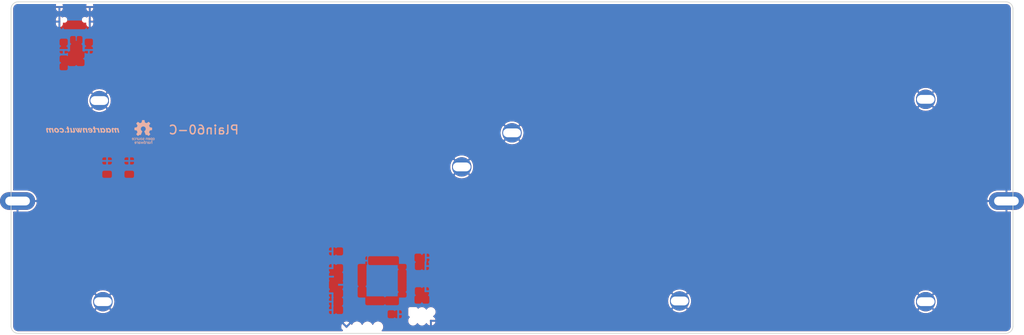
<source format=kicad_pcb>
(kicad_pcb (version 20171130) (host pcbnew "(5.1.0)-1")

  (general
    (thickness 1.6)
    (drawings 9)
    (tracks 0)
    (zones 0)
    (modules 11)
    (nets 2)
  )

  (page A4)
  (layers
    (0 F.Cu signal)
    (31 B.Cu signal)
    (32 B.Adhes user)
    (33 F.Adhes user)
    (34 B.Paste user)
    (35 F.Paste user)
    (36 B.SilkS user)
    (37 F.SilkS user)
    (38 B.Mask user)
    (39 F.Mask user)
    (40 Dwgs.User user)
    (41 Cmts.User user)
    (42 Eco1.User user)
    (43 Eco2.User user)
    (44 Edge.Cuts user)
    (45 Margin user)
    (46 B.CrtYd user)
    (47 F.CrtYd user)
    (48 B.Fab user)
    (49 F.Fab user)
  )

  (setup
    (last_trace_width 0.25)
    (trace_clearance 0.2)
    (zone_clearance 0.508)
    (zone_45_only no)
    (trace_min 0.2)
    (via_size 0.6)
    (via_drill 0.4)
    (via_min_size 0.4)
    (via_min_drill 0.3)
    (uvia_size 0.3)
    (uvia_drill 0.1)
    (uvias_allowed no)
    (uvia_min_size 0.2)
    (uvia_min_drill 0.1)
    (edge_width 0.2)
    (segment_width 0.2)
    (pcb_text_width 0.3)
    (pcb_text_size 1.5 1.5)
    (mod_edge_width 0.12)
    (mod_text_size 1 1)
    (mod_text_width 0.15)
    (pad_size 2.286 2.286)
    (pad_drill 1.4986)
    (pad_to_mask_clearance 0.051)
    (solder_mask_min_width 0.25)
    (aux_axis_origin 0 0)
    (visible_elements 7FFFFFFF)
    (pcbplotparams
      (layerselection 0x010fc_ffffffff)
      (usegerberextensions false)
      (usegerberattributes false)
      (usegerberadvancedattributes false)
      (creategerberjobfile false)
      (excludeedgelayer true)
      (linewidth 0.100000)
      (plotframeref false)
      (viasonmask false)
      (mode 1)
      (useauxorigin false)
      (hpglpennumber 1)
      (hpglpenspeed 20)
      (hpglpendiameter 15.000000)
      (psnegative false)
      (psa4output false)
      (plotreference true)
      (plotvalue true)
      (plotinvisibletext false)
      (padsonsilk false)
      (subtractmaskfromsilk false)
      (outputformat 1)
      (mirror false)
      (drillshape 0)
      (scaleselection 1)
      (outputdirectory "./gerbers"))
  )

  (net 0 "")
  (net 1 GND)

  (net_class Default "This is the default net class."
    (clearance 0.2)
    (trace_width 0.25)
    (via_dia 0.6)
    (via_drill 0.4)
    (uvia_dia 0.3)
    (uvia_drill 0.1)
    (add_net GND)
  )

  (net_class VCC ""
    (clearance 0.2)
    (trace_width 0.5)
    (via_dia 0.6)
    (via_drill 0.4)
    (uvia_dia 0.3)
    (uvia_drill 0.1)
  )

  (module Keeb_components:logo locked (layer B.Cu) (tedit 0) (tstamp 5CAA1D89)
    (at 20.835955 36.909406 180)
    (fp_text reference G*** (at 0 0 180) (layer B.SilkS) hide
      (effects (font (size 1.524 1.524) (thickness 0.3)) (justify mirror))
    )
    (fp_text value LOGO (at 0.75 0 180) (layer B.SilkS) hide
      (effects (font (size 1.524 1.524) (thickness 0.3)) (justify mirror))
    )
    (fp_poly (pts (xy 10.130915 0.55713) (xy 10.174405 0.548021) (xy 10.181286 0.545709) (xy 10.232167 0.519531)
      (xy 10.27803 0.481689) (xy 10.314108 0.436534) (xy 10.326858 0.412862) (xy 10.335177 0.39287)
      (xy 10.340827 0.373735) (xy 10.34429 0.351559) (xy 10.346047 0.322443) (xy 10.346582 0.282488)
      (xy 10.346527 0.253916) (xy 10.346352 0.229005) (xy 10.345881 0.206469) (xy 10.344837 0.184697)
      (xy 10.342939 0.16208) (xy 10.339907 0.137008) (xy 10.335462 0.10787) (xy 10.329323 0.073059)
      (xy 10.321211 0.030963) (xy 10.310845 -0.020028) (xy 10.297947 -0.081521) (xy 10.282237 -0.155129)
      (xy 10.263433 -0.242459) (xy 10.247077 -0.318191) (xy 10.228621 -0.403708) (xy 10.211283 -0.484227)
      (xy 10.195389 -0.558235) (xy 10.181259 -0.62422) (xy 10.169218 -0.680669) (xy 10.159588 -0.726068)
      (xy 10.152692 -0.758906) (xy 10.148854 -0.77767) (xy 10.14815 -0.781587) (xy 10.140071 -0.78313)
      (xy 10.117373 -0.784509) (xy 10.082362 -0.78566) (xy 10.037347 -0.78652) (xy 9.984636 -0.787027)
      (xy 9.9441 -0.787137) (xy 9.740051 -0.787137) (xy 9.744799 -0.768094) (xy 9.74754 -0.755992)
      (xy 9.753444 -0.729142) (xy 9.762122 -0.689343) (xy 9.773181 -0.638397) (xy 9.786232 -0.578104)
      (xy 9.800884 -0.510266) (xy 9.816746 -0.436685) (xy 9.826938 -0.389337) (xy 9.849162 -0.285019)
      (xy 9.867625 -0.195795) (xy 9.88251 -0.120297) (xy 9.894003 -0.057157) (xy 9.902285 -0.005007)
      (xy 9.907541 0.037521) (xy 9.909955 0.071794) (xy 9.909709 0.099181) (xy 9.906989 0.121049)
      (xy 9.901976 0.138766) (xy 9.898828 0.14616) (xy 9.874752 0.180276) (xy 9.842388 0.200667)
      (xy 9.803118 0.207504) (xy 9.758323 0.200958) (xy 9.709384 0.181199) (xy 9.657682 0.148397)
      (xy 9.613155 0.110914) (xy 9.591529 0.09044) (xy 9.573084 0.071878) (xy 9.557242 0.053612)
      (xy 9.543424 0.034027) (xy 9.531051 0.011509) (xy 9.519544 -0.015557) (xy 9.508324 -0.048787)
      (xy 9.496812 -0.089794) (xy 9.48443 -0.140195) (xy 9.470598 -0.201604) (xy 9.454738 -0.275636)
      (xy 9.436271 -0.363905) (xy 9.427034 -0.408327) (xy 9.348317 -0.787031) (xy 9.147301 -0.787084)
      (xy 9.090994 -0.786818) (xy 9.040775 -0.786041) (xy 8.998967 -0.784835) (xy 8.967895 -0.783279)
      (xy 8.949886 -0.781455) (xy 8.946284 -0.780137) (xy 8.948013 -0.770674) (xy 8.952965 -0.746339)
      (xy 8.960786 -0.708807) (xy 8.971121 -0.659751) (xy 8.983617 -0.600846) (xy 8.99792 -0.533766)
      (xy 9.013677 -0.460185) (xy 9.028134 -0.392916) (xy 9.051118 -0.28525) (xy 9.070307 -0.192758)
      (xy 9.085773 -0.114131) (xy 9.097585 -0.048061) (xy 9.105813 0.006759) (xy 9.110527 0.051638)
      (xy 9.111797 0.087883) (xy 9.109693 0.116802) (xy 9.104285 0.139702) (xy 9.095643 0.157892)
      (xy 9.083837 0.17268) (xy 9.068937 0.185373) (xy 9.05943 0.191947) (xy 9.023796 0.205603)
      (xy 8.981858 0.205634) (xy 8.93569 0.193123) (xy 8.887366 0.169155) (xy 8.838961 0.134814)
      (xy 8.792547 0.091183) (xy 8.750199 0.039345) (xy 8.740537 0.0253) (xy 8.732908 0.013324)
      (xy 8.726083 0.000941) (xy 8.719627 -0.0135) (xy 8.713103 -0.031649) (xy 8.706074 -0.055157)
      (xy 8.698106 -0.085675) (xy 8.688761 -0.124854) (xy 8.677603 -0.174344) (xy 8.664197 -0.235795)
      (xy 8.648106 -0.31086) (xy 8.633189 -0.380965) (xy 8.616956 -0.457387) (xy 8.601679 -0.529333)
      (xy 8.587747 -0.594974) (xy 8.575546 -0.652478) (xy 8.565466 -0.700018) (xy 8.557894 -0.735761)
      (xy 8.55322 -0.75788) (xy 8.551964 -0.763862) (xy 8.547138 -0.787137) (xy 8.344108 -0.787137)
      (xy 8.28032 -0.787065) (xy 8.231528 -0.786753) (xy 8.195798 -0.786057) (xy 8.1712 -0.784832)
      (xy 8.1558 -0.782936) (xy 8.147668 -0.780224) (xy 8.14487 -0.776552) (xy 8.145311 -0.772326)
      (xy 8.147706 -0.76187) (xy 8.153338 -0.736152) (xy 8.161929 -0.696468) (xy 8.173201 -0.644115)
      (xy 8.186877 -0.580389) (xy 8.202679 -0.506586) (xy 8.220329 -0.424004) (xy 8.239548 -0.333939)
      (xy 8.260061 -0.237686) (xy 8.281587 -0.136544) (xy 8.286317 -0.114304) (xy 8.307992 -0.012526)
      (xy 8.328708 0.084454) (xy 8.34819 0.175361) (xy 8.366161 0.258922) (xy 8.382345 0.333861)
      (xy 8.396467 0.398904) (xy 8.408249 0.452777) (xy 8.417417 0.494205) (xy 8.423693 0.521913)
      (xy 8.426802 0.534628) (xy 8.42704 0.535297) (xy 8.436307 0.537201) (xy 8.459951 0.53888)
      (xy 8.495422 0.540242) (xy 8.540169 0.541198) (xy 8.591643 0.541659) (xy 8.60823 0.541686)
      (xy 8.668333 0.541531) (xy 8.713505 0.540972) (xy 8.745739 0.53987) (xy 8.767028 0.538085)
      (xy 8.779368 0.53548) (xy 8.784751 0.531914) (xy 8.785471 0.529318) (xy 8.78384 0.516441)
      (xy 8.778818 0.490444) (xy 8.770218 0.450436) (xy 8.757848 0.395525) (xy 8.746711 0.347162)
      (xy 8.74628 0.338939) (xy 8.751799 0.339312) (xy 8.765036 0.349388) (xy 8.787756 0.370274)
      (xy 8.795644 0.377813) (xy 8.877807 0.446215) (xy 8.965286 0.498584) (xy 9.058494 0.535086)
      (xy 9.157843 0.55589) (xy 9.246751 0.561355) (xy 9.317168 0.557949) (xy 9.374938 0.547199)
      (xy 9.423057 0.528229) (xy 9.464519 0.500163) (xy 9.468846 0.496445) (xy 9.497674 0.462855)
      (xy 9.522261 0.418814) (xy 9.539328 0.370768) (xy 9.543743 0.349151) (xy 9.549152 0.31308)
      (xy 9.623078 0.38343) (xy 9.698248 0.445431) (xy 9.780729 0.496326) (xy 9.866597 0.53388)
      (xy 9.911163 0.547364) (xy 9.962287 0.556801) (xy 10.019514 0.561552) (xy 10.077504 0.561651)
      (xy 10.130915 0.55713)) (layer B.SilkS) (width 0.01))
    (fp_poly (pts (xy 5.010434 -0.374417) (xy 5.029416 -0.376061) (xy 5.03993 -0.378738) (xy 5.04409 -0.382584)
      (xy 5.044452 -0.38472) (xy 5.042755 -0.395979) (xy 5.038074 -0.420843) (xy 5.031026 -0.456373)
      (xy 5.022225 -0.499634) (xy 5.012287 -0.547688) (xy 5.001827 -0.597598) (xy 4.991462 -0.646428)
      (xy 4.981806 -0.691241) (xy 4.973475 -0.7291) (xy 4.967085 -0.757068) (xy 4.963251 -0.772209)
      (xy 4.963215 -0.772326) (xy 4.960304 -0.777471) (xy 4.953672 -0.781275) (xy 4.941065 -0.783935)
      (xy 4.920224 -0.785652) (xy 4.888894 -0.786625) (xy 4.844816 -0.787053) (xy 4.795516 -0.787137)
      (xy 4.632359 -0.787137) (xy 4.660244 -0.653832) (xy 4.671227 -0.601395) (xy 4.682406 -0.548138)
      (xy 4.692697 -0.499218) (xy 4.701016 -0.459792) (xy 4.70339 -0.448583) (xy 4.718651 -0.376641)
      (xy 4.881551 -0.374342) (xy 4.938615 -0.373692) (xy 4.980872 -0.373673) (xy 5.010434 -0.374417)) (layer B.SilkS) (width 0.01))
    (fp_poly (pts (xy 1.043924 0.514179) (xy 1.046298 0.497462) (xy 1.050132 0.466974) (xy 1.05506 0.425773)
      (xy 1.060718 0.376917) (xy 1.066741 0.323465) (xy 1.067656 0.315216) (xy 1.073616 0.264046)
      (xy 1.079365 0.219587) (xy 1.084548 0.184213) (xy 1.08881 0.1603) (xy 1.091796 0.150223)
      (xy 1.092328 0.150171) (xy 1.097402 0.159466) (xy 1.108203 0.181521) (xy 1.123498 0.213668)
      (xy 1.142052 0.253237) (xy 1.162631 0.297558) (xy 1.184001 0.343962) (xy 1.204928 0.389781)
      (xy 1.224177 0.432344) (xy 1.240515 0.468983) (xy 1.252706 0.497027) (xy 1.252802 0.497251)
      (xy 1.271661 0.541686) (xy 1.57611 0.541686) (xy 1.570454 0.518411) (xy 1.559569 0.483494)
      (xy 1.54145 0.436729) (xy 1.517437 0.380866) (xy 1.488868 0.318651) (xy 1.457083 0.252834)
      (xy 1.423421 0.186164) (xy 1.389222 0.121388) (xy 1.355823 0.061256) (xy 1.324565 0.008516)
      (xy 1.313349 -0.009291) (xy 1.292423 -0.043123) (xy 1.275491 -0.072954) (xy 1.264449 -0.095276)
      (xy 1.261113 -0.105836) (xy 1.26256 -0.119867) (xy 1.266421 -0.145414) (xy 1.27198 -0.178547)
      (xy 1.278518 -0.215334) (xy 1.285316 -0.251846) (xy 1.291657 -0.284151) (xy 1.296821 -0.308318)
      (xy 1.300092 -0.320417) (xy 1.300423 -0.321008) (xy 1.301888 -0.322085) (xy 1.304315 -0.321075)
      (xy 1.308937 -0.316365) (xy 1.316988 -0.306342) (xy 1.3297 -0.289393) (xy 1.348307 -0.263904)
      (xy 1.374041 -0.228263) (xy 1.408136 -0.180857) (xy 1.417254 -0.168169) (xy 1.513772 -0.027313)
      (xy 1.59754 0.109506) (xy 1.670742 0.246224) (xy 1.735562 0.386776) (xy 1.765292 0.459164)
      (xy 1.797911 0.541686) (xy 2.160115 0.541686) (xy 2.154805 0.520529) (xy 2.147676 0.49893)
      (xy 2.134502 0.465282) (xy 2.116665 0.422748) (xy 2.095552 0.374489) (xy 2.072546 0.323666)
      (xy 2.049031 0.273441) (xy 2.026393 0.226976) (xy 2.02541 0.225012) (xy 1.928608 0.045016)
      (xy 1.81675 -0.138235) (xy 1.689556 -0.325154) (xy 1.546745 -0.516155) (xy 1.388034 -0.711648)
      (xy 1.379606 -0.72163) (xy 1.324591 -0.786677) (xy 1.192203 -0.786907) (xy 1.142242 -0.786916)
      (xy 1.106653 -0.786507) (xy 1.082882 -0.785329) (xy 1.068376 -0.78303) (xy 1.060578 -0.779259)
      (xy 1.056936 -0.773666) (xy 1.055401 -0.768094) (xy 1.053097 -0.754656) (xy 1.048957 -0.726961)
      (xy 1.043338 -0.687539) (xy 1.036596 -0.638918) (xy 1.029087 -0.583627) (xy 1.023184 -0.539432)
      (xy 1.014108 -0.472472) (xy 1.006629 -0.420894) (xy 1.000471 -0.383256) (xy 0.995361 -0.358118)
      (xy 0.991023 -0.344037) (xy 0.987185 -0.339572) (xy 0.985332 -0.340532) (xy 0.978422 -0.35075)
      (xy 0.964576 -0.373504) (xy 0.945109 -0.406546) (xy 0.921337 -0.447633) (xy 0.894576 -0.494518)
      (xy 0.879869 -0.520526) (xy 0.850708 -0.572241) (xy 0.822684 -0.621897) (xy 0.79743 -0.666605)
      (xy 0.776577 -0.703479) (xy 0.761758 -0.729629) (xy 0.757934 -0.736354) (xy 0.731411 -0.782905)
      (xy 0.555943 -0.785194) (xy 0.494051 -0.785767) (xy 0.44731 -0.785606) (xy 0.413954 -0.784625)
      (xy 0.392217 -0.782743) (xy 0.380335 -0.779875) (xy 0.376707 -0.77673) (xy 0.374302 -0.766017)
      (xy 0.369151 -0.740261) (xy 0.361545 -0.701028) (xy 0.351774 -0.649883) (xy 0.340127 -0.588392)
      (xy 0.326895 -0.518123) (xy 0.312368 -0.44064) (xy 0.296836 -0.357509) (xy 0.280589 -0.270298)
      (xy 0.263918 -0.180571) (xy 0.247113 -0.089895) (xy 0.230463 0.000164) (xy 0.214259 0.08804)
      (xy 0.198792 0.172167) (xy 0.18435 0.25098) (xy 0.171225 0.322911) (xy 0.159707 0.386395)
      (xy 0.150086 0.439867) (xy 0.142651 0.481759) (xy 0.137693 0.510506) (xy 0.135503 0.524542)
      (xy 0.135421 0.525524) (xy 0.136188 0.53075) (xy 0.139857 0.53471) (xy 0.148486 0.537579)
      (xy 0.16413 0.539532) (xy 0.188845 0.540744) (xy 0.224688 0.541391) (xy 0.273713 0.541646)
      (xy 0.325287 0.541686) (xy 0.386992 0.541591) (xy 0.433855 0.5412) (xy 0.467961 0.540353)
      (xy 0.491393 0.538892) (xy 0.506237 0.536658) (xy 0.514579 0.53349) (xy 0.518502 0.529231)
      (xy 0.519393 0.526875) (xy 0.521275 0.515906) (xy 0.525149 0.489731) (xy 0.5308 0.449926)
      (xy 0.53801 0.398069) (xy 0.546562 0.335736) (xy 0.55624 0.264504) (xy 0.566827 0.185949)
      (xy 0.578106 0.101649) (xy 0.585167 0.048578) (xy 0.599025 -0.055171) (xy 0.610976 -0.143152)
      (xy 0.621184 -0.216398) (xy 0.629811 -0.275942) (xy 0.637022 -0.322815) (xy 0.64298 -0.358052)
      (xy 0.647848 -0.382684) (xy 0.65179 -0.397743) (xy 0.65497 -0.404264) (xy 0.656893 -0.404237)
      (xy 0.663912 -0.39375) (xy 0.677488 -0.370786) (xy 0.696225 -0.337809) (xy 0.718725 -0.297284)
      (xy 0.743589 -0.251677) (xy 0.747084 -0.245203) (xy 0.827083 -0.096837) (xy 0.769408 0.203381)
      (xy 0.756095 0.273136) (xy 0.743847 0.338204) (xy 0.733027 0.396576) (xy 0.724002 0.446242)
      (xy 0.717136 0.485192) (xy 0.712797 0.511415) (xy 0.711348 0.522643) (xy 0.710963 0.541686)
      (xy 1.039169 0.541686) (xy 1.043924 0.514179)) (layer B.SilkS) (width 0.01))
    (fp_poly (pts (xy -0.261067 0.556856) (xy -0.195877 0.53691) (xy -0.142354 0.504722) (xy -0.100593 0.460388)
      (xy -0.070692 0.404007) (xy -0.052746 0.335674) (xy -0.046851 0.255487) (xy -0.051052 0.181186)
      (xy -0.054364 0.158256) (xy -0.060881 0.120666) (xy -0.070235 0.070303) (xy -0.082053 0.009055)
      (xy -0.095966 -0.061194) (xy -0.111603 -0.138557) (xy -0.128593 -0.221146) (xy -0.146566 -0.307077)
      (xy -0.152242 -0.333926) (xy -0.16999 -0.417776) (xy -0.186631 -0.496638) (xy -0.201842 -0.568958)
      (xy -0.215298 -0.633184) (xy -0.226675 -0.687766) (xy -0.23565 -0.73115) (xy -0.241898 -0.761785)
      (xy -0.245095 -0.778118) (xy -0.245452 -0.780393) (xy -0.253531 -0.782269) (xy -0.276229 -0.783944)
      (xy -0.31124 -0.785342) (xy -0.356254 -0.786387) (xy -0.408965 -0.787003) (xy -0.449502 -0.787137)
      (xy -0.653552 -0.787137) (xy -0.64879 -0.768094) (xy -0.640971 -0.73527) (xy -0.630824 -0.690293)
      (xy -0.618786 -0.635287) (xy -0.60529 -0.572374) (xy -0.590772 -0.503678) (xy -0.575666 -0.431323)
      (xy -0.560408 -0.357431) (xy -0.545433 -0.284126) (xy -0.531174 -0.213532) (xy -0.518068 -0.147771)
      (xy -0.506549 -0.088967) (xy -0.497052 -0.039243) (xy -0.490012 -0.000723) (xy -0.485864 0.02447)
      (xy -0.484995 0.031583) (xy -0.485537 0.091451) (xy -0.497748 0.139664) (xy -0.521511 0.175865)
      (xy -0.535626 0.187916) (xy -0.571288 0.203363) (xy -0.614058 0.205731) (xy -0.661721 0.196066)
      (xy -0.712061 0.175418) (xy -0.762861 0.144835) (xy -0.811908 0.105365) (xy -0.856983 0.058055)
      (xy -0.883152 0.023526) (xy -0.890705 0.012084) (xy -0.897443 0.000253) (xy -0.903802 -0.01361)
      (xy -0.910215 -0.031144) (xy -0.917117 -0.053991) (xy -0.924943 -0.083793) (xy -0.934127 -0.12219)
      (xy -0.945104 -0.170825) (xy -0.958308 -0.231337) (xy -0.974175 -0.30537) (xy -0.990231 -0.380873)
      (xy -1.006456 -0.457306) (xy -1.021726 -0.529263) (xy -1.035653 -0.594914) (xy -1.047848 -0.65243)
      (xy -1.057925 -0.69998) (xy -1.065495 -0.735736) (xy -1.07017 -0.757867) (xy -1.071428 -0.763862)
      (xy -1.076254 -0.787137) (xy -1.279284 -0.787137) (xy -1.343072 -0.787065) (xy -1.391865 -0.786753)
      (xy -1.427594 -0.786057) (xy -1.452192 -0.784832) (xy -1.467592 -0.782936) (xy -1.475724 -0.780224)
      (xy -1.478522 -0.776552) (xy -1.478081 -0.772326) (xy -1.475686 -0.76187) (xy -1.470055 -0.736152)
      (xy -1.461464 -0.696468) (xy -1.450191 -0.644115) (xy -1.436515 -0.580389) (xy -1.420713 -0.506586)
      (xy -1.403064 -0.424004) (xy -1.383844 -0.333939) (xy -1.363332 -0.237686) (xy -1.341805 -0.136544)
      (xy -1.337075 -0.114304) (xy -1.3154 -0.012526) (xy -1.294684 0.084454) (xy -1.275202 0.175361)
      (xy -1.257231 0.258922) (xy -1.241047 0.333861) (xy -1.226926 0.398904) (xy -1.215143 0.452777)
      (xy -1.205976 0.494205) (xy -1.199699 0.521913) (xy -1.19659 0.534628) (xy -1.196353 0.535297)
      (xy -1.187086 0.537201) (xy -1.163442 0.53888) (xy -1.127971 0.540242) (xy -1.083223 0.541198)
      (xy -1.031749 0.541659) (xy -1.015162 0.541686) (xy -0.955059 0.541531) (xy -0.909887 0.540972)
      (xy -0.877653 0.53987) (xy -0.856364 0.538085) (xy -0.844024 0.53548) (xy -0.838641 0.531914)
      (xy -0.837921 0.529318) (xy -0.839524 0.516595) (xy -0.844468 0.490951) (xy -0.852951 0.451448)
      (xy -0.865174 0.397147) (xy -0.876662 0.347238) (xy -0.877357 0.338511) (xy -0.872303 0.338365)
      (xy -0.85959 0.34791) (xy -0.837303 0.368259) (xy -0.83221 0.373076) (xy -0.754209 0.438312)
      (xy -0.672314 0.488831) (xy -0.583861 0.52586) (xy -0.486183 0.550622) (xy -0.426063 0.559635)
      (xy -0.337828 0.564464) (xy -0.261067 0.556856)) (layer B.SilkS) (width 0.01))
    (fp_poly (pts (xy -3.821002 0.540812) (xy -3.824254 0.526031) (xy -3.830271 0.497863) (xy -3.838377 0.459492)
      (xy -3.8479 0.414108) (xy -3.85572 0.376641) (xy -3.865845 0.328226) (xy -3.875056 0.284566)
      (xy -3.882685 0.248795) (xy -3.888064 0.224047) (xy -3.890257 0.214459) (xy -3.895448 0.203856)
      (xy -3.907199 0.197139) (xy -3.929614 0.192569) (xy -3.946998 0.190448) (xy -4.042734 0.174605)
      (xy -4.130771 0.149319) (xy -4.208793 0.115494) (xy -4.27448 0.074034) (xy -4.299543 0.052992)
      (xy -4.343154 0.012696) (xy -4.41781 -0.338553) (xy -4.43411 -0.415285) (xy -4.449659 -0.488556)
      (xy -4.464028 -0.556338) (xy -4.476786 -0.6166) (xy -4.487504 -0.66731) (xy -4.495752 -0.70644)
      (xy -4.5011 -0.731959) (xy -4.502448 -0.73847) (xy -4.51243 -0.787137) (xy -4.715533 -0.787137)
      (xy -4.779333 -0.787065) (xy -4.828139 -0.786753) (xy -4.86388 -0.786057) (xy -4.888489 -0.784834)
      (xy -4.903898 -0.782938) (xy -4.912039 -0.780228) (xy -4.914842 -0.776557) (xy -4.914403 -0.772326)
      (xy -4.912008 -0.76187) (xy -4.906376 -0.736152) (xy -4.897785 -0.696468) (xy -4.886512 -0.644115)
      (xy -4.872836 -0.580389) (xy -4.857034 -0.506586) (xy -4.839385 -0.424004) (xy -4.820165 -0.333939)
      (xy -4.799653 -0.237686) (xy -4.778126 -0.136544) (xy -4.773396 -0.114304) (xy -4.751722 -0.012526)
      (xy -4.731005 0.084454) (xy -4.711524 0.175361) (xy -4.693553 0.258922) (xy -4.677368 0.333861)
      (xy -4.663247 0.398904) (xy -4.651464 0.452777) (xy -4.642297 0.494205) (xy -4.636021 0.521913)
      (xy -4.632911 0.534628) (xy -4.632674 0.535297) (xy -4.623256 0.537604) (xy -4.600164 0.539388)
      (xy -4.566364 0.540662) (xy -4.524824 0.541441) (xy -4.478511 0.54174) (xy -4.430393 0.541573)
      (xy -4.383437 0.540955) (xy -4.340611 0.539902) (xy -4.304882 0.538426) (xy -4.279217 0.536544)
      (xy -4.266585 0.53427) (xy -4.265778 0.533484) (xy -4.267503 0.522629) (xy -4.272237 0.498483)
      (xy -4.27932 0.464281) (xy -4.288091 0.423256) (xy -4.29117 0.409109) (xy -4.300298 0.367192)
      (xy -4.307971 0.331671) (xy -4.313537 0.305575) (xy -4.316349 0.291935) (xy -4.316561 0.290667)
      (xy -4.310933 0.295473) (xy -4.29545 0.310223) (xy -4.272212 0.332879) (xy -4.24332 0.361402)
      (xy -4.229807 0.374839) (xy -4.164196 0.435714) (xy -4.102773 0.482559) (xy -4.042818 0.516796)
      (xy -3.98161 0.539848) (xy -3.916426 0.553138) (xy -3.882316 0.556509) (xy -3.816249 0.561098)
      (xy -3.821002 0.540812)) (layer B.SilkS) (width 0.01))
    (fp_poly (pts (xy -8.472617 0.55713) (xy -8.429127 0.548021) (xy -8.422246 0.545709) (xy -8.371365 0.519531)
      (xy -8.325502 0.481689) (xy -8.289424 0.436534) (xy -8.276675 0.412862) (xy -8.268355 0.39287)
      (xy -8.262705 0.373735) (xy -8.259243 0.351559) (xy -8.257485 0.322443) (xy -8.25695 0.282488)
      (xy -8.257005 0.253916) (xy -8.257181 0.229005) (xy -8.257651 0.206469) (xy -8.258695 0.184697)
      (xy -8.260593 0.16208) (xy -8.263625 0.137008) (xy -8.268071 0.10787) (xy -8.274209 0.073059)
      (xy -8.282322 0.030963) (xy -8.292687 -0.020028) (xy -8.305585 -0.081521) (xy -8.321295 -0.155129)
      (xy -8.340099 -0.242459) (xy -8.356455 -0.318191) (xy -8.374912 -0.403708) (xy -8.392249 -0.484227)
      (xy -8.408144 -0.558235) (xy -8.422273 -0.62422) (xy -8.434314 -0.680669) (xy -8.443944 -0.726068)
      (xy -8.45084 -0.758906) (xy -8.454679 -0.77767) (xy -8.455382 -0.781587) (xy -8.463461 -0.78313)
      (xy -8.48616 -0.784509) (xy -8.52117 -0.78566) (xy -8.566185 -0.78652) (xy -8.618896 -0.787027)
      (xy -8.659432 -0.787137) (xy -8.863482 -0.787137) (xy -8.858733 -0.768094) (xy -8.855992 -0.755992)
      (xy -8.850088 -0.729142) (xy -8.841411 -0.689343) (xy -8.830351 -0.638397) (xy -8.8173 -0.578104)
      (xy -8.802648 -0.510266) (xy -8.786786 -0.436685) (xy -8.776594 -0.389337) (xy -8.75437 -0.285019)
      (xy -8.735907 -0.195795) (xy -8.721022 -0.120297) (xy -8.70953 -0.057157) (xy -8.701247 -0.005007)
      (xy -8.695991 0.037521) (xy -8.693577 0.071794) (xy -8.693823 0.099181) (xy -8.696543 0.121049)
      (xy -8.701556 0.138766) (xy -8.704704 0.14616) (xy -8.72878 0.180276) (xy -8.761144 0.200667)
      (xy -8.800414 0.207504) (xy -8.845209 0.200958) (xy -8.894148 0.181199) (xy -8.94585 0.148397)
      (xy -8.990377 0.110914) (xy -9.012003 0.09044) (xy -9.030448 0.071878) (xy -9.04629 0.053612)
      (xy -9.060108 0.034027) (xy -9.072481 0.011509) (xy -9.083988 -0.015557) (xy -9.095208 -0.048787)
      (xy -9.10672 -0.089794) (xy -9.119102 -0.140195) (xy -9.132934 -0.201604) (xy -9.148794 -0.275636)
      (xy -9.167261 -0.363905) (xy -9.176498 -0.408327) (xy -9.255215 -0.787031) (xy -9.456232 -0.787084)
      (xy -9.512538 -0.786818) (xy -9.562758 -0.786041) (xy -9.604566 -0.784835) (xy -9.635637 -0.783279)
      (xy -9.653646 -0.781455) (xy -9.657248 -0.780137) (xy -9.655519 -0.770674) (xy -9.650567 -0.746339)
      (xy -9.642747 -0.708807) (xy -9.632411 -0.659751) (xy -9.619915 -0.600846) (xy -9.605612 -0.533766)
      (xy -9.589856 -0.460185) (xy -9.575398 -0.392916) (xy -9.552415 -0.28525) (xy -9.533225 -0.192758)
      (xy -9.517759 -0.114131) (xy -9.505947 -0.048061) (xy -9.497719 0.006759) (xy -9.493005 0.051638)
      (xy -9.491735 0.087883) (xy -9.493839 0.116802) (xy -9.499247 0.139702) (xy -9.507889 0.157892)
      (xy -9.519695 0.17268) (xy -9.534595 0.185373) (xy -9.544102 0.191947) (xy -9.579736 0.205603)
      (xy -9.621674 0.205634) (xy -9.667842 0.193123) (xy -9.716166 0.169155) (xy -9.764572 0.134814)
      (xy -9.810985 0.091183) (xy -9.853333 0.039345) (xy -9.862996 0.0253) (xy -9.870624 0.013324)
      (xy -9.877449 0.000941) (xy -9.883905 -0.0135) (xy -9.890429 -0.031649) (xy -9.897458 -0.055157)
      (xy -9.905426 -0.085675) (xy -9.914771 -0.124854) (xy -9.925929 -0.174344) (xy -9.939335 -0.235795)
      (xy -9.955426 -0.31086) (xy -9.970343 -0.380965) (xy -9.986576 -0.457387) (xy -10.001853 -0.529333)
      (xy -10.015786 -0.594974) (xy -10.027986 -0.652478) (xy -10.038066 -0.700018) (xy -10.045638 -0.735761)
      (xy -10.050313 -0.75788) (xy -10.051568 -0.763862) (xy -10.056394 -0.787137) (xy -10.259424 -0.787137)
      (xy -10.323212 -0.787065) (xy -10.372004 -0.786753) (xy -10.407734 -0.786057) (xy -10.432332 -0.784832)
      (xy -10.447732 -0.782936) (xy -10.455864 -0.780224) (xy -10.458662 -0.776552) (xy -10.458221 -0.772326)
      (xy -10.455826 -0.76187) (xy -10.450195 -0.736152) (xy -10.441604 -0.696468) (xy -10.430331 -0.644115)
      (xy -10.416655 -0.580389) (xy -10.400853 -0.506586) (xy -10.383203 -0.424004) (xy -10.363984 -0.333939)
      (xy -10.343472 -0.237686) (xy -10.321945 -0.136544) (xy -10.317215 -0.114304) (xy -10.29554 -0.012526)
      (xy -10.274824 0.084454) (xy -10.255342 0.175361) (xy -10.237371 0.258922) (xy -10.221187 0.333861)
      (xy -10.207066 0.398904) (xy -10.195283 0.452777) (xy -10.186116 0.494205) (xy -10.179839 0.521913)
      (xy -10.17673 0.534628) (xy -10.176493 0.535297) (xy -10.167226 0.537201) (xy -10.143581 0.53888)
      (xy -10.108111 0.540242) (xy -10.063363 0.541198) (xy -10.011889 0.541659) (xy -9.995302 0.541686)
      (xy -9.935199 0.541531) (xy -9.890027 0.540972) (xy -9.857793 0.53987) (xy -9.836504 0.538085)
      (xy -9.824164 0.53548) (xy -9.818781 0.531914) (xy -9.818061 0.529318) (xy -9.819693 0.516441)
      (xy -9.824714 0.490444) (xy -9.833314 0.450436) (xy -9.845684 0.395525) (xy -9.856821 0.347162)
      (xy -9.857252 0.338939) (xy -9.851733 0.339312) (xy -9.838496 0.349388) (xy -9.815776 0.370274)
      (xy -9.807888 0.377813) (xy -9.725726 0.446215) (xy -9.638246 0.498584) (xy -9.545038 0.535086)
      (xy -9.445689 0.55589) (xy -9.356781 0.561355) (xy -9.286364 0.557949) (xy -9.228594 0.547199)
      (xy -9.180475 0.528229) (xy -9.139013 0.500163) (xy -9.134687 0.496445) (xy -9.105858 0.462855)
      (xy -9.081271 0.418814) (xy -9.064204 0.370768) (xy -9.05979 0.349151) (xy -9.05438 0.31308)
      (xy -8.980454 0.38343) (xy -8.905284 0.445431) (xy -8.822803 0.496326) (xy -8.736935 0.53388)
      (xy -8.69237 0.547364) (xy -8.641246 0.556801) (xy -8.584018 0.561552) (xy -8.526028 0.561651)
      (xy -8.472617 0.55713)) (layer B.SilkS) (width 0.01))
    (fp_poly (pts (xy 7.617123 0.557763) (xy 7.708663 0.537942) (xy 7.792462 0.505478) (xy 7.867374 0.46078)
      (xy 7.932252 0.404255) (xy 7.985949 0.336313) (xy 8.014744 0.28534) (xy 8.036884 0.235443)
      (xy 8.052548 0.188051) (xy 8.062648 0.138515) (xy 8.068094 0.082188) (xy 8.069794 0.014421)
      (xy 8.069787 0.004232) (xy 8.068467 -0.060045) (xy 8.064294 -0.113291) (xy 8.056283 -0.161297)
      (xy 8.043447 -0.209858) (xy 8.0248 -0.264766) (xy 8.023285 -0.268906) (xy 7.976552 -0.372141)
      (xy 7.915777 -0.467617) (xy 7.842563 -0.554042) (xy 7.758512 -0.630128) (xy 7.665225 -0.694583)
      (xy 7.564305 -0.746116) (xy 7.457353 -0.783438) (xy 7.359732 -0.803471) (xy 7.321137 -0.807496)
      (xy 7.276014 -0.810157) (xy 7.229481 -0.811368) (xy 7.186655 -0.811041) (xy 7.152651 -0.80909)
      (xy 7.139253 -0.807232) (xy 7.121566 -0.80376) (xy 7.094535 -0.798466) (xy 7.075774 -0.794796)
      (xy 7.046125 -0.786715) (xy 7.00837 -0.773261) (xy 6.969381 -0.756948) (xy 6.958624 -0.751945)
      (xy 6.88517 -0.707737) (xy 6.821868 -0.650935) (xy 6.769395 -0.582976) (xy 6.728432 -0.505295)
      (xy 6.699656 -0.419327) (xy 6.683746 -0.326509) (xy 6.68138 -0.228274) (xy 6.682762 -0.211596)
      (xy 7.105641 -0.211596) (xy 7.106273 -0.254196) (xy 7.108448 -0.284949) (xy 7.112996 -0.308918)
      (xy 7.120747 -0.331169) (xy 7.127854 -0.347017) (xy 7.158873 -0.399776) (xy 7.19547 -0.437378)
      (xy 7.238962 -0.461049) (xy 7.255843 -0.466216) (xy 7.301206 -0.470858) (xy 7.353274 -0.464991)
      (xy 7.406238 -0.4495) (xy 7.428367 -0.439846) (xy 7.483058 -0.404693) (xy 7.533692 -0.355975)
      (xy 7.577941 -0.296966) (xy 7.613477 -0.230938) (xy 7.637971 -0.161167) (xy 7.643269 -0.137697)
      (xy 7.649803 -0.082602) (xy 7.649919 -0.023575) (xy 7.64404 0.033491) (xy 7.632587 0.082706)
      (xy 7.62632 0.09938) (xy 7.599904 0.143936) (xy 7.564351 0.181137) (xy 7.523915 0.206823)
      (xy 7.511544 0.211635) (xy 7.468669 0.218919) (xy 7.418433 0.216724) (xy 7.367001 0.20575)
      (xy 7.32844 0.190785) (xy 7.269076 0.152771) (xy 7.215694 0.100802) (xy 7.17031 0.037381)
      (xy 7.134941 -0.034988) (xy 7.125714 -0.060706) (xy 7.115369 -0.096481) (xy 7.109156 -0.130595)
      (xy 7.106214 -0.169526) (xy 7.105641 -0.211596) (xy 6.682762 -0.211596) (xy 6.685813 -0.174813)
      (xy 6.707769 -0.059352) (xy 6.744726 0.050038) (xy 6.795621 0.152139) (xy 6.859393 0.245735)
      (xy 6.934978 0.329608) (xy 7.021315 0.402542) (xy 7.11734 0.46332) (xy 7.221992 0.510724)
      (xy 7.307524 0.537281) (xy 7.415407 0.55784) (xy 7.518989 0.564532) (xy 7.617123 0.557763)) (layer B.SilkS) (width 0.01))
    (fp_poly (pts (xy 6.188971 0.560252) (xy 6.248079 0.555772) (xy 6.296243 0.54812) (xy 6.300482 0.547126)
      (xy 6.387325 0.517874) (xy 6.464466 0.47528) (xy 6.530922 0.420221) (xy 6.585709 0.35357)
      (xy 6.627845 0.276204) (xy 6.640073 0.244922) (xy 6.651137 0.213564) (xy 6.450843 0.15644)
      (xy 6.394945 0.140459) (xy 6.344193 0.125875) (xy 6.300943 0.11337) (xy 6.267549 0.103628)
      (xy 6.246366 0.097332) (xy 6.23997 0.095304) (xy 6.230457 0.097079) (xy 6.22939 0.100842)
      (xy 6.222575 0.122198) (xy 6.204604 0.147566) (xy 6.179192 0.172867) (xy 6.150052 0.194021)
      (xy 6.139209 0.199913) (xy 6.11067 0.212451) (xy 6.086209 0.218472) (xy 6.057751 0.219415)
      (xy 6.036544 0.218226) (xy 5.969254 0.205263) (xy 5.906646 0.177413) (xy 5.850065 0.136384)
      (xy 5.800857 0.083886) (xy 5.760365 0.021625) (xy 5.729935 -0.048688) (xy 5.710913 -0.125346)
      (xy 5.704631 -0.203374) (xy 5.710469 -0.275738) (xy 5.72733 -0.338279) (xy 5.754239 -0.389969)
      (xy 5.79022 -0.42978) (xy 5.834299 -0.456684) (xy 5.885499 -0.469652) (xy 5.942845 -0.467657)
      (xy 5.953547 -0.465671) (xy 5.993639 -0.452542) (xy 6.037369 -0.430635) (xy 6.078698 -0.403591)
      (xy 6.111586 -0.375045) (xy 6.119942 -0.365428) (xy 6.140519 -0.339167) (xy 6.325549 -0.400389)
      (xy 6.510578 -0.461611) (xy 6.47715 -0.503764) (xy 6.403323 -0.584487) (xy 6.318365 -0.655688)
      (xy 6.225234 -0.715412) (xy 6.126889 -0.761706) (xy 6.047417 -0.787508) (xy 6.005424 -0.795847)
      (xy 5.952949 -0.802476) (xy 5.894926 -0.807143) (xy 5.83629 -0.809593) (xy 5.781975 -0.809573)
      (xy 5.736915 -0.806828) (xy 5.719504 -0.804374) (xy 5.626697 -0.779701) (xy 5.543364 -0.741185)
      (xy 5.46854 -0.68831) (xy 5.424141 -0.646134) (xy 5.371868 -0.579377) (xy 5.33131 -0.50163)
      (xy 5.305123 -0.424407) (xy 5.293977 -0.36655) (xy 5.287988 -0.298547) (xy 5.287151 -0.226371)
      (xy 5.291462 -0.155999) (xy 5.300917 -0.093405) (xy 5.305374 -0.074689) (xy 5.344206 0.039675)
      (xy 5.396761 0.145581) (xy 5.461971 0.241993) (xy 5.53877 0.327877) (xy 5.626092 0.402199)
      (xy 5.72287 0.463923) (xy 5.828037 0.512015) (xy 5.940528 0.545441) (xy 5.945851 0.546607)
      (xy 5.997357 0.554738) (xy 6.058471 0.559727) (xy 6.124055 0.561568) (xy 6.188971 0.560252)) (layer B.SilkS) (width 0.01))
    (fp_poly (pts (xy 4.334663 0.964732) (xy 4.383916 0.964218) (xy 4.419946 0.963225) (xy 4.444604 0.961642)
      (xy 4.459741 0.959357) (xy 4.467209 0.956259) (xy 4.46891 0.95293) (xy 4.467185 0.941564)
      (xy 4.462344 0.916122) (xy 4.454887 0.879065) (xy 4.445316 0.832855) (xy 4.434129 0.779951)
      (xy 4.426591 0.744819) (xy 4.414706 0.689587) (xy 4.40411 0.640079) (xy 4.395298 0.598625)
      (xy 4.388764 0.567551) (xy 4.384999 0.549187) (xy 4.384272 0.545172) (xy 4.392248 0.543959)
      (xy 4.414228 0.542931) (xy 4.447287 0.542165) (xy 4.488503 0.541743) (xy 4.51139 0.541686)
      (xy 4.638509 0.541686) (xy 4.633891 0.522643) (xy 4.630581 0.508015) (xy 4.624482 0.480179)
      (xy 4.616322 0.442483) (xy 4.606828 0.398277) (xy 4.601302 0.37241) (xy 4.573331 0.24122)
      (xy 4.445601 0.238887) (xy 4.31787 0.236554) (xy 4.308313 0.192336) (xy 4.285647 0.086638)
      (xy 4.265084 -0.010939) (xy 4.246846 -0.099261) (xy 4.231158 -0.177194) (xy 4.218242 -0.243605)
      (xy 4.208321 -0.297359) (xy 4.201619 -0.337323) (xy 4.198358 -0.362362) (xy 4.198067 -0.367894)
      (xy 4.203654 -0.401605) (xy 4.221039 -0.424356) (xy 4.251156 -0.436906) (xy 4.287187 -0.44012)
      (xy 4.321946 -0.436885) (xy 4.366281 -0.428096) (xy 4.41432 -0.415119) (xy 4.457209 -0.40048)
      (xy 4.461356 -0.401399) (xy 4.464428 -0.409105) (xy 4.466572 -0.425566) (xy 4.467934 -0.45275)
      (xy 4.468663 -0.492626) (xy 4.468906 -0.547162) (xy 4.46891 -0.556727) (xy 4.46891 -0.717465)
      (xy 4.407796 -0.740118) (xy 4.325899 -0.766962) (xy 4.242474 -0.787848) (xy 4.160685 -0.802356)
      (xy 4.083695 -0.810063) (xy 4.014668 -0.81055) (xy 3.956769 -0.803394) (xy 3.948033 -0.801329)
      (xy 3.883621 -0.779485) (xy 3.83369 -0.750317) (xy 3.796997 -0.712773) (xy 3.7723 -0.665803)
      (xy 3.766479 -0.647729) (xy 3.761485 -0.624683) (xy 3.758824 -0.598098) (xy 3.758695 -0.566488)
      (xy 3.761297 -0.52837) (xy 3.766829 -0.482261) (xy 3.775489 -0.426678) (xy 3.787475 -0.360135)
      (xy 3.802987 -0.28115) (xy 3.822223 -0.18824) (xy 3.837778 -0.115204) (xy 3.853479 -0.041935)
      (xy 3.868011 0.026213) (xy 3.880999 0.087457) (xy 3.892067 0.140012) (xy 3.900842 0.182096)
      (xy 3.906947 0.211922) (xy 3.910008 0.227708) (xy 3.910296 0.229698) (xy 3.902461 0.232894)
      (xy 3.881458 0.235378) (xy 3.851048 0.236793) (xy 3.833378 0.236988) (xy 3.756459 0.236988)
      (xy 3.761977 0.268727) (xy 3.765871 0.288559) (xy 3.772706 0.320834) (xy 3.781606 0.361504)
      (xy 3.791693 0.40652) (xy 3.794521 0.418961) (xy 3.821548 0.537455) (xy 3.899306 0.539882)
      (xy 3.93702 0.541546) (xy 3.960996 0.544128) (xy 3.974422 0.548287) (xy 3.980486 0.554681)
      (xy 3.981255 0.55681) (xy 3.984242 0.569287) (xy 3.990103 0.595547) (xy 3.998233 0.632805)
      (xy 4.008025 0.678279) (xy 4.018872 0.729183) (xy 4.020391 0.736355) (xy 4.031662 0.789237)
      (xy 4.042286 0.838438) (xy 4.05157 0.880796) (xy 4.05882 0.913147) (xy 4.063341 0.932328)
      (xy 4.063549 0.933139) (xy 4.071762 0.964879) (xy 4.270336 0.964879) (xy 4.334663 0.964732)) (layer B.SilkS) (width 0.01))
    (fp_poly (pts (xy 2.592769 0.541483) (xy 2.643582 0.540817) (xy 2.680643 0.539605) (xy 2.705537 0.53776)
      (xy 2.71985 0.5352) (xy 2.725168 0.531839) (xy 2.725292 0.531107) (xy 2.723549 0.520884)
      (xy 2.718586 0.49582) (xy 2.710758 0.457617) (xy 2.700424 0.407978) (xy 2.687937 0.348609)
      (xy 2.673656 0.281211) (xy 2.657935 0.207489) (xy 2.644301 0.143886) (xy 2.621203 0.035547)
      (xy 2.601863 -0.057616) (xy 2.586203 -0.136917) (xy 2.574148 -0.203668) (xy 2.565621 -0.259182)
      (xy 2.560546 -0.304771) (xy 2.558845 -0.341748) (xy 2.560444 -0.371425) (xy 2.565265 -0.395116)
      (xy 2.573232 -0.414132) (xy 2.584268 -0.429787) (xy 2.598298 -0.443393) (xy 2.609603 -0.452214)
      (xy 2.642367 -0.466532) (xy 2.684766 -0.47031) (xy 2.733347 -0.463738) (xy 2.784656 -0.44701)
      (xy 2.796284 -0.441838) (xy 2.83468 -0.419962) (xy 2.875461 -0.390302) (xy 2.914468 -0.356519)
      (xy 2.947545 -0.322279) (xy 2.970533 -0.291243) (xy 2.973664 -0.285527) (xy 2.978208 -0.271783)
      (xy 2.985747 -0.243245) (xy 2.995872 -0.201699) (xy 3.008173 -0.14893) (xy 3.022237 -0.086727)
      (xy 3.037656 -0.016876) (xy 3.054018 0.058838) (xy 3.068463 0.126958) (xy 3.08504 0.205692)
      (xy 3.100661 0.279645) (xy 3.114961 0.347104) (xy 3.127574 0.406359) (xy 3.138137 0.455699)
      (xy 3.146283 0.493413) (xy 3.151647 0.517789) (xy 3.153785 0.526875) (xy 3.156372 0.531594)
      (xy 3.16235 0.535196) (xy 3.173758 0.537829) (xy 3.192638 0.539642) (xy 3.221028 0.540785)
      (xy 3.26097 0.541406) (xy 3.314503 0.541654) (xy 3.356485 0.541686) (xy 3.419819 0.541585)
      (xy 3.468194 0.541189) (xy 3.503578 0.540362) (xy 3.527939 0.538969) (xy 3.543245 0.536874)
      (xy 3.551465 0.533939) (xy 3.554565 0.530029) (xy 3.554815 0.527962) (xy 3.553104 0.517265)
      (xy 3.548187 0.491597) (xy 3.540391 0.452543) (xy 3.53004 0.401688) (xy 3.51746 0.340616)
      (xy 3.502977 0.270912) (xy 3.486915 0.194161) (xy 3.469601 0.111948) (xy 3.461712 0.07465)
      (xy 3.443911 -0.009836) (xy 3.427226 -0.089866) (xy 3.411985 -0.163811) (xy 3.398516 -0.230039)
      (xy 3.387147 -0.28692) (xy 3.378205 -0.332823) (xy 3.372018 -0.366116) (xy 3.368915 -0.38517)
      (xy 3.36861 -0.388522) (xy 3.376459 -0.415487) (xy 3.398294 -0.435929) (xy 3.415855 -0.443469)
      (xy 3.421734 -0.445722) (xy 3.425587 -0.449808) (xy 3.427181 -0.457929) (xy 3.42628 -0.472286)
      (xy 3.422653 -0.495081) (xy 3.416065 -0.528515) (xy 3.406281 -0.574789) (xy 3.397657 -0.614841)
      (xy 3.385914 -0.667107) (xy 3.374712 -0.712984) (xy 3.364725 -0.749984) (xy 3.356628 -0.775623)
      (xy 3.351097 -0.787416) (xy 3.350683 -0.787755) (xy 3.332529 -0.793702) (xy 3.301419 -0.798528)
      (xy 3.261304 -0.801913) (xy 3.216135 -0.803537) (xy 3.169865 -0.803082) (xy 3.163908 -0.80285)
      (xy 3.101802 -0.795923) (xy 3.053224 -0.780557) (xy 3.016627 -0.756009) (xy 2.990461 -0.721539)
      (xy 2.989219 -0.719198) (xy 2.978464 -0.695641) (xy 2.973371 -0.673968) (xy 2.972874 -0.647205)
      (xy 2.974558 -0.623232) (xy 2.979573 -0.565125) (xy 2.917035 -0.623232) (xy 2.841623 -0.685444)
      (xy 2.762777 -0.734001) (xy 2.676039 -0.771351) (xy 2.610575 -0.791517) (xy 2.570332 -0.799527)
      (xy 2.520942 -0.805244) (xy 2.467492 -0.808493) (xy 2.415067 -0.809096) (xy 2.368752 -0.806876)
      (xy 2.333632 -0.801658) (xy 2.331789 -0.801193) (xy 2.27145 -0.78053) (xy 2.224143 -0.75238)
      (xy 2.186703 -0.714181) (xy 2.155966 -0.66337) (xy 2.152411 -0.655948) (xy 2.142928 -0.634761)
      (xy 2.136397 -0.616245) (xy 2.132296 -0.596556) (xy 2.130101 -0.571849) (xy 2.12929 -0.53828)
      (xy 2.129338 -0.492005) (xy 2.129369 -0.486671) (xy 2.129579 -0.460326) (xy 2.130064 -0.436748)
      (xy 2.131109 -0.414259) (xy 2.133003 -0.391186) (xy 2.136033 -0.365851) (xy 2.140487 -0.33658)
      (xy 2.146652 -0.301695) (xy 2.154816 -0.259522) (xy 2.165266 -0.208384) (xy 2.178291 -0.146606)
      (xy 2.194178 -0.072511) (xy 2.213214 0.015575) (xy 2.224505 0.067711) (xy 2.242693 0.151642)
      (xy 2.259897 0.230974) (xy 2.275766 0.304091) (xy 2.289948 0.369378) (xy 2.302093 0.42522)
      (xy 2.311848 0.469999) (xy 2.318863 0.502101) (xy 2.322786 0.519909) (xy 2.323405 0.522643)
      (xy 2.32788 0.541686) (xy 2.526619 0.541686) (xy 2.592769 0.541483)) (layer B.SilkS) (width 0.01))
    (fp_poly (pts (xy -1.950917 0.562399) (xy -1.850401 0.549082) (xy -1.763108 0.52526) (xy -1.688952 0.490885)
      (xy -1.627845 0.44591) (xy -1.5797 0.390289) (xy -1.555491 0.34876) (xy -1.543904 0.324465)
      (xy -1.536091 0.304427) (xy -1.531308 0.284305) (xy -1.528815 0.259761) (xy -1.527868 0.226454)
      (xy -1.527724 0.186383) (xy -1.528011 0.140894) (xy -1.529291 0.108068) (xy -1.532195 0.083644)
      (xy -1.537353 0.063361) (xy -1.545397 0.042956) (xy -1.550653 0.031476) (xy -1.589791 -0.032989)
      (xy -1.64295 -0.089118) (xy -1.710254 -0.136955) (xy -1.791821 -0.176545) (xy -1.887773 -0.207934)
      (xy -1.998232 -0.231166) (xy -2.123318 -0.246287) (xy -2.263153 -0.25334) (xy -2.319991 -0.253915)
      (xy -2.446052 -0.253915) (xy -2.445875 -0.277191) (xy -2.440431 -0.333011) (xy -2.426034 -0.386342)
      (xy -2.404321 -0.433691) (xy -2.376927 -0.471567) (xy -2.345487 -0.496476) (xy -2.342489 -0.497974)
      (xy -2.282187 -0.517588) (xy -2.218225 -0.521951) (xy -2.152966 -0.511632) (xy -2.088771 -0.4872)
      (xy -2.028004 -0.449225) (xy -1.986005 -0.412101) (xy -1.936454 -0.361708) (xy -1.780757 -0.411118)
      (xy -1.732577 -0.426688) (xy -1.690457 -0.440836) (xy -1.656866 -0.452688) (xy -1.63427 -0.461373)
      (xy -1.625137 -0.466015) (xy -1.625059 -0.466221) (xy -1.630855 -0.476298) (xy -1.646468 -0.49509)
      (xy -1.669229 -0.519876) (xy -1.696472 -0.547936) (xy -1.725531 -0.576551) (xy -1.753738 -0.602999)
      (xy -1.778428 -0.624562) (xy -1.787092 -0.631495) (xy -1.874681 -0.689932) (xy -1.970718 -0.73795)
      (xy -2.072181 -0.774731) (xy -2.176048 -0.799455) (xy -2.279299 -0.811304) (xy -2.37891 -0.809458)
      (xy -2.422663 -0.803787) (xy -2.513157 -0.780876) (xy -2.596098 -0.744479) (xy -2.669871 -0.695757)
      (xy -2.732856 -0.635866) (xy -2.783439 -0.565968) (xy -2.801288 -0.532467) (xy -2.82859 -0.467304)
      (xy -2.846833 -0.402558) (xy -2.857135 -0.332866) (xy -2.860617 -0.252868) (xy -2.860633 -0.24812)
      (xy -2.855022 -0.143681) (xy -2.837083 -0.047352) (xy -2.819328 0.005111) (xy -2.395269 0.005111)
      (xy -2.387341 0.00244) (xy -2.365638 0.00076) (xy -2.333278 -0.000001) (xy -2.293379 0.000087)
      (xy -2.24906 0.000952) (xy -2.203439 0.002523) (xy -2.159635 0.004728) (xy -2.120768 0.007496)
      (xy -2.089954 0.010756) (xy -2.079751 0.012327) (xy -2.024147 0.026294) (xy -1.977768 0.046108)
      (xy -1.943296 0.070366) (xy -1.925572 0.093011) (xy -1.917453 0.117447) (xy -1.913076 0.147628)
      (xy -1.912829 0.155512) (xy -1.920221 0.196042) (xy -1.94175 0.228337) (xy -1.976444 0.251797)
      (xy -2.023334 0.265824) (xy -2.081449 0.269819) (xy -2.0971 0.269211) (xy -2.159024 0.25988)
      (xy -2.212723 0.238478) (xy -2.261771 0.203213) (xy -2.294325 0.170362) (xy -2.312568 0.147527)
      (xy -2.333324 0.117943) (xy -2.354256 0.085438) (xy -2.373025 0.053839) (xy -2.387291 0.026976)
      (xy -2.394717 0.008677) (xy -2.395269 0.005111) (xy -2.819328 0.005111) (xy -2.805669 0.045467)
      (xy -2.767654 0.124783) (xy -2.706502 0.22073) (xy -2.632692 0.306717) (xy -2.547849 0.381873)
      (xy -2.453593 0.44533) (xy -2.351549 0.496219) (xy -2.243337 0.533669) (xy -2.13058 0.556812)
      (xy -2.014901 0.564779) (xy -1.950917 0.562399)) (layer B.SilkS) (width 0.01))
    (fp_poly (pts (xy -3.181231 0.964732) (xy -3.131979 0.964218) (xy -3.095949 0.963225) (xy -3.071291 0.961642)
      (xy -3.056154 0.959357) (xy -3.048685 0.956259) (xy -3.046985 0.95293) (xy -3.04871 0.941564)
      (xy -3.053551 0.916122) (xy -3.061007 0.879065) (xy -3.070579 0.832855) (xy -3.081766 0.779951)
      (xy -3.089304 0.744819) (xy -3.101189 0.689587) (xy -3.111784 0.640079) (xy -3.120596 0.598625)
      (xy -3.127131 0.567551) (xy -3.130896 0.549187) (xy -3.131623 0.545172) (xy -3.123647 0.543959)
      (xy -3.101667 0.542931) (xy -3.068607 0.542165) (xy -3.027392 0.541743) (xy -3.004504 0.541686)
      (xy -2.877385 0.541686) (xy -2.882003 0.522643) (xy -2.885314 0.508015) (xy -2.891413 0.480179)
      (xy -2.899572 0.442483) (xy -2.909067 0.398277) (xy -2.914592 0.37241) (xy -2.942563 0.24122)
      (xy -3.070294 0.238887) (xy -3.198024 0.236554) (xy -3.207582 0.192336) (xy -3.230248 0.086638)
      (xy -3.250811 -0.010939) (xy -3.269048 -0.099261) (xy -3.284736 -0.177194) (xy -3.297653 -0.243605)
      (xy -3.307574 -0.297359) (xy -3.314276 -0.337323) (xy -3.317537 -0.362362) (xy -3.317828 -0.367894)
      (xy -3.312241 -0.401605) (xy -3.294856 -0.424356) (xy -3.264738 -0.436906) (xy -3.228707 -0.44012)
      (xy -3.193948 -0.436885) (xy -3.149614 -0.428096) (xy -3.101575 -0.415119) (xy -3.058686 -0.40048)
      (xy -3.054538 -0.401399) (xy -3.051467 -0.409105) (xy -3.049323 -0.425566) (xy -3.04796 -0.45275)
      (xy -3.047231 -0.492626) (xy -3.046988 -0.547162) (xy -3.046985 -0.556727) (xy -3.046985 -0.717465)
      (xy -3.108099 -0.740118) (xy -3.189996 -0.766962) (xy -3.27342 -0.787848) (xy -3.35521 -0.802356)
      (xy -3.4322 -0.810063) (xy -3.501226 -0.81055) (xy -3.559126 -0.803394) (xy -3.567862 -0.801329)
      (xy -3.632274 -0.779485) (xy -3.682205 -0.750317) (xy -3.718898 -0.712773) (xy -3.743595 -0.665803)
      (xy -3.749415 -0.647729) (xy -3.75441 -0.624683) (xy -3.757071 -0.598098) (xy -3.7572 -0.566488)
      (xy -3.754597 -0.52837) (xy -3.749066 -0.482261) (xy -3.740406 -0.426678) (xy -3.728419 -0.360135)
      (xy -3.712907 -0.28115) (xy -3.693671 -0.18824) (xy -3.678116 -0.115204) (xy -3.662416 -0.041935)
      (xy -3.647884 0.026213) (xy -3.634896 0.087457) (xy -3.623827 0.140012) (xy -3.615053 0.182096)
      (xy -3.608947 0.211922) (xy -3.605886 0.227708) (xy -3.605598 0.229698) (xy -3.613434 0.232894)
      (xy -3.634436 0.235378) (xy -3.664847 0.236793) (xy -3.682517 0.236988) (xy -3.759436 0.236988)
      (xy -3.753918 0.268727) (xy -3.750024 0.288559) (xy -3.743188 0.320834) (xy -3.734289 0.361504)
      (xy -3.724202 0.40652) (xy -3.721374 0.418961) (xy -3.694347 0.537455) (xy -3.616589 0.539882)
      (xy -3.578875 0.541546) (xy -3.554899 0.544128) (xy -3.541473 0.548287) (xy -3.535409 0.554681)
      (xy -3.53464 0.55681) (xy -3.531653 0.569287) (xy -3.525791 0.595547) (xy -3.517661 0.632805)
      (xy -3.50787 0.678279) (xy -3.497023 0.729183) (xy -3.495503 0.736355) (xy -3.484232 0.789237)
      (xy -3.473608 0.838438) (xy -3.464325 0.880796) (xy -3.457075 0.913147) (xy -3.452553 0.932328)
      (xy -3.452346 0.933139) (xy -3.444133 0.964879) (xy -3.245559 0.964879) (xy -3.181231 0.964732)) (layer B.SilkS) (width 0.01))
    (fp_poly (pts (xy -5.6775 0.554758) (xy -5.606147 0.531203) (xy -5.54311 0.4942) (xy -5.489701 0.444345)
      (xy -5.447234 0.382232) (xy -5.446507 0.380873) (xy -5.432504 0.355385) (xy -5.422097 0.338037)
      (xy -5.417202 0.331986) (xy -5.417054 0.332354) (xy -5.415273 0.343287) (xy -5.410741 0.366434)
      (xy -5.404371 0.397479) (xy -5.397074 0.432111) (xy -5.389764 0.466015) (xy -5.383353 0.494878)
      (xy -5.378754 0.514386) (xy -5.377683 0.518411) (xy -5.375153 0.523085) (xy -5.369264 0.526663)
      (xy -5.357999 0.529291) (xy -5.339343 0.531113) (xy -5.311279 0.532272) (xy -5.271789 0.532913)
      (xy -5.218859 0.53318) (xy -5.170678 0.533223) (xy -4.967955 0.533223) (xy -4.972376 0.514179)
      (xy -4.977574 0.491135) (xy -4.985574 0.45481) (xy -4.99596 0.40715) (xy -5.008317 0.350103)
      (xy -5.022229 0.285615) (xy -5.037279 0.215631) (xy -5.053052 0.142099) (xy -5.069132 0.066964)
      (xy -5.085102 -0.007826) (xy -5.100547 -0.080326) (xy -5.115052 -0.148589) (xy -5.128199 -0.210668)
      (xy -5.139573 -0.264618) (xy -5.148759 -0.308492) (xy -5.15534 -0.340343) (xy -5.158899 -0.358225)
      (xy -5.159336 -0.360701) (xy -5.15944 -0.398311) (xy -5.146424 -0.425252) (xy -5.121386 -0.441123)
      (xy -5.098066 -0.449253) (xy -5.132622 -0.618193) (xy -5.167178 -0.787134) (xy -5.196801 -0.793483)
      (xy -5.216798 -0.795961) (xy -5.249204 -0.797987) (xy -5.289502 -0.799348) (xy -5.332223 -0.799833)
      (xy -5.377343 -0.799569) (xy -5.409424 -0.798392) (xy -5.432353 -0.795729) (xy -5.450017 -0.791004)
      (xy -5.466301 -0.783645) (xy -5.475359 -0.778673) (xy -5.509433 -0.755958) (xy -5.531562 -0.731173)
      (xy -5.544333 -0.699808) (xy -5.550331 -0.657352) (xy -5.550961 -0.646826) (xy -5.554156 -0.583549)
      (xy -5.619935 -0.646393) (xy -5.695852 -0.708122) (xy -5.778994 -0.756025) (xy -5.867366 -0.789507)
      (xy -5.958973 -0.807972) (xy -6.051819 -0.810826) (xy -6.134065 -0.799714) (xy -6.211309 -0.77453)
      (xy -6.281227 -0.734666) (xy -6.342861 -0.681124) (xy -6.395254 -0.614907) (xy -6.437448 -0.537018)
      (xy -6.468144 -0.449732) (xy -6.477634 -0.400914) (xy -6.483629 -0.340831) (xy -6.486071 -0.274794)
      (xy -6.484901 -0.208112) (xy -6.483824 -0.194307) (xy -6.060172 -0.194307) (xy -6.057249 -0.256006)
      (xy -6.044807 -0.313484) (xy -6.022788 -0.364817) (xy -5.991134 -0.408083) (xy -5.949787 -0.44136)
      (xy -5.899819 -0.462422) (xy -5.86214 -0.470766) (xy -5.830295 -0.472369) (xy -5.79663 -0.46699)
      (xy -5.765522 -0.458212) (xy -5.710564 -0.434659) (xy -5.655419 -0.39977) (xy -5.606268 -0.357893)
      (xy -5.578834 -0.326874) (xy -5.565868 -0.30891) (xy -5.555718 -0.291482) (xy -5.547224 -0.271246)
      (xy -5.539229 -0.244854) (xy -5.530574 -0.208963) (xy -5.520102 -0.160225) (xy -5.518514 -0.152613)
      (xy -5.506498 -0.091643) (xy -5.499005 -0.043813) (xy -5.496023 -0.005951) (xy -5.497536 0.02511)
      (xy -5.503531 0.052541) (xy -5.513993 0.079511) (xy -5.517441 0.086833) (xy -5.551723 0.141074)
      (xy -5.594291 0.181258) (xy -5.643558 0.207081) (xy -5.697936 0.218236) (xy -5.755837 0.214419)
      (xy -5.815675 0.195323) (xy -5.875862 0.160642) (xy -5.881077 0.156868) (xy -5.934044 0.110216)
      (xy -5.977841 0.05625) (xy -6.012411 -0.003108) (xy -6.037695 -0.065935) (xy -6.053634 -0.130309)
      (xy -6.060172 -0.194307) (xy -6.483824 -0.194307) (xy -6.48006 -0.146097) (xy -6.472052 -0.096546)
      (xy -6.439062 0.019405) (xy -6.394003 0.127036) (xy -6.337864 0.225322) (xy -6.271635 0.313235)
      (xy -6.196305 0.38975) (xy -6.112864 0.453841) (xy -6.022301 0.50448) (xy -5.925606 0.540642)
      (xy -5.839903 0.559147) (xy -5.755857 0.564271) (xy -5.6775 0.554758)) (layer B.SilkS) (width 0.01))
    (fp_poly (pts (xy -7.302559 0.554758) (xy -7.231206 0.531203) (xy -7.168168 0.4942) (xy -7.11476 0.444345)
      (xy -7.072292 0.382232) (xy -7.071566 0.380873) (xy -7.057563 0.355385) (xy -7.047156 0.338037)
      (xy -7.04226 0.331986) (xy -7.042112 0.332354) (xy -7.040332 0.343287) (xy -7.0358 0.366434)
      (xy -7.029429 0.397479) (xy -7.022132 0.432111) (xy -7.014822 0.466015) (xy -7.008411 0.494878)
      (xy -7.003813 0.514386) (xy -7.002741 0.518411) (xy -7.000211 0.523085) (xy -6.994322 0.526663)
      (xy -6.983058 0.529291) (xy -6.964402 0.531113) (xy -6.936337 0.532272) (xy -6.896848 0.532913)
      (xy -6.843917 0.53318) (xy -6.795737 0.533223) (xy -6.593013 0.533223) (xy -6.597435 0.514179)
      (xy -6.602632 0.491135) (xy -6.610632 0.45481) (xy -6.621019 0.40715) (xy -6.633376 0.350103)
      (xy -6.647287 0.285615) (xy -6.662337 0.215631) (xy -6.67811 0.142099) (xy -6.69419 0.066964)
      (xy -6.71016 -0.007826) (xy -6.725606 -0.080326) (xy -6.74011 -0.148589) (xy -6.753257 -0.210668)
      (xy -6.764632 -0.264618) (xy -6.773817 -0.308492) (xy -6.780398 -0.340343) (xy -6.783958 -0.358225)
      (xy -6.784394 -0.360701) (xy -6.784499 -0.398311) (xy -6.771483 -0.425252) (xy -6.746445 -0.441123)
      (xy -6.723124 -0.449253) (xy -6.75768 -0.618193) (xy -6.792236 -0.787134) (xy -6.82186 -0.793483)
      (xy -6.841856 -0.795961) (xy -6.874262 -0.797987) (xy -6.914561 -0.799348) (xy -6.957281 -0.799833)
      (xy -7.002401 -0.799569) (xy -7.034482 -0.798392) (xy -7.057412 -0.795729) (xy -7.075075 -0.791004)
      (xy -7.09136 -0.783645) (xy -7.100417 -0.778673) (xy -7.134491 -0.755958) (xy -7.15662 -0.731173)
      (xy -7.169391 -0.699808) (xy -7.175389 -0.657352) (xy -7.176019 -0.646826) (xy -7.179214 -0.583549)
      (xy -7.244993 -0.646393) (xy -7.32091 -0.708122) (xy -7.404052 -0.756025) (xy -7.492424 -0.789507)
      (xy -7.584031 -0.807972) (xy -7.676878 -0.810826) (xy -7.759123 -0.799714) (xy -7.836368 -0.77453)
      (xy -7.906285 -0.734666) (xy -7.967919 -0.681124) (xy -8.020312 -0.614907) (xy -8.062506 -0.537018)
      (xy -8.093202 -0.449732) (xy -8.102692 -0.400914) (xy -8.108688 -0.340831) (xy -8.11113 -0.274794)
      (xy -8.109959 -0.208112) (xy -8.108882 -0.194307) (xy -7.68523 -0.194307) (xy -7.682307 -0.256006)
      (xy -7.669865 -0.313484) (xy -7.647846 -0.364817) (xy -7.616193 -0.408083) (xy -7.574846 -0.44136)
      (xy -7.524877 -0.462422) (xy -7.487199 -0.470766) (xy -7.455354 -0.472369) (xy -7.421689 -0.46699)
      (xy -7.390581 -0.458212) (xy -7.335622 -0.434659) (xy -7.280477 -0.39977) (xy -7.231326 -0.357893)
      (xy -7.203893 -0.326874) (xy -7.190927 -0.30891) (xy -7.180776 -0.291482) (xy -7.172282 -0.271246)
      (xy -7.164287 -0.244854) (xy -7.155632 -0.208963) (xy -7.145161 -0.160225) (xy -7.143572 -0.152613)
      (xy -7.131556 -0.091643) (xy -7.124064 -0.043813) (xy -7.121081 -0.005951) (xy -7.122594 0.02511)
      (xy -7.128589 0.052541) (xy -7.139052 0.079511) (xy -7.1425 0.086833) (xy -7.176782 0.141074)
      (xy -7.21935 0.181258) (xy -7.268616 0.207081) (xy -7.322994 0.218236) (xy -7.380896 0.214419)
      (xy -7.440733 0.195323) (xy -7.50092 0.160642) (xy -7.506135 0.156868) (xy -7.559102 0.110216)
      (xy -7.6029 0.05625) (xy -7.637469 -0.003108) (xy -7.662753 -0.065935) (xy -7.678693 -0.130309)
      (xy -7.68523 -0.194307) (xy -8.108882 -0.194307) (xy -8.105118 -0.146097) (xy -8.09711 -0.096546)
      (xy -8.064121 0.019405) (xy -8.019062 0.127036) (xy -7.962923 0.225322) (xy -7.896694 0.313235)
      (xy -7.821364 0.38975) (xy -7.737922 0.453841) (xy -7.64736 0.50448) (xy -7.550664 0.540642)
      (xy -7.464961 0.559147) (xy -7.380915 0.564271) (xy -7.302559 0.554758)) (layer B.SilkS) (width 0.01))
  )

  (module footprints:10x5_7x2.5mm (layer F.Cu) (tedit 5C28AE6A) (tstamp 5C29DE0E)
    (at 2.381252 57.125)
    (path /5C2F0889)
    (fp_text reference S4 (at 0 0.5) (layer F.SilkS) hide
      (effects (font (size 1 1) (thickness 0.15)))
    )
    (fp_text value Screw (at 0 -0.5) (layer F.Fab)
      (effects (font (size 1 1) (thickness 0.15)))
    )
    (pad 1 thru_hole oval (at 0 0) (size 10 5) (drill oval 7 2.5) (layers *.Cu *.Mask)
      (net 1 GND))
  )

  (module footprints:10x5_7x2.5mm (layer F.Cu) (tedit 5C28AE6A) (tstamp 5C29DE13)
    (at 283.368988 57.125)
    (path /5C313929)
    (fp_text reference S5 (at 0 0.5) (layer F.SilkS) hide
      (effects (font (size 1 1) (thickness 0.15)))
    )
    (fp_text value Screw (at 0 -0.5) (layer F.Fab)
      (effects (font (size 1 1) (thickness 0.15)))
    )
    (pad 1 thru_hole oval (at 0 0) (size 10 5) (drill oval 7 2.5) (layers *.Cu *.Mask)
      (net 1 GND))
  )

  (module footprints:5.5_5x2.5mm (layer F.Cu) (tedit 5C2BC8EC) (tstamp 5C2E30F7)
    (at 25.003146 28.900048)
    (path /5C2A7B35)
    (fp_text reference S1 (at 0 0.5) (layer F.SilkS) hide
      (effects (font (size 1 1) (thickness 0.15)))
    )
    (fp_text value Screw (at 0 -0.5) (layer F.Fab)
      (effects (font (size 1 1) (thickness 0.15)))
    )
    (pad 1 thru_hole circle (at 0.596854 -0.325024) (size 5.5 5.5) (drill oval 5 2.5) (layers *.Cu *.Mask)
      (net 1 GND))
  )

  (module footprints:5.5_5x2.5mm (layer F.Cu) (tedit 5C28B03F) (tstamp 5C2E30D6)
    (at 260.425 28.22705)
    (path /5C2AA553)
    (fp_text reference S2 (at 0 0.5) (layer F.SilkS) hide
      (effects (font (size 1 1) (thickness 0.15)))
    )
    (fp_text value Screw (at 0 -0.5) (layer F.Fab)
      (effects (font (size 1 1) (thickness 0.15)))
    )
    (pad 1 thru_hole circle (at 0 0) (size 5.5 5.5) (drill oval 5 2.5) (layers *.Cu *.Mask)
      (net 1 GND))
  )

  (module footprints:5.5_5x2.5mm (layer F.Cu) (tedit 5C28B03F) (tstamp 5C2E577D)
    (at 128.587608 47.42504)
    (path /5C2CD859)
    (fp_text reference S3 (at 0 0.5) (layer F.SilkS) hide
      (effects (font (size 1 1) (thickness 0.15)))
    )
    (fp_text value Screw (at 0 -0.5) (layer F.Fab)
      (effects (font (size 1 1) (thickness 0.15)))
    )
    (pad 1 thru_hole circle (at 0 0) (size 5.5 5.5) (drill oval 5 2.5) (layers *.Cu *.Mask)
      (net 1 GND))
  )

  (module footprints:5.5_5x2.5mm (layer F.Cu) (tedit 5C28B03F) (tstamp 5C2E578F)
    (at 190.50016 85.525)
    (path /5C3372C8)
    (fp_text reference S6 (at 0 0.5) (layer F.SilkS) hide
      (effects (font (size 1 1) (thickness 0.15)))
    )
    (fp_text value Screw (at 0 -0.5) (layer F.Fab)
      (effects (font (size 1 1) (thickness 0.15)))
    )
    (pad 1 thru_hole circle (at 0 0) (size 5.5 5.5) (drill oval 5 2.5) (layers *.Cu *.Mask)
      (net 1 GND))
  )

  (module footprints:oshw locked (layer B.Cu) (tedit 0) (tstamp 5C2933EB)
    (at 38.100032 37.504719 180)
    (fp_text reference G*** (at 0 0 180) (layer B.SilkS) hide
      (effects (font (size 1.524 1.524) (thickness 0.3)) (justify mirror))
    )
    (fp_text value LOGO (at 0.75 0 180) (layer B.SilkS) hide
      (effects (font (size 1.524 1.524) (thickness 0.3)) (justify mirror))
    )
    (fp_poly (pts (xy 0.088125 3.386597) (xy 0.156681 3.386348) (xy 0.211497 3.385856) (xy 0.25417 3.385058)
      (xy 0.286297 3.383892) (xy 0.309475 3.382294) (xy 0.325301 3.380201) (xy 0.33537 3.377552)
      (xy 0.341281 3.374283) (xy 0.342295 3.373362) (xy 0.35293 3.360262) (xy 0.3556 3.353909)
      (xy 0.357102 3.344477) (xy 0.361381 3.320255) (xy 0.368098 3.283095) (xy 0.376916 3.234851)
      (xy 0.387493 3.177377) (xy 0.399493 3.112525) (xy 0.412575 3.042149) (xy 0.414627 3.031138)
      (xy 0.431097 2.943731) (xy 0.445055 2.871829) (xy 0.456769 2.814235) (xy 0.466509 2.769748)
      (xy 0.474541 2.737172) (xy 0.481134 2.715307) (xy 0.486557 2.702956) (xy 0.488711 2.700159)
      (xy 0.500278 2.693322) (xy 0.525413 2.681188) (xy 0.561947 2.664714) (xy 0.607711 2.644855)
      (xy 0.660536 2.622566) (xy 0.718254 2.598803) (xy 0.725344 2.595922) (xy 0.792895 2.568715)
      (xy 0.846561 2.547599) (xy 0.888024 2.532003) (xy 0.918965 2.521354) (xy 0.941067 2.515079)
      (xy 0.956011 2.512606) (xy 0.965479 2.513362) (xy 0.966644 2.513762) (xy 0.977898 2.520186)
      (xy 1.001412 2.535141) (xy 1.035529 2.557521) (xy 1.078586 2.586217) (xy 1.128923 2.620123)
      (xy 1.184881 2.658131) (xy 1.244798 2.699133) (xy 1.25233 2.704308) (xy 1.312244 2.745266)
      (xy 1.368115 2.783025) (xy 1.41834 2.816534) (xy 1.461313 2.84474) (xy 1.495431 2.866592)
      (xy 1.519088 2.881039) (xy 1.53068 2.887029) (xy 1.531271 2.887133) (xy 1.539966 2.881331)
      (xy 1.559197 2.864789) (xy 1.587592 2.838807) (xy 1.623778 2.804681) (xy 1.66638 2.76371)
      (xy 1.714027 2.717192) (xy 1.765344 2.666426) (xy 1.776587 2.655219) (xy 1.836687 2.595071)
      (xy 1.885697 2.545607) (xy 1.924647 2.50569) (xy 1.95457 2.474182) (xy 1.976497 2.449944)
      (xy 1.991461 2.431838) (xy 2.000493 2.418727) (xy 2.004625 2.409473) (xy 2.004977 2.403335)
      (xy 1.999401 2.392011) (xy 1.985242 2.368461) (xy 1.963591 2.334356) (xy 1.935539 2.291367)
      (xy 1.902178 2.241166) (xy 1.8646 2.185424) (xy 1.823895 2.125811) (xy 1.820551 2.120946)
      (xy 1.766206 2.041364) (xy 1.72182 1.975125) (xy 1.68724 1.921987) (xy 1.662312 1.881709)
      (xy 1.646885 1.854052) (xy 1.640806 1.838773) (xy 1.640693 1.837313) (xy 1.644206 1.823496)
      (xy 1.653655 1.796758) (xy 1.667979 1.759588) (xy 1.686114 1.714471) (xy 1.706998 1.663893)
      (xy 1.729569 1.610341) (xy 1.752763 1.556302) (xy 1.775518 1.504262) (xy 1.796772 1.456706)
      (xy 1.815462 1.416123) (xy 1.830525 1.384997) (xy 1.840899 1.365816) (xy 1.844076 1.3614)
      (xy 1.853814 1.356241) (xy 1.874718 1.349605) (xy 1.907724 1.341285) (xy 1.953765 1.331071)
      (xy 2.013776 1.318756) (xy 2.088692 1.304132) (xy 2.173291 1.288141) (xy 2.244299 1.274775)
      (xy 2.310179 1.262183) (xy 2.369048 1.25074) (xy 2.419024 1.24082) (xy 2.458223 1.232796)
      (xy 2.484764 1.227044) (xy 2.496763 1.223938) (xy 2.497141 1.223758) (xy 2.499753 1.214341)
      (xy 2.501907 1.189427) (xy 2.503612 1.148754) (xy 2.504873 1.092058) (xy 2.505698 1.019075)
      (xy 2.506093 0.929543) (xy 2.506133 0.885304) (xy 2.506044 0.799133) (xy 2.505744 0.728417)
      (xy 2.50518 0.671677) (xy 2.504301 0.627436) (xy 2.503058 0.594215) (xy 2.501397 0.570536)
      (xy 2.499268 0.554921) (xy 2.49662 0.545893) (xy 2.494248 0.542543) (xy 2.483443 0.538776)
      (xy 2.457915 0.532391) (xy 2.4196 0.523798) (xy 2.370437 0.513406) (xy 2.312363 0.501625)
      (xy 2.247315 0.488863) (xy 2.17723 0.475532) (xy 2.176569 0.475408) (xy 2.093099 0.459501)
      (xy 2.020602 0.445123) (xy 1.960141 0.432507) (xy 1.912775 0.421885) (xy 1.879567 0.413488)
      (xy 1.861577 0.40755) (xy 1.858884 0.405918) (xy 1.851951 0.394117) (xy 1.840099 0.368871)
      (xy 1.824285 0.332613) (xy 1.805471 0.287776) (xy 1.784616 0.236796) (xy 1.762681 0.182105)
      (xy 1.740623 0.126137) (xy 1.719405 0.071327) (xy 1.699985 0.020108) (xy 1.683323 -0.025085)
      (xy 1.67038 -0.061821) (xy 1.662114 -0.087663) (xy 1.659467 -0.099738) (xy 1.663056 -0.111867)
      (xy 1.674128 -0.133617) (xy 1.693136 -0.165712) (xy 1.720534 -0.208875) (xy 1.756776 -0.263829)
      (xy 1.802316 -0.331297) (xy 1.833033 -0.376252) (xy 1.872887 -0.434734) (xy 1.909518 -0.489187)
      (xy 1.941847 -0.537957) (xy 1.968797 -0.579385) (xy 1.98929 -0.611817) (xy 2.002249 -0.633595)
      (xy 2.0066 -0.642964) (xy 2.000783 -0.65177) (xy 1.984193 -0.671093) (xy 1.958123 -0.69957)
      (xy 1.923866 -0.735837) (xy 1.882713 -0.77853) (xy 1.835956 -0.826286) (xy 1.784889 -0.877739)
      (xy 1.771002 -0.891617) (xy 1.709564 -0.952724) (xy 1.658891 -1.002653) (xy 1.617937 -1.042357)
      (xy 1.585654 -1.072792) (xy 1.560993 -1.094909) (xy 1.542908 -1.109663) (xy 1.53035 -1.118007)
      (xy 1.522273 -1.120895) (xy 1.519486 -1.120554) (xy 1.508963 -1.114453) (xy 1.486227 -1.099866)
      (xy 1.452993 -1.077939) (xy 1.410975 -1.049818) (xy 1.361887 -1.016649) (xy 1.307445 -0.979579)
      (xy 1.259448 -0.94669) (xy 1.201859 -0.907453) (xy 1.148107 -0.871474) (xy 1.099913 -0.839856)
      (xy 1.058999 -0.813703) (xy 1.027086 -0.794119) (xy 1.005897 -0.782205) (xy 0.997667 -0.778933)
      (xy 0.984192 -0.782762) (xy 0.958987 -0.793297) (xy 0.925177 -0.809112) (xy 0.885885 -0.828781)
      (xy 0.867833 -0.8382) (xy 0.827589 -0.859029) (xy 0.791967 -0.876656) (xy 0.76394 -0.889669)
      (xy 0.746481 -0.896661) (xy 0.74285 -0.897467) (xy 0.734698 -0.889966) (xy 0.721543 -0.867301)
      (xy 0.703263 -0.829226) (xy 0.679739 -0.775495) (xy 0.664328 -0.738717) (xy 0.647302 -0.697593)
      (xy 0.6248 -0.643261) (xy 0.597832 -0.578153) (xy 0.567405 -0.504705) (xy 0.534527 -0.42535)
      (xy 0.500208 -0.342522) (xy 0.465456 -0.258656) (xy 0.439009 -0.194836) (xy 0.407419 -0.118318)
      (xy 0.377906 -0.046263) (xy 0.351094 0.019764) (xy 0.32761 0.078194) (xy 0.308078 0.127461)
      (xy 0.293124 0.165999) (xy 0.283373 0.19224) (xy 0.279449 0.204618) (xy 0.2794 0.205107)
      (xy 0.286114 0.218028) (xy 0.303231 0.234155) (xy 0.314807 0.242272) (xy 0.41413 0.311894)
      (xy 0.49766 0.385818) (xy 0.566248 0.46522) (xy 0.620742 0.551276) (xy 0.661993 0.645165)
      (xy 0.690851 0.748062) (xy 0.695007 0.768749) (xy 0.700544 0.818016) (xy 0.701434 0.877514)
      (xy 0.698029 0.941294) (xy 0.69068 1.003409) (xy 0.679739 1.05791) (xy 0.67741 1.066472)
      (xy 0.640029 1.167711) (xy 0.589007 1.260093) (xy 0.525689 1.342607) (xy 0.451417 1.414236)
      (xy 0.367534 1.473966) (xy 0.275386 1.520784) (xy 0.176314 1.553673) (xy 0.071662 1.571621)
      (xy 0.004233 1.5748) (xy -0.103215 1.566675) (xy -0.205922 1.542975) (xy -0.302541 1.504716)
      (xy -0.391732 1.452912) (xy -0.472149 1.388577) (xy -0.54245 1.312726) (xy -0.601291 1.226373)
      (xy -0.647328 1.130533) (xy -0.668943 1.066472) (xy -0.680495 1.013979) (xy -0.688518 0.952798)
      (xy -0.692661 0.888879) (xy -0.692572 0.828168) (xy -0.687899 0.776615) (xy -0.68654 0.768749)
      (xy -0.659944 0.664005) (xy -0.621115 0.568494) (xy -0.569205 0.481038) (xy -0.503363 0.400461)
      (xy -0.42274 0.325586) (xy -0.326486 0.255237) (xy -0.30634 0.242272) (xy -0.285589 0.226363)
      (xy -0.272868 0.211172) (xy -0.270933 0.205107) (xy -0.274095 0.194548) (xy -0.283161 0.169932)
      (xy -0.297507 0.132826) (xy -0.316508 0.084798) (xy -0.339539 0.027413) (xy -0.365974 -0.037761)
      (xy -0.395188 -0.109158) (xy -0.426555 -0.18521) (xy -0.430542 -0.194836) (xy -0.46494 -0.277842)
      (xy -0.499683 -0.361686) (xy -0.53376 -0.443933) (xy -0.566165 -0.522149) (xy -0.595888 -0.5939)
      (xy -0.621922 -0.656753) (xy -0.643258 -0.708273) (xy -0.655862 -0.738717) (xy -0.682359 -0.801268)
      (xy -0.703543 -0.848026) (xy -0.719535 -0.879238) (xy -0.730456 -0.895149) (xy -0.734384 -0.897467)
      (xy -0.746078 -0.893667) (xy -0.769687 -0.883206) (xy -0.802237 -0.867494) (xy -0.840756 -0.847941)
      (xy -0.859367 -0.8382) (xy -0.900072 -0.817296) (xy -0.936656 -0.799626) (xy -0.965996 -0.786614)
      (xy -0.984969 -0.779687) (xy -0.989201 -0.778933) (xy -1.000119 -0.783598) (xy -1.023198 -0.796854)
      (xy -1.056716 -0.8176) (xy -1.098951 -0.844731) (xy -1.148182 -0.877145) (xy -1.202687 -0.913739)
      (xy -1.250982 -0.94669) (xy -1.308566 -0.986126) (xy -1.362216 -1.022612) (xy -1.41022 -1.055001)
      (xy -1.450861 -1.082147) (xy -1.482427 -1.102904) (xy -1.503202 -1.116125) (xy -1.51102 -1.120554)
      (xy -1.517176 -1.120135) (xy -1.527265 -1.114757) (xy -1.542335 -1.103467) (xy -1.563433 -1.085311)
      (xy -1.591608 -1.059336) (xy -1.627907 -1.024588) (xy -1.673377 -0.980114) (xy -1.729066 -0.924959)
      (xy -1.762536 -0.891617) (xy -1.814517 -0.839422) (xy -1.862523 -0.790569) (xy -1.905265 -0.746422)
      (xy -1.941448 -0.708345) (xy -1.969781 -0.677702) (xy -1.988971 -0.655857) (xy -1.997726 -0.644173)
      (xy -1.998133 -0.642964) (xy -1.993486 -0.633062) (xy -1.980261 -0.610905) (xy -1.959537 -0.57815)
      (xy -1.932392 -0.536452) (xy -1.899903 -0.487469) (xy -1.863149 -0.432855) (xy -1.824567 -0.376252)
      (xy -1.77345 -0.301226) (xy -1.731893 -0.239131) (xy -1.699442 -0.189246) (xy -1.675644 -0.150846)
      (xy -1.660043 -0.123209) (xy -1.652187 -0.105612) (xy -1.651 -0.099738) (xy -1.654102 -0.086097)
      (xy -1.662766 -0.059318) (xy -1.676034 -0.021837) (xy -1.692945 0.023914) (xy -1.71254 0.0755)
      (xy -1.733858 0.130488) (xy -1.75594 0.186443) (xy -1.777826 0.240933) (xy -1.798557 0.291522)
      (xy -1.817171 0.335777) (xy -1.83271 0.371265) (xy -1.844214 0.395551) (xy -1.850417 0.405918)
      (xy -1.862037 0.410811) (xy -1.889299 0.418254) (xy -1.931142 0.428016) (xy -1.986504 0.439864)
      (xy -2.054325 0.453566) (xy -2.133543 0.468891) (xy -2.168102 0.475408) (xy -2.238224 0.488743)
      (xy -2.303328 0.501511) (xy -2.361475 0.513303) (xy -2.410728 0.52371) (xy -2.449151 0.532321)
      (xy -2.474806 0.538728) (xy -2.485755 0.542521) (xy -2.485782 0.542543) (xy -2.488856 0.547583)
      (xy -2.491371 0.558094) (xy -2.49338 0.575555) (xy -2.494934 0.601444) (xy -2.496083 0.637238)
      (xy -2.496879 0.684416) (xy -2.497374 0.744456) (xy -2.497618 0.818836) (xy -2.497667 0.885304)
      (xy -2.497456 0.982127) (xy -2.496819 1.062286) (xy -2.495749 1.126044) (xy -2.494238 1.173664)
      (xy -2.492281 1.205409) (xy -2.489869 1.221544) (xy -2.488675 1.223758) (xy -2.478578 1.226516)
      (xy -2.453711 1.231965) (xy -2.415956 1.239731) (xy -2.367194 1.24944) (xy -2.30931 1.260718)
      (xy -2.244184 1.27319) (xy -2.173701 1.286481) (xy -2.164825 1.288141) (xy -2.075088 1.305118)
      (xy -2.001131 1.319591) (xy -1.942021 1.331769) (xy -1.896822 1.341858) (xy -1.8646 1.350067)
      (xy -1.844421 1.356605) (xy -1.83561 1.3614) (xy -1.828078 1.373426) (xy -1.815308 1.398683)
      (xy -1.798362 1.434684) (xy -1.778302 1.478943) (xy -1.75619 1.528973) (xy -1.733091 1.582289)
      (xy -1.710065 1.636403) (xy -1.688176 1.68883) (xy -1.668486 1.737083) (xy -1.652058 1.778675)
      (xy -1.639954 1.81112) (xy -1.633237 1.831931) (xy -1.632227 1.837313) (xy -1.636641 1.850401)
      (xy -1.650391 1.875857) (xy -1.673627 1.913917) (xy -1.706496 1.964814) (xy -1.749149 2.028786)
      (xy -1.801734 2.106067) (xy -1.811948 2.120946) (xy -1.852785 2.180621) (xy -1.890603 2.236362)
      (xy -1.924312 2.28653) (xy -1.952824 2.329484) (xy -1.975052 2.363585) (xy -1.989906 2.387191)
      (xy -1.9963 2.398662) (xy -1.996421 2.399034) (xy -1.991636 2.408738) (xy -1.976146 2.428526)
      (xy -1.951521 2.456816) (xy -1.919333 2.492029) (xy -1.881152 2.532584) (xy -1.838549 2.576899)
      (xy -1.793094 2.623395) (xy -1.746358 2.670491) (xy -1.699912 2.716607) (xy -1.655327 2.760161)
      (xy -1.614172 2.799574) (xy -1.578019 2.833264) (xy -1.548438 2.859651) (xy -1.527001 2.877156)
      (xy -1.515277 2.884196) (xy -1.514273 2.884219) (xy -1.504341 2.878777) (xy -1.482088 2.864797)
      (xy -1.449135 2.843352) (xy -1.407101 2.815516) (xy -1.357608 2.782363) (xy -1.302273 2.744967)
      (xy -1.242719 2.704401) (xy -1.234873 2.699034) (xy -1.174803 2.658051) (xy -1.118679 2.620006)
      (xy -1.068134 2.585988) (xy -1.024802 2.557085) (xy -0.990316 2.534388) (xy -0.96631 2.518984)
      (xy -0.954419 2.511962) (xy -0.953877 2.511732) (xy -0.942258 2.51338) (xy -0.917531 2.520756)
      (xy -0.882138 2.532887) (xy -0.838523 2.548802) (xy -0.78913 2.567527) (xy -0.7364 2.588092)
      (xy -0.682777 2.609523) (xy -0.630705 2.630849) (xy -0.582626 2.651098) (xy -0.540983 2.669298)
      (xy -0.50822 2.684475) (xy -0.48678 2.695659) (xy -0.480189 2.700215) (xy -0.47521 2.708583)
      (xy -0.469205 2.725803) (xy -0.461904 2.753086) (xy -0.453034 2.791645) (xy -0.442325 2.842691)
      (xy -0.429505 2.907437) (xy -0.414301 2.987094) (xy -0.406106 3.030829) (xy -0.392892 3.101848)
      (xy -0.38071 3.167639) (xy -0.3699 3.226343) (xy -0.360801 3.276103) (xy -0.353753 3.315063)
      (xy -0.349095 3.341365) (xy -0.347166 3.35315) (xy -0.347133 3.353545) (xy -0.341785 3.364104)
      (xy -0.333829 3.373362) (xy -0.328708 3.376796) (xy -0.319827 3.379594) (xy -0.305589 3.38182)
      (xy -0.284397 3.383535) (xy -0.254655 3.384804) (xy -0.214766 3.385688) (xy -0.163133 3.38625)
      (xy -0.098159 3.386554) (xy -0.018248 3.386663) (xy 0.004233 3.386666) (xy 0.088125 3.386597)) (layer B.SilkS) (width 0.01))
    (fp_poly (pts (xy 2.00994 -1.644799) (xy 2.051102 -1.658413) (xy 2.062091 -1.663553) (xy 2.108514 -1.686266)
      (xy 2.08358 -1.717317) (xy 2.061513 -1.744413) (xy 2.038393 -1.772256) (xy 2.03384 -1.777654)
      (xy 2.009033 -1.806942) (xy 1.984533 -1.790862) (xy 1.947891 -1.776241) (xy 1.907271 -1.775149)
      (xy 1.8671 -1.786414) (xy 1.831806 -1.808866) (xy 1.807933 -1.837566) (xy 1.802724 -1.847474)
      (xy 1.798631 -1.858808) (xy 1.795486 -1.873715) (xy 1.79312 -1.894343) (xy 1.791364 -1.922842)
      (xy 1.79005 -1.961359) (xy 1.789009 -2.012042) (xy 1.788074 -2.07704) (xy 1.787866 -2.093384)
      (xy 1.785033 -2.319867) (xy 1.721984 -2.319867) (xy 1.683628 -2.318491) (xy 1.661366 -2.314299)
      (xy 1.654865 -2.30926) (xy 1.654013 -2.298675) (xy 1.653336 -2.273065) (xy 1.652843 -2.234335)
      (xy 1.652545 -2.184394) (xy 1.652452 -2.125148) (xy 1.652575 -2.058503) (xy 1.652925 -1.986367)
      (xy 1.653014 -1.97271) (xy 1.655233 -1.646767) (xy 1.786467 -1.641821) (xy 1.786467 -1.676044)
      (xy 1.788392 -1.700507) (xy 1.794913 -1.709094) (xy 1.80714 -1.7025) (xy 1.815391 -1.694116)
      (xy 1.841793 -1.674092) (xy 1.879326 -1.657178) (xy 1.922222 -1.645415) (xy 1.96471 -1.640845)
      (xy 1.965988 -1.64084) (xy 2.00994 -1.644799)) (layer B.SilkS) (width 0.01))
    (fp_poly (pts (xy -0.882604 -1.648352) (xy -0.827538 -1.67039) (xy -0.780986 -1.705699) (xy -0.745124 -1.752915)
      (xy -0.735685 -1.771589) (xy -0.729952 -1.784858) (xy -0.725434 -1.797631) (xy -0.721984 -1.812041)
      (xy -0.719458 -1.83022) (xy -0.71771 -1.8543) (xy -0.716593 -1.886413) (xy -0.715962 -1.928693)
      (xy -0.71567 -1.983272) (xy -0.715573 -2.052282) (xy -0.715566 -2.065867) (xy -0.715433 -2.315634)
      (xy -0.780424 -2.318095) (xy -0.845414 -2.320557) (xy -0.848157 -2.097962) (xy -0.849074 -2.030157)
      (xy -0.85007 -1.977069) (xy -0.851325 -1.93648) (xy -0.853014 -1.906173) (xy -0.855315 -1.88393)
      (xy -0.858405 -1.867536) (xy -0.862462 -1.854772) (xy -0.867663 -1.843422) (xy -0.868659 -1.8415)
      (xy -0.895105 -1.807352) (xy -0.929967 -1.785228) (xy -0.969674 -1.775191) (xy -1.010657 -1.777302)
      (xy -1.049348 -1.791622) (xy -1.082177 -1.818214) (xy -1.096134 -1.837566) (xy -1.10134 -1.847461)
      (xy -1.105428 -1.858759) (xy -1.108563 -1.873607) (xy -1.110912 -1.894155) (xy -1.112643 -1.922551)
      (xy -1.113921 -1.960942) (xy -1.114914 -2.011479) (xy -1.115788 -2.076308) (xy -1.115988 -2.093384)
      (xy -1.11861 -2.319867) (xy -1.253067 -2.319867) (xy -1.253067 -1.642534) (xy -1.1176 -1.642534)
      (xy -1.1176 -1.720488) (xy -1.086466 -1.693151) (xy -1.04523 -1.66353) (xy -1.001494 -1.646861)
      (xy -0.949455 -1.641017) (xy -0.94401 -1.640949) (xy -0.882604 -1.648352)) (layer B.SilkS) (width 0.01))
    (fp_poly (pts (xy 3.038699 -1.65438) (xy 3.096612 -1.681334) (xy 3.132323 -1.707044) (xy 3.173251 -1.752524)
      (xy 3.202478 -1.810231) (xy 3.219997 -1.880145) (xy 3.2258 -1.961812) (xy 3.2258 -2.032)
      (xy 2.808731 -2.032) (xy 2.813134 -2.071067) (xy 2.825637 -2.115281) (xy 2.850494 -2.150784)
      (xy 2.885061 -2.176718) (xy 2.926689 -2.192225) (xy 2.972732 -2.196447) (xy 3.020543 -2.188525)
      (xy 3.067476 -2.167601) (xy 3.081712 -2.158139) (xy 3.116281 -2.133097) (xy 3.162574 -2.173063)
      (xy 3.185214 -2.193345) (xy 3.201708 -2.209523) (xy 3.2088 -2.218384) (xy 3.208867 -2.218749)
      (xy 3.202712 -2.226609) (xy 3.186764 -2.241109) (xy 3.169595 -2.255064) (xy 3.108067 -2.29247)
      (xy 3.039185 -2.315162) (xy 2.964684 -2.322713) (xy 2.91076 -2.31885) (xy 2.844786 -2.302245)
      (xy 2.789347 -2.272512) (xy 2.744646 -2.229934) (xy 2.710882 -2.174795) (xy 2.688254 -2.10738)
      (xy 2.676965 -2.027971) (xy 2.675632 -1.985434) (xy 2.67838 -1.917532) (xy 2.681395 -1.898327)
      (xy 2.810933 -1.898327) (xy 2.810933 -1.921934) (xy 2.950633 -1.921934) (xy 3.002174 -1.921845)
      (xy 3.039184 -1.921381) (xy 3.064064 -1.920248) (xy 3.079216 -1.918148) (xy 3.087042 -1.914786)
      (xy 3.089944 -1.909866) (xy 3.090333 -1.904728) (xy 3.085823 -1.880509) (xy 3.074497 -1.850503)
      (xy 3.059656 -1.822498) (xy 3.049814 -1.809193) (xy 3.017541 -1.785127) (xy 2.97665 -1.771203)
      (xy 2.932642 -1.768219) (xy 2.891017 -1.776968) (xy 2.876039 -1.784063) (xy 2.852692 -1.80464)
      (xy 2.831502 -1.835321) (xy 2.81631 -1.869364) (xy 2.810933 -1.898327) (xy 2.681395 -1.898327)
      (xy 2.687298 -1.860731) (xy 2.70349 -1.809972) (xy 2.72277 -1.769681) (xy 2.759086 -1.71941)
      (xy 2.805293 -1.681047) (xy 2.858875 -1.654977) (xy 2.917314 -1.641587) (xy 2.978094 -1.641259)
      (xy 3.038699 -1.65438)) (layer B.SilkS) (width 0.01))
    (fp_poly (pts (xy 2.483647 -1.652008) (xy 2.543491 -1.676702) (xy 2.561167 -1.687524) (xy 2.585257 -1.705195)
      (xy 2.607867 -1.724322) (xy 2.625083 -1.741316) (xy 2.632991 -1.752587) (xy 2.633133 -1.75353)
      (xy 2.62715 -1.761709) (xy 2.611403 -1.777386) (xy 2.589197 -1.797288) (xy 2.587338 -1.798882)
      (xy 2.541543 -1.838006) (xy 2.504211 -1.811692) (xy 2.45565 -1.785949) (xy 2.405934 -1.774778)
      (xy 2.357731 -1.777683) (xy 2.313712 -1.794167) (xy 2.276547 -1.823734) (xy 2.252502 -1.858466)
      (xy 2.242003 -1.881163) (xy 2.235547 -1.90293) (xy 2.2322 -1.929075) (xy 2.231033 -1.964908)
      (xy 2.230967 -1.9812) (xy 2.231578 -2.02182) (xy 2.234032 -2.050841) (xy 2.239262 -2.073572)
      (xy 2.248199 -2.095322) (xy 2.252502 -2.103934) (xy 2.282074 -2.144791) (xy 2.320534 -2.17262)
      (xy 2.36538 -2.186918) (xy 2.414107 -2.187186) (xy 2.464213 -2.172922) (xy 2.499708 -2.153393)
      (xy 2.542096 -2.124868) (xy 2.587615 -2.163755) (xy 2.610102 -2.183785) (xy 2.62637 -2.199836)
      (xy 2.633104 -2.208624) (xy 2.633133 -2.208871) (xy 2.627464 -2.218141) (xy 2.613466 -2.23309)
      (xy 2.60985 -2.236487) (xy 2.549696 -2.281108) (xy 2.484007 -2.310065) (xy 2.414075 -2.322965)
      (xy 2.341191 -2.319415) (xy 2.338715 -2.319007) (xy 2.272888 -2.299725) (xy 2.215277 -2.266069)
      (xy 2.167407 -2.219221) (xy 2.130807 -2.160366) (xy 2.129081 -2.15665) (xy 2.106401 -2.090341)
      (xy 2.095355 -2.01912) (xy 2.09552 -1.946389) (xy 2.106475 -1.875552) (xy 2.127797 -1.810014)
      (xy 2.159063 -1.753178) (xy 2.182726 -1.724352) (xy 2.232053 -1.684853) (xy 2.290134 -1.657546)
      (xy 2.353644 -1.642754) (xy 2.419257 -1.6408) (xy 2.483647 -1.652008)) (layer B.SilkS) (width 0.01))
    (fp_poly (pts (xy 1.1049 -1.646767) (xy 1.109133 -1.875367) (xy 1.110514 -1.944586) (xy 1.111904 -1.998967)
      (xy 1.113467 -2.040604) (xy 1.115371 -2.071593) (xy 1.117782 -2.094028) (xy 1.120864 -2.110004)
      (xy 1.124784 -2.121614) (xy 1.129331 -2.130336) (xy 1.157879 -2.162878) (xy 1.196107 -2.181784)
      (xy 1.243142 -2.187339) (xy 1.284471 -2.182003) (xy 1.316019 -2.16569) (xy 1.341494 -2.135998)
      (xy 1.35255 -2.116494) (xy 1.358361 -2.104433) (xy 1.362853 -2.092283) (xy 1.366195 -2.07777)
      (xy 1.368558 -2.058622) (xy 1.370109 -2.032566) (xy 1.371019 -1.997329) (xy 1.371457 -1.950638)
      (xy 1.371592 -1.890222) (xy 1.3716 -1.860873) (xy 1.3716 -1.642534) (xy 1.507067 -1.642534)
      (xy 1.507067 -2.319867) (xy 1.3716 -2.319867) (xy 1.3716 -2.241696) (xy 1.33884 -2.271293)
      (xy 1.292048 -2.302525) (xy 1.237655 -2.319995) (xy 1.179039 -2.322833) (xy 1.152709 -2.319208)
      (xy 1.105876 -2.303795) (xy 1.061146 -2.278128) (xy 1.025217 -2.246229) (xy 1.019528 -2.239262)
      (xy 1.007302 -2.222452) (xy 0.997504 -2.20613) (xy 0.989861 -2.188238) (xy 0.984104 -2.166722)
      (xy 0.979962 -2.139524) (xy 0.977163 -2.10459) (xy 0.975436 -2.059863) (xy 0.974512 -2.003286)
      (xy 0.974117 -1.932805) (xy 0.974038 -1.894061) (xy 0.973666 -1.641821) (xy 1.1049 -1.646767)) (layer B.SilkS) (width 0.01))
    (fp_poly (pts (xy 0.633668 -1.644323) (xy 0.686372 -1.658702) (xy 0.732876 -1.684954) (xy 0.770811 -1.717973)
      (xy 0.799182 -1.749407) (xy 0.820212 -1.780809) (xy 0.8349 -1.815456) (xy 0.844243 -1.856625)
      (xy 0.849237 -1.907596) (xy 0.85088 -1.971644) (xy 0.8509 -1.9812) (xy 0.849622 -2.04721)
      (xy 0.845125 -2.09971) (xy 0.836411 -2.14198) (xy 0.822482 -2.177296) (xy 0.802341 -2.208937)
      (xy 0.774991 -2.240181) (xy 0.770811 -2.244428) (xy 0.719781 -2.285499) (xy 0.662934 -2.311395)
      (xy 0.599059 -2.322489) (xy 0.527988 -2.319296) (xy 0.468659 -2.303148) (xy 0.414395 -2.272549)
      (xy 0.368188 -2.229856) (xy 0.333023 -2.177424) (xy 0.324602 -2.159) (xy 0.318544 -2.141456)
      (xy 0.31424 -2.121127) (xy 0.311415 -2.09489) (xy 0.309797 -2.059623) (xy 0.309112 -2.012202)
      (xy 0.309033 -1.9812) (xy 0.440266 -1.9812) (xy 0.440713 -2.028675) (xy 0.442329 -2.062803)
      (xy 0.445528 -2.087151) (xy 0.450723 -2.105289) (xy 0.455942 -2.116526) (xy 0.484709 -2.153979)
      (xy 0.522468 -2.177943) (xy 0.567164 -2.187761) (xy 0.616746 -2.18278) (xy 0.640521 -2.17538)
      (xy 0.672352 -2.155476) (xy 0.69583 -2.122541) (xy 0.711205 -2.075957) (xy 0.718726 -2.015105)
      (xy 0.719619 -1.979568) (xy 0.717617 -1.924544) (xy 0.711019 -1.882248) (xy 0.698817 -1.848854)
      (xy 0.68 -1.820541) (xy 0.676533 -1.816482) (xy 0.643898 -1.791304) (xy 0.603313 -1.777686)
      (xy 0.559566 -1.776032) (xy 0.517444 -1.786745) (xy 0.492581 -1.800994) (xy 0.472174 -1.819244)
      (xy 0.457649 -1.840734) (xy 0.448114 -1.86853) (xy 0.442681 -1.905698) (xy 0.440457 -1.955304)
      (xy 0.440266 -1.9812) (xy 0.309033 -1.9812) (xy 0.309336 -1.926102) (xy 0.310428 -1.884807)
      (xy 0.312582 -1.854192) (xy 0.316071 -1.831132) (xy 0.321168 -1.812507) (xy 0.324602 -1.8034)
      (xy 0.356641 -1.746275) (xy 0.400618 -1.700046) (xy 0.454475 -1.666078) (xy 0.516154 -1.645739)
      (xy 0.570578 -1.640191) (xy 0.633668 -1.644323)) (layer B.SilkS) (width 0.01))
    (fp_poly (pts (xy -0.016958 -1.642848) (xy 0.030395 -1.64742) (xy 0.066397 -1.654467) (xy 0.093323 -1.663798)
      (xy 0.123873 -1.677354) (xy 0.154085 -1.69296) (xy 0.179997 -1.708441) (xy 0.197648 -1.721622)
      (xy 0.2032 -1.729554) (xy 0.198033 -1.739142) (xy 0.184458 -1.75746) (xy 0.165363 -1.780622)
      (xy 0.164479 -1.781648) (xy 0.125757 -1.826499) (xy 0.08177 -1.802674) (xy 0.034858 -1.782324)
      (xy -0.012415 -1.770721) (xy -0.057558 -1.767445) (xy -0.098084 -1.772077) (xy -0.131503 -1.784198)
      (xy -0.155327 -1.803391) (xy -0.167066 -1.829236) (xy -0.167618 -1.844628) (xy -0.163066 -1.866689)
      (xy -0.152253 -1.883196) (xy -0.132894 -1.895233) (xy -0.102702 -1.903888) (xy -0.059392 -1.910245)
      (xy -0.022138 -1.91374) (xy 0.038615 -1.920278) (xy 0.085694 -1.929417) (xy 0.122286 -1.942234)
      (xy 0.151582 -1.959806) (xy 0.173629 -1.979813) (xy 0.19786 -2.011955) (xy 0.212394 -2.048784)
      (xy 0.218839 -2.095036) (xy 0.219489 -2.114971) (xy 0.215714 -2.164095) (xy 0.201558 -2.204379)
      (xy 0.174784 -2.241827) (xy 0.170483 -2.246559) (xy 0.130939 -2.277969) (xy 0.079334 -2.301868)
      (xy 0.019205 -2.317336) (xy -0.045912 -2.323451) (xy -0.110067 -2.319634) (xy -0.182197 -2.302937)
      (xy -0.250928 -2.274459) (xy -0.310642 -2.236625) (xy -0.319898 -2.229094) (xy -0.347696 -2.205544)
      (xy -0.301855 -2.160272) (xy -0.256014 -2.115001) (xy -0.211892 -2.145351) (xy -0.16051 -2.174352)
      (xy -0.107321 -2.190286) (xy -0.050772 -2.195114) (xy 0.003096 -2.191077) (xy 0.043791 -2.178031)
      (xy 0.070781 -2.156301) (xy 0.083534 -2.126212) (xy 0.084537 -2.112666) (xy 0.08248 -2.090929)
      (xy 0.075051 -2.074622) (xy 0.059987 -2.062615) (xy 0.035026 -2.05378) (xy -0.002095 -2.046989)
      (xy -0.053639 -2.041111) (xy -0.060157 -2.040484) (xy -0.134353 -2.029684) (xy -0.193653 -2.012354)
      (xy -0.23908 -1.987734) (xy -0.271658 -1.955063) (xy -0.292412 -1.91358) (xy -0.302365 -1.862526)
      (xy -0.30254 -1.860445) (xy -0.299717 -1.801596) (xy -0.281918 -1.74983) (xy -0.250072 -1.706414)
      (xy -0.205104 -1.672614) (xy -0.148297 -1.649793) (xy -0.112614 -1.643898) (xy -0.066731 -1.641629)
      (xy -0.016958 -1.642848)) (layer B.SilkS) (width 0.01))
    (fp_poly (pts (xy -1.59817 -1.6436) (xy -1.595147 -1.644061) (xy -1.536979 -1.65921) (xy -1.486887 -1.686339)
      (xy -1.443034 -1.724889) (xy -1.413225 -1.761855) (xy -1.391632 -1.803419) (xy -1.377035 -1.85305)
      (xy -1.368212 -1.914218) (xy -1.365961 -1.943737) (xy -1.36056 -2.032) (xy -1.788351 -2.032)
      (xy -1.782625 -2.06375) (xy -1.766273 -2.114176) (xy -1.738719 -2.153311) (xy -1.702011 -2.180406)
      (xy -1.658196 -2.194714) (xy -1.609324 -2.195484) (xy -1.557442 -2.18197) (xy -1.516263 -2.161069)
      (xy -1.475453 -2.1357) (xy -1.42835 -2.175895) (xy -1.381247 -2.216089) (xy -1.408174 -2.241248)
      (xy -1.464798 -2.282879) (xy -1.529371 -2.310414) (xy -1.599507 -2.323171) (xy -1.672819 -2.320468)
      (xy -1.680919 -2.319207) (xy -1.747124 -2.300446) (xy -1.80331 -2.268535) (xy -1.848991 -2.224318)
      (xy -1.883678 -2.168641) (xy -1.906887 -2.102348) (xy -1.91813 -2.026283) (xy -1.916921 -1.941293)
      (xy -1.914879 -1.921934) (xy -1.788351 -1.921934) (xy -1.500874 -1.921934) (xy -1.506775 -1.890184)
      (xy -1.522237 -1.840003) (xy -1.547844 -1.803104) (xy -1.584245 -1.778747) (xy -1.612709 -1.769577)
      (xy -1.659556 -1.766889) (xy -1.702424 -1.779312) (xy -1.738842 -1.805092) (xy -1.76634 -1.842474)
      (xy -1.782448 -1.889703) (xy -1.782536 -1.890184) (xy -1.788351 -1.921934) (xy -1.914879 -1.921934)
      (xy -1.914077 -1.914332) (xy -1.897931 -1.837728) (xy -1.870657 -1.772524) (xy -1.833136 -1.719466)
      (xy -1.786246 -1.679298) (xy -1.730869 -1.652768) (xy -1.667884 -1.64062) (xy -1.59817 -1.6436)) (layer B.SilkS) (width 0.01))
    (fp_poly (pts (xy -2.904412 -1.640961) (xy -2.841835 -1.65609) (xy -2.785342 -1.684892) (xy -2.737013 -1.726495)
      (xy -2.698926 -1.780025) (xy -2.687652 -1.803126) (xy -2.681365 -1.819822) (xy -2.676884 -1.838425)
      (xy -2.673921 -1.862072) (xy -2.672185 -1.893898) (xy -2.671389 -1.937038) (xy -2.671233 -1.9812)
      (xy -2.671492 -2.035501) (xy -2.672462 -2.076009) (xy -2.674431 -2.10586) (xy -2.677688 -2.128189)
      (xy -2.682524 -2.146133) (xy -2.687652 -2.159274) (xy -2.720671 -2.217524) (xy -2.763822 -2.262603)
      (xy -2.813272 -2.293361) (xy -2.868798 -2.314262) (xy -2.924275 -2.322521) (xy -2.986149 -2.319146)
      (xy -3.046299 -2.303257) (xy -3.100975 -2.273473) (xy -3.147276 -2.2322) (xy -3.182301 -2.181843)
      (xy -3.198327 -2.143219) (xy -3.206473 -2.104606) (xy -3.211649 -2.054367) (xy -3.213866 -1.997542)
      (xy -3.213372 -1.958116) (xy -3.081233 -1.958116) (xy -3.081085 -2.007577) (xy -3.077972 -2.053588)
      (xy -3.072276 -2.087991) (xy -3.053949 -2.129663) (xy -3.024342 -2.161059) (xy -2.986452 -2.181009)
      (xy -2.943273 -2.188347) (xy -2.8978 -2.181903) (xy -2.865967 -2.168435) (xy -2.846724 -2.152256)
      (xy -2.827862 -2.12787) (xy -2.821517 -2.116796) (xy -2.81301 -2.097856) (xy -2.807463 -2.078397)
      (xy -2.804285 -2.054179) (xy -2.802885 -2.020962) (xy -2.802653 -1.981523) (xy -2.803381 -1.934126)
      (xy -2.805686 -1.899575) (xy -2.810063 -1.873816) (xy -2.817004 -1.852796) (xy -2.818877 -1.84851)
      (xy -2.843254 -1.812544) (xy -2.876066 -1.788579) (xy -2.914155 -1.776278) (xy -2.954359 -1.775303)
      (xy -2.993519 -1.785315) (xy -3.028475 -1.805976) (xy -3.056066 -1.836949) (xy -3.072591 -1.875663)
      (xy -3.078405 -1.911909) (xy -3.081233 -1.958116) (xy -3.213372 -1.958116) (xy -3.213134 -1.939173)
      (xy -3.209462 -1.884304) (xy -3.202862 -1.837975) (xy -3.197672 -1.816928) (xy -3.174973 -1.768434)
      (xy -3.139693 -1.722954) (xy -3.096097 -1.684849) (xy -3.048451 -1.658478) (xy -3.039503 -1.655223)
      (xy -2.970995 -1.640381) (xy -2.904412 -1.640961)) (layer B.SilkS) (width 0.01))
    (fp_poly (pts (xy 1.874334 -2.714531) (xy 1.928201 -2.741152) (xy 1.929741 -2.742174) (xy 1.933737 -2.748689)
      (xy 1.929951 -2.759982) (xy 1.917004 -2.778593) (xy 1.896237 -2.803868) (xy 1.87502 -2.828919)
      (xy 1.858389 -2.84868) (xy 1.849091 -2.859881) (xy 1.848106 -2.861134) (xy 1.839657 -2.860192)
      (xy 1.821816 -2.853363) (xy 1.815706 -2.850551) (xy 1.77091 -2.837453) (xy 1.726391 -2.839235)
      (xy 1.685715 -2.854925) (xy 1.652451 -2.883556) (xy 1.642487 -2.897639) (xy 1.637422 -2.906938)
      (xy 1.633485 -2.917633) (xy 1.630535 -2.931858) (xy 1.628431 -2.951744) (xy 1.627031 -2.979425)
      (xy 1.626193 -3.017032) (xy 1.625776 -3.066698) (xy 1.625639 -3.130554) (xy 1.625631 -3.151717)
      (xy 1.6256 -3.3782) (xy 1.490133 -3.3782) (xy 1.490133 -2.709334) (xy 1.6256 -2.709334)
      (xy 1.6256 -2.778386) (xy 1.659821 -2.749094) (xy 1.706881 -2.719462) (xy 1.760462 -2.703769)
      (xy 1.81735 -2.702098) (xy 1.874334 -2.714531)) (layer B.SilkS) (width 0.01))
    (fp_poly (pts (xy 0.042645 -2.937934) (xy 0.0589 -2.997181) (xy 0.073909 -3.050721) (xy 0.087064 -3.096481)
      (xy 0.097759 -3.132391) (xy 0.105387 -3.156377) (xy 0.109343 -3.166369) (xy 0.109572 -3.166533)
      (xy 0.113328 -3.158807) (xy 0.121543 -3.136981) (xy 0.133514 -3.103082) (xy 0.148542 -3.059138)
      (xy 0.165924 -3.007176) (xy 0.184959 -2.949226) (xy 0.188631 -2.937934) (xy 0.26284 -2.709334)
      (xy 0.362311 -2.709334) (xy 0.427161 -2.910417) (xy 0.44567 -2.967787) (xy 0.46304 -3.021584)
      (xy 0.478406 -3.069136) (xy 0.490905 -3.107771) (xy 0.499673 -3.134817) (xy 0.503111 -3.145367)
      (xy 0.51421 -3.179233) (xy 0.52777 -3.132667) (xy 0.534011 -3.110714) (xy 0.543825 -3.075558)
      (xy 0.556343 -3.030337) (xy 0.5707 -2.978187) (xy 0.586025 -2.922247) (xy 0.591786 -2.901151)
      (xy 0.606442 -2.847857) (xy 0.61976 -2.800239) (xy 0.63106 -2.760664) (xy 0.639662 -2.731495)
      (xy 0.644886 -2.715097) (xy 0.646036 -2.712408) (xy 0.655688 -2.710928) (xy 0.67796 -2.710362)
      (xy 0.708562 -2.710788) (xy 0.717916 -2.711091) (xy 0.786002 -2.713567) (xy 0.693551 -3.001434)
      (xy 0.671523 -3.070107) (xy 0.650615 -3.135452) (xy 0.631526 -3.195273) (xy 0.614955 -3.247374)
      (xy 0.601599 -3.289558) (xy 0.592158 -3.319629) (xy 0.587816 -3.33375) (xy 0.574532 -3.3782)
      (xy 0.452966 -3.37812) (xy 0.390119 -3.164377) (xy 0.372881 -3.105954) (xy 0.356843 -3.051989)
      (xy 0.342732 -3.004894) (xy 0.331272 -2.967077) (xy 0.32319 -2.940951) (xy 0.319419 -2.929467)
      (xy 0.316471 -2.925402) (xy 0.312402 -2.927982) (xy 0.306684 -2.938641) (xy 0.298791 -2.958814)
      (xy 0.288194 -2.989934) (xy 0.274367 -3.033437) (xy 0.25678 -3.090755) (xy 0.241571 -3.141133)
      (xy 0.171576 -3.373967) (xy 0.111666 -3.376445) (xy 0.051757 -3.378923) (xy -0.00868 -3.190178)
      (xy -0.044422 -3.07853) (xy -0.075354 -2.981855) (xy -0.101415 -2.90034) (xy -0.122546 -2.834173)
      (xy -0.138687 -2.783542) (xy -0.149778 -2.748634) (xy -0.155758 -2.729637) (xy -0.156146 -2.728384)
      (xy -0.158278 -2.719129) (xy -0.155625 -2.713494) (xy -0.145102 -2.710582) (xy -0.123627 -2.709494)
      (xy -0.09072 -2.709334) (xy -0.019432 -2.709334) (xy 0.042645 -2.937934)) (layer B.SilkS) (width 0.01))
    (fp_poly (pts (xy -0.857744 -2.709691) (xy -0.804127 -2.731774) (xy -0.788084 -2.741884) (xy -0.78403 -2.748447)
      (xy -0.78743 -2.759719) (xy -0.799635 -2.778305) (xy -0.821312 -2.805969) (xy -0.842944 -2.831356)
      (xy -0.861327 -2.850615) (xy -0.873439 -2.860664) (xy -0.875662 -2.861433) (xy -0.889194 -2.857301)
      (xy -0.905933 -2.849034) (xy -0.939397 -2.838185) (xy -0.978698 -2.837476) (xy -1.016401 -2.846528)
      (xy -1.033798 -2.855552) (xy -1.050253 -2.86731) (xy -1.063292 -2.879497) (xy -1.073311 -2.894151)
      (xy -1.080706 -2.913311) (xy -1.085873 -2.939014) (xy -1.089209 -2.973298) (xy -1.091108 -3.018202)
      (xy -1.091969 -3.075762) (xy -1.092185 -3.148017) (xy -1.092187 -3.15595) (xy -1.0922 -3.3782)
      (xy -1.227667 -3.3782) (xy -1.227667 -2.709334) (xy -1.0922 -2.709334) (xy -1.0922 -2.780235)
      (xy -1.068917 -2.757983) (xy -1.023581 -2.725815) (xy -0.970953 -2.706911) (xy -0.914514 -2.70147)
      (xy -0.857744 -2.709691)) (layer B.SilkS) (width 0.01))
    (fp_poly (pts (xy -2.177818 -1.648944) (xy -2.124806 -1.670151) (xy -2.080177 -1.703297) (xy -2.046293 -1.746583)
      (xy -2.025513 -1.79821) (xy -2.024313 -1.803453) (xy -2.020458 -1.831697) (xy -2.017677 -1.872705)
      (xy -2.015972 -1.92234) (xy -2.015342 -1.976466) (xy -2.015787 -2.030949) (xy -2.017307 -2.081652)
      (xy -2.019903 -2.124439) (xy -2.023573 -2.155175) (xy -2.024313 -2.158947) (xy -2.043347 -2.21058)
      (xy -2.074798 -2.253602) (xy -2.115972 -2.287046) (xy -2.164175 -2.309943) (xy -2.216713 -2.321325)
      (xy -2.270893 -2.320223) (xy -2.32402 -2.305669) (xy -2.366434 -2.28193) (xy -2.386233 -2.268026)
      (xy -2.401192 -2.258125) (xy -2.402417 -2.257384) (xy -2.405476 -2.258827) (xy -2.407922 -2.268101)
      (xy -2.409812 -2.286623) (xy -2.411204 -2.315809) (xy -2.412157 -2.357078) (xy -2.412729 -2.411847)
      (xy -2.412978 -2.481533) (xy -2.413 -2.515685) (xy -2.413 -2.780235) (xy -2.389717 -2.757983)
      (xy -2.343608 -2.724691) (xy -2.292142 -2.705699) (xy -2.238056 -2.700433) (xy -2.184089 -2.708323)
      (xy -2.13298 -2.728794) (xy -2.087466 -2.761275) (xy -2.050287 -2.805192) (xy -2.035279 -2.8321)
      (xy -2.029554 -2.844651) (xy -2.025037 -2.856772) (xy -2.021584 -2.870566) (xy -2.019051 -2.888135)
      (xy -2.017295 -2.911582) (xy -2.016171 -2.94301) (xy -2.015536 -2.98452) (xy -2.015246 -3.038216)
      (xy -2.015157 -3.106201) (xy -2.01515 -3.126317) (xy -2.015067 -3.3782) (xy -2.150533 -3.3782)
      (xy -2.150547 -3.15595) (xy -2.150667 -3.087319) (xy -2.151103 -3.033468) (xy -2.151981 -2.992248)
      (xy -2.153428 -2.961506) (xy -2.155571 -2.939092) (xy -2.158536 -2.922854) (xy -2.162449 -2.910641)
      (xy -2.165363 -2.904236) (xy -2.191119 -2.869666) (xy -2.225282 -2.847069) (xy -2.264319 -2.836453)
      (xy -2.304697 -2.837825) (xy -2.342884 -2.851192) (xy -2.375347 -2.876562) (xy -2.39395 -2.903744)
      (xy -2.399762 -2.915964) (xy -2.404254 -2.928254) (xy -2.407597 -2.94289) (xy -2.409959 -2.962151)
      (xy -2.411511 -2.988314) (xy -2.41242 -3.023657) (xy -2.412858 -3.070457) (xy -2.412993 -3.130993)
      (xy -2.413 -3.159861) (xy -2.413 -3.3782) (xy -2.548467 -3.3782) (xy -2.548467 -1.961053)
      (xy -2.411545 -1.961053) (xy -2.410702 -2.033134) (xy -2.401894 -2.090737) (xy -2.384871 -2.134457)
      (xy -2.359387 -2.164889) (xy -2.325192 -2.182627) (xy -2.318303 -2.184468) (xy -2.274161 -2.187593)
      (xy -2.228218 -2.178735) (xy -2.207018 -2.170007) (xy -2.18557 -2.154377) (xy -2.169868 -2.130926)
      (xy -2.159284 -2.097535) (xy -2.153187 -2.052085) (xy -2.150948 -1.992458) (xy -2.150905 -1.9812)
      (xy -2.153086 -1.915083) (xy -2.160303 -1.863864) (xy -2.173568 -1.825994) (xy -2.193893 -1.799924)
      (xy -2.222291 -1.784105) (xy -2.259771 -1.776985) (xy -2.284769 -1.776218) (xy -2.3264 -1.781335)
      (xy -2.358726 -1.796683) (xy -2.382606 -1.823517) (xy -2.3989 -1.863089) (xy -2.408468 -1.916653)
      (xy -2.411545 -1.961053) (xy -2.548467 -1.961053) (xy -2.548467 -1.642534) (xy -2.413 -1.642534)
      (xy -2.413 -1.711129) (xy -2.385028 -1.689793) (xy -2.336563 -1.660474) (xy -2.284251 -1.645002)
      (xy -2.236853 -1.641475) (xy -2.177818 -1.648944)) (layer B.SilkS) (width 0.01))
    (fp_poly (pts (xy 2.266496 -2.7055) (xy 2.326193 -2.722222) (xy 2.381206 -2.751736) (xy 2.416893 -2.781524)
      (xy 2.452799 -2.826912) (xy 2.47784 -2.881191) (xy 2.492599 -2.946133) (xy 2.497658 -3.02351)
      (xy 2.497667 -3.02725) (xy 2.497667 -3.090334) (xy 2.0828 -3.090334) (xy 2.0828 -3.120931)
      (xy 2.089834 -3.157802) (xy 2.10835 -3.194914) (xy 2.134465 -3.225389) (xy 2.146995 -3.234696)
      (xy 2.192134 -3.253067) (xy 2.242511 -3.257328) (xy 2.294404 -3.247737) (xy 2.344088 -3.224551)
      (xy 2.350063 -3.220638) (xy 2.368564 -3.209256) (xy 2.383659 -3.20498) (xy 2.399153 -3.208904)
      (xy 2.418851 -3.222124) (xy 2.446557 -3.245731) (xy 2.450981 -3.249652) (xy 2.482617 -3.277737)
      (xy 2.46314 -3.29847) (xy 2.421637 -3.331896) (xy 2.3688 -3.35832) (xy 2.309214 -3.376516)
      (xy 2.247461 -3.38526) (xy 2.188126 -3.383328) (xy 2.163233 -3.378599) (xy 2.09984 -3.355107)
      (xy 2.045134 -3.317837) (xy 2.040788 -3.313984) (xy 2.002704 -3.271235) (xy 1.975092 -3.220386)
      (xy 1.95729 -3.159518) (xy 1.948638 -3.086713) (xy 1.947534 -3.043767) (xy 1.95197 -2.962815)
      (xy 1.953031 -2.95754) (xy 2.0828 -2.95754) (xy 2.0828 -2.980267) (xy 2.364317 -2.980267)
      (xy 2.358849 -2.952928) (xy 2.345567 -2.912102) (xy 2.324483 -2.875374) (xy 2.300587 -2.850239)
      (xy 2.267436 -2.834698) (xy 2.226716 -2.828849) (xy 2.184891 -2.832904) (xy 2.15132 -2.845376)
      (xy 2.120721 -2.870503) (xy 2.097081 -2.904898) (xy 2.084143 -2.942435) (xy 2.0828 -2.95754)
      (xy 1.953031 -2.95754) (xy 1.965741 -2.894385) (xy 1.989546 -2.836431) (xy 2.024083 -2.786912)
      (xy 2.041458 -2.768619) (xy 2.089595 -2.73313) (xy 2.145167 -2.71085) (xy 2.205144 -2.701675)
      (xy 2.266496 -2.7055)) (layer B.SilkS) (width 0.01))
    (fp_poly (pts (xy 1.114516 -2.703878) (xy 1.168515 -2.711646) (xy 1.212984 -2.724284) (xy 1.217451 -2.726139)
      (xy 1.262163 -2.75299) (xy 1.298908 -2.789592) (xy 1.323739 -2.831749) (xy 1.327907 -2.843602)
      (xy 1.331341 -2.864694) (xy 1.334046 -2.902503) (xy 1.336017 -2.956826) (xy 1.337246 -3.027462)
      (xy 1.337726 -3.11421) (xy 1.337733 -3.127299) (xy 1.337733 -3.3782) (xy 1.202267 -3.3782)
      (xy 1.202267 -3.320606) (xy 1.177114 -3.344103) (xy 1.142254 -3.36639) (xy 1.096611 -3.380573)
      (xy 1.04453 -3.386152) (xy 0.990356 -3.382629) (xy 0.942615 -3.370994) (xy 0.886614 -3.344421)
      (xy 0.844548 -3.308322) (xy 0.816564 -3.262896) (xy 0.802812 -3.208346) (xy 0.801307 -3.179631)
      (xy 0.801887 -3.175258) (xy 0.927664 -3.175258) (xy 0.933549 -3.200955) (xy 0.935323 -3.205356)
      (xy 0.943774 -3.224145) (xy 0.949368 -3.23398) (xy 0.949951 -3.234394) (xy 0.958687 -3.237164)
      (xy 0.9776 -3.243969) (xy 0.986367 -3.247231) (xy 1.015105 -3.253908) (xy 1.052183 -3.257006)
      (xy 1.091995 -3.25668) (xy 1.128933 -3.253085) (xy 1.157389 -3.246377) (xy 1.166132 -3.24226)
      (xy 1.186258 -3.220551) (xy 1.198207 -3.185419) (xy 1.202264 -3.13602) (xy 1.202267 -3.134494)
      (xy 1.202267 -3.088047) (xy 1.09855 -3.092073) (xy 1.042103 -3.095399) (xy 1.000132 -3.10093)
      (xy 0.970234 -3.109505) (xy 0.950007 -3.121962) (xy 0.93705 -3.13914) (xy 0.93244 -3.150066)
      (xy 0.927664 -3.175258) (xy 0.801887 -3.175258) (xy 0.808928 -3.122184) (xy 0.831562 -3.07247)
      (xy 0.860708 -3.037866) (xy 0.883042 -3.01919) (xy 0.907129 -3.005309) (xy 0.936048 -2.995433)
      (xy 0.972874 -2.988768) (xy 1.020685 -2.984521) (xy 1.077383 -2.982057) (xy 1.202267 -2.978171)
      (xy 1.202267 -2.932096) (xy 1.200619 -2.902721) (xy 1.196408 -2.878171) (xy 1.193118 -2.868927)
      (xy 1.174244 -2.850103) (xy 1.1435 -2.836882) (xy 1.105022 -2.829342) (xy 1.062945 -2.827555)
      (xy 1.021404 -2.831598) (xy 0.984535 -2.841545) (xy 0.956473 -2.857472) (xy 0.949473 -2.864502)
      (xy 0.942344 -2.870622) (xy 0.933325 -2.87041) (xy 0.919024 -2.862466) (xy 0.896053 -2.845392)
      (xy 0.88809 -2.839165) (xy 0.86408 -2.819487) (xy 0.846397 -2.803442) (xy 0.838367 -2.794079)
      (xy 0.8382 -2.793411) (xy 0.845219 -2.780965) (xy 0.863567 -2.764242) (xy 0.889183 -2.746022)
      (xy 0.918004 -2.729086) (xy 0.945968 -2.716215) (xy 0.955861 -2.712869) (xy 1.002137 -2.704183)
      (xy 1.05704 -2.701288) (xy 1.114516 -2.703878)) (layer B.SilkS) (width 0.01))
    (fp_poly (pts (xy -0.237067 -3.3782) (xy -0.372533 -3.3782) (xy -0.372533 -3.309669) (xy -0.40523 -3.335944)
      (xy -0.456825 -3.366955) (xy -0.514322 -3.382651) (xy -0.575708 -3.38269) (xy -0.621114 -3.37285)
      (xy -0.660225 -3.35409) (xy -0.698247 -3.324301) (xy -0.730434 -3.288136) (xy -0.752034 -3.250247)
      (xy -0.755055 -3.241615) (xy -0.759807 -3.216549) (xy -0.763357 -3.17905) (xy -0.765725 -3.132466)
      (xy -0.766935 -3.080147) (xy -0.766983 -3.043767) (xy -0.630767 -3.043767) (xy -0.630491 -3.092459)
      (xy -0.629402 -3.127572) (xy -0.627112 -3.152455) (xy -0.623232 -3.170455) (xy -0.617372 -3.184923)
      (xy -0.613545 -3.191933) (xy -0.586131 -3.223117) (xy -0.548317 -3.243648) (xy -0.504466 -3.251172)
      (xy -0.503767 -3.251174) (xy -0.472916 -3.247195) (xy -0.443167 -3.237502) (xy -0.440848 -3.23637)
      (xy -0.417477 -3.221238) (xy -0.40028 -3.201402) (xy -0.388438 -3.174338) (xy -0.381128 -3.137523)
      (xy -0.377528 -3.088432) (xy -0.376767 -3.039534) (xy -0.377649 -2.982908) (xy -0.380885 -2.940285)
      (xy -0.387359 -2.908798) (xy -0.397956 -2.88558) (xy -0.413559 -2.867764) (xy -0.434328 -2.852924)
      (xy -0.473563 -2.837869) (xy -0.515879 -2.836149) (xy -0.556844 -2.846678) (xy -0.59203 -2.868369)
      (xy -0.615539 -2.897342) (xy -0.621874 -2.91175) (xy -0.626228 -2.929882) (xy -0.628937 -2.954968)
      (xy -0.630338 -2.990242) (xy -0.630765 -3.038933) (xy -0.630767 -3.043767) (xy -0.766983 -3.043767)
      (xy -0.767008 -3.025439) (xy -0.765965 -2.971692) (xy -0.763828 -2.922255) (xy -0.760618 -2.880475)
      (xy -0.756359 -2.8497) (xy -0.752425 -2.835718) (xy -0.720625 -2.784212) (xy -0.678855 -2.74458)
      (xy -0.629751 -2.71742) (xy -0.575946 -2.703332) (xy -0.520074 -2.702917) (xy -0.464771 -2.716774)
      (xy -0.41267 -2.745503) (xy -0.399987 -2.755472) (xy -0.372533 -2.778572) (xy -0.372533 -2.4384)
      (xy -0.237067 -2.4384) (xy -0.237067 -3.3782)) (layer B.SilkS) (width 0.01))
    (fp_poly (pts (xy -1.592105 -2.70422) (xy -1.524663 -2.717122) (xy -1.469628 -2.741203) (xy -1.427171 -2.776393)
      (xy -1.401237 -2.814713) (xy -1.380067 -2.856592) (xy -1.380067 -3.3782) (xy -1.515534 -3.3782)
      (xy -1.515534 -3.325895) (xy -1.541196 -3.347489) (xy -1.579129 -3.369556) (xy -1.627407 -3.382778)
      (xy -1.681681 -3.386725) (xy -1.737601 -3.380965) (xy -1.775903 -3.370751) (xy -1.830275 -3.344377)
      (xy -1.871282 -3.307659) (xy -1.898607 -3.261038) (xy -1.911934 -3.204956) (xy -1.913281 -3.178911)
      (xy -1.912783 -3.175) (xy -1.786467 -3.175) (xy -1.778655 -3.207553) (xy -1.756646 -3.233299)
      (xy -1.722584 -3.24988) (xy -1.71717 -3.25129) (xy -1.675498 -3.257316) (xy -1.629095 -3.258183)
      (xy -1.586679 -3.253918) (xy -1.572933 -3.250824) (xy -1.545563 -3.239389) (xy -1.528032 -3.221264)
      (xy -1.518607 -3.193337) (xy -1.515555 -3.152494) (xy -1.515534 -3.147716) (xy -1.515534 -3.090334)
      (xy -1.59385 -3.090702) (xy -1.659488 -3.093012) (xy -1.709935 -3.099635) (xy -1.746517 -3.111151)
      (xy -1.770558 -3.128139) (xy -1.783386 -3.151182) (xy -1.786467 -3.175) (xy -1.912783 -3.175)
      (xy -1.90597 -3.121559) (xy -1.884283 -3.072519) (xy -1.84925 -3.033078) (xy -1.801903 -3.004527)
      (xy -1.763823 -2.992136) (xy -1.734727 -2.987361) (xy -1.69457 -2.983514) (xy -1.649219 -2.981055)
      (xy -1.61463 -2.980399) (xy -1.51476 -2.980267) (xy -1.517263 -2.923987) (xy -1.52132 -2.886792)
      (xy -1.531334 -2.860879) (xy -1.549883 -2.844137) (xy -1.579543 -2.834453) (xy -1.622891 -2.829718)
      (xy -1.632948 -2.829201) (xy -1.683748 -2.829899) (xy -1.724041 -2.838097) (xy -1.759071 -2.85508)
      (xy -1.770352 -2.862818) (xy -1.780048 -2.866337) (xy -1.793232 -2.862572) (xy -1.813379 -2.850036)
      (xy -1.831735 -2.836571) (xy -1.855342 -2.817979) (xy -1.872441 -2.803049) (xy -1.879565 -2.794821)
      (xy -1.8796 -2.794567) (xy -1.872745 -2.782296) (xy -1.854891 -2.765467) (xy -1.830102 -2.747254)
      (xy -1.802443 -2.730834) (xy -1.7907 -2.725124) (xy -1.756182 -2.713147) (xy -1.714362 -2.705798)
      (xy -1.671785 -2.70257) (xy -1.592105 -2.70422)) (layer B.SilkS) (width 0.01))
  )

  (module footprints:5.5_5x2.5mm (layer F.Cu) (tedit 5C28B03F) (tstamp 5C2D728F)
    (at 142.875 37.75)
    (path /5C59E1CB)
    (fp_text reference S7 (at 0 0.5) (layer F.SilkS) hide
      (effects (font (size 1 1) (thickness 0.15)))
    )
    (fp_text value "Tofu screw" (at 0 -0.5) (layer F.Fab)
      (effects (font (size 1 1) (thickness 0.15)))
    )
    (pad 1 thru_hole circle (at 0 0) (size 5.5 5.5) (drill oval 5 2.5) (layers *.Cu *.Mask)
      (net 1 GND))
  )

  (module footprints:5.5_5x2.5mm (layer F.Cu) (tedit 5C28B03F) (tstamp 5C2D24AA)
    (at 26.625 85.725072)
    (path /5C5EA78C)
    (fp_text reference S8 (at 0 0.5) (layer F.SilkS) hide
      (effects (font (size 1 1) (thickness 0.15)))
    )
    (fp_text value "Tofu screw" (at 0 -0.5) (layer F.Fab)
      (effects (font (size 1 1) (thickness 0.15)))
    )
    (pad 1 thru_hole circle (at 0 0) (size 5.5 5.5) (drill oval 5 2.5) (layers *.Cu *.Mask)
      (net 1 GND))
  )

  (module footprints:5.5_5x2.5mm (layer F.Cu) (tedit 5C28B03F) (tstamp 5C2D8713)
    (at 260.43 85.725072)
    (path /5C610563)
    (fp_text reference S9 (at 0 0.5) (layer F.SilkS) hide
      (effects (font (size 1 1) (thickness 0.15)))
    )
    (fp_text value "Tofu screw" (at 0 -0.5) (layer F.Fab)
      (effects (font (size 1 1) (thickness 0.15)))
    )
    (pad 1 thru_hole circle (at 0 0) (size 5.5 5.5) (drill oval 5 2.5) (layers *.Cu *.Mask)
      (net 1 GND))
  )

  (gr_text Plain60-C (at 65.48443 36.909406) (layer B.SilkS)
    (effects (font (size 2.5 2.5) (thickness 0.4)) (justify left mirror))
  )
  (gr_line (start 283.225 0.525) (end 2.525 0.525) (layer Edge.Cuts) (width 0.2) (tstamp 5C29F113))
  (gr_arc (start 283.225 2.525) (end 285.225 2.525) (angle -90) (layer Edge.Cuts) (width 0.2))
  (gr_line (start 285.225 92.725064) (end 285.225 2.525) (layer Edge.Cuts) (width 0.2))
  (gr_arc (start 283.225 92.725064) (end 283.225 94.725064) (angle -90) (layer Edge.Cuts) (width 0.2))
  (gr_line (start 2.525 94.725064) (end 283.225 94.725064) (layer Edge.Cuts) (width 0.2))
  (gr_arc (start 2.525 92.725064) (end 0.525 92.725064) (angle -90) (layer Edge.Cuts) (width 0.2))
  (gr_line (start 0.525 2.525) (end 0.525 92.725064) (layer Edge.Cuts) (width 0.2))
  (gr_arc (start 2.525 2.525) (end 2.525 0.525) (angle -90) (layer Edge.Cuts) (width 0.2))

  (zone (net 1) (net_name GND) (layer F.Cu) (tstamp 5C35A058) (hatch edge 0.508)
    (connect_pads (clearance 0.508))
    (min_thickness 0.254)
    (fill yes (arc_segments 16) (thermal_gap 0.508) (thermal_bridge_width 0.508))
    (polygon
      (pts
        (xy 0 0) (xy 285.75024 0) (xy 285.75024 95.25008) (xy 0 95.25008)
      )
    )
    (filled_polygon
      (pts
        (xy 13.159585 1.334013) (xy 13.113 1.553) (xy 13.113 1.853) (xy 14.121 1.853) (xy 14.121 1.833)
        (xy 14.375 1.833) (xy 14.375 1.853) (xy 15.383 1.853) (xy 15.383 1.553) (xy 15.336415 1.334013)
        (xy 15.304602 1.26) (xy 21.831398 1.26) (xy 21.799585 1.334013) (xy 21.753 1.553) (xy 21.753 1.853)
        (xy 22.761 1.853) (xy 22.761 1.833) (xy 23.015 1.833) (xy 23.015 1.853) (xy 24.023 1.853)
        (xy 24.023 1.553) (xy 23.976415 1.334013) (xy 23.944602 1.26) (xy 283.189053 1.26) (xy 283.470021 1.287549)
        (xy 283.705712 1.358708) (xy 283.923089 1.474291) (xy 284.113879 1.629895) (xy 284.270811 1.819593) (xy 284.387906 2.036157)
        (xy 284.460709 2.271344) (xy 284.490001 2.550037) (xy 284.49 53.99) (xy 283.495988 53.99) (xy 283.495988 56.998)
        (xy 283.515988 56.998) (xy 283.515988 57.252) (xy 283.495988 57.252) (xy 283.495988 60.26) (xy 284.49 60.26)
        (xy 284.49 92.689117) (xy 284.462451 92.970085) (xy 284.391291 93.205776) (xy 284.275711 93.423152) (xy 284.120104 93.613943)
        (xy 283.930408 93.770875) (xy 283.713843 93.88797) (xy 283.478656 93.960773) (xy 283.199972 93.990064) (xy 105.965925 93.990064)
        (xy 106.044987 93.911002) (xy 106.223918 93.643213) (xy 106.347168 93.345662) (xy 106.41 93.029783) (xy 106.41 92.707717)
        (xy 106.347168 92.391838) (xy 106.223918 92.094287) (xy 106.044987 91.826498) (xy 105.817252 91.598763) (xy 105.549463 91.419832)
        (xy 105.251912 91.296582) (xy 104.936033 91.23375) (xy 104.613967 91.23375) (xy 104.298088 91.296582) (xy 104.000537 91.419832)
        (xy 103.732748 91.598763) (xy 103.505013 91.826498) (xy 103.326082 92.094287) (xy 103.286762 92.189215) (xy 103.247441 92.094287)
        (xy 103.06851 91.826498) (xy 102.840775 91.598763) (xy 102.572986 91.419832) (xy 102.275435 91.296582) (xy 101.959556 91.23375)
        (xy 101.63749 91.23375) (xy 101.321611 91.296582) (xy 101.02406 91.419832) (xy 100.756271 91.598763) (xy 100.528536 91.826498)
        (xy 100.349605 92.094287) (xy 100.310224 92.18936) (xy 100.270876 92.094365) (xy 100.091945 91.826576) (xy 99.86421 91.598841)
        (xy 99.596421 91.41991) (xy 99.29887 91.29666) (xy 98.982991 91.233828) (xy 98.660925 91.233828) (xy 98.345046 91.29666)
        (xy 98.047495 91.41991) (xy 97.779706 91.598841) (xy 97.551971 91.826576) (xy 97.37304 92.094365) (xy 97.3372 92.180891)
        (xy 97.245207 92.008784) (xy 96.980806 91.91302) (xy 96.024998 92.868828) (xy 96.039141 92.882971) (xy 95.859536 93.062576)
        (xy 95.845393 93.048433) (xy 95.831251 93.062576) (xy 95.651646 92.882971) (xy 95.665788 92.868828) (xy 94.70998 91.91302)
        (xy 94.445579 92.008784) (xy 94.304689 92.298399) (xy 94.223009 92.609936) (xy 94.203675 92.931423) (xy 94.247432 93.250503)
        (xy 94.352598 93.554916) (xy 94.445579 93.728872) (xy 94.709978 93.824635) (xy 94.59431 93.940303) (xy 94.644071 93.990064)
        (xy 2.560947 93.990064) (xy 2.279979 93.962515) (xy 2.044288 93.891355) (xy 1.826912 93.775775) (xy 1.636121 93.620168)
        (xy 1.479189 93.430472) (xy 1.362094 93.213907) (xy 1.289291 92.97872) (xy 1.26 92.700036) (xy 1.26 91.733415)
        (xy 94.889585 91.733415) (xy 95.845393 92.689223) (xy 96.801201 91.733415) (xy 96.705437 91.469014) (xy 96.415822 91.328124)
        (xy 96.104285 91.246444) (xy 95.782798 91.22711) (xy 95.463718 91.270867) (xy 95.159305 91.376033) (xy 94.985349 91.469014)
        (xy 94.889585 91.733415) (xy 1.26 91.733415) (xy 1.26 91.162263) (xy 113.244476 91.162263) (xy 113.273148 91.453374)
        (xy 113.358062 91.733297) (xy 113.495955 91.991277) (xy 113.681527 92.217397) (xy 113.907647 92.402969) (xy 114.165627 92.540862)
        (xy 114.44555 92.625776) (xy 114.663711 92.647263) (xy 114.809611 92.647263) (xy 115.027772 92.625776) (xy 115.307695 92.540862)
        (xy 115.565675 92.402969) (xy 115.791795 92.217397) (xy 115.977367 91.991277) (xy 116.006661 91.936472) (xy 116.035955 91.991277)
        (xy 116.221527 92.217397) (xy 116.447647 92.402969) (xy 116.705627 92.540862) (xy 116.98555 92.625776) (xy 117.203711 92.647263)
        (xy 117.349611 92.647263) (xy 117.567772 92.625776) (xy 117.847695 92.540862) (xy 118.105675 92.402969) (xy 118.331795 92.217397)
        (xy 118.517367 91.991277) (xy 118.551862 91.92674) (xy 118.621483 92.043618) (xy 118.816392 92.259851) (xy 119.049741 92.433904)
        (xy 119.312562 92.559088) (xy 119.459771 92.603739) (xy 119.689661 92.482418) (xy 119.689661 91.289263) (xy 119.943661 91.289263)
        (xy 119.943661 92.482418) (xy 120.173551 92.603739) (xy 120.32076 92.559088) (xy 120.583581 92.433904) (xy 120.81693 92.259851)
        (xy 121.011839 92.043618) (xy 121.160818 91.793515) (xy 121.258142 91.519154) (xy 121.137475 91.289263) (xy 119.943661 91.289263)
        (xy 119.689661 91.289263) (xy 119.669661 91.289263) (xy 119.669661 91.035263) (xy 119.689661 91.035263) (xy 119.689661 91.015263)
        (xy 119.943661 91.015263) (xy 119.943661 91.035263) (xy 121.137475 91.035263) (xy 121.258142 90.805372) (xy 121.160818 90.531011)
        (xy 121.011839 90.280908) (xy 120.81693 90.064675) (xy 120.587905 89.893847) (xy 120.645675 89.862969) (xy 120.871795 89.677397)
        (xy 121.057367 89.451277) (xy 121.19526 89.193297) (xy 121.280174 88.913374) (xy 121.308846 88.622263) (xy 121.280174 88.331152)
        (xy 121.19526 88.051229) (xy 121.117596 87.905928) (xy 188.298837 87.905928) (xy 188.605019 88.349503) (xy 189.192466 88.664954)
        (xy 189.830168 88.85974) (xy 190.493617 88.926372) (xy 191.157318 88.862292) (xy 191.795765 88.669962) (xy 192.384422 88.356772)
        (xy 192.395301 88.349503) (xy 192.563381 88.106) (xy 258.228677 88.106) (xy 258.534859 88.549575) (xy 259.122306 88.865026)
        (xy 259.760008 89.059812) (xy 260.423457 89.126444) (xy 261.087158 89.062364) (xy 261.725605 88.870034) (xy 262.314262 88.556844)
        (xy 262.325141 88.549575) (xy 262.631323 88.106) (xy 260.43 85.904677) (xy 258.228677 88.106) (xy 192.563381 88.106)
        (xy 192.701483 87.905928) (xy 190.50016 85.704605) (xy 188.298837 87.905928) (xy 121.117596 87.905928) (xy 121.057367 87.793249)
        (xy 120.871795 87.567129) (xy 120.645675 87.381557) (xy 120.387695 87.243664) (xy 120.107772 87.15875) (xy 119.889611 87.137263)
        (xy 119.743711 87.137263) (xy 119.52555 87.15875) (xy 119.245627 87.243664) (xy 118.987647 87.381557) (xy 118.761527 87.567129)
        (xy 118.575955 87.793249) (xy 118.546661 87.848054) (xy 118.517367 87.793249) (xy 118.331795 87.567129) (xy 118.105675 87.381557)
        (xy 117.847695 87.243664) (xy 117.567772 87.15875) (xy 117.349611 87.137263) (xy 117.203711 87.137263) (xy 116.98555 87.15875)
        (xy 116.705627 87.243664) (xy 116.447647 87.381557) (xy 116.221527 87.567129) (xy 116.197054 87.59695) (xy 116.176163 87.528083)
        (xy 116.117198 87.417769) (xy 116.037846 87.321078) (xy 115.941155 87.241726) (xy 115.830841 87.182761) (xy 115.711143 87.146451)
        (xy 115.586661 87.134191) (xy 113.886661 87.134191) (xy 113.762179 87.146451) (xy 113.642481 87.182761) (xy 113.532167 87.241726)
        (xy 113.435476 87.321078) (xy 113.356124 87.417769) (xy 113.297159 87.528083) (xy 113.260849 87.647781) (xy 113.248589 87.772263)
        (xy 113.248589 89.472263) (xy 113.260849 89.596745) (xy 113.297159 89.716443) (xy 113.356124 89.826757) (xy 113.435476 89.923448)
        (xy 113.532167 90.0028) (xy 113.642481 90.061765) (xy 113.711348 90.082656) (xy 113.681527 90.107129) (xy 113.495955 90.333249)
        (xy 113.358062 90.591229) (xy 113.273148 90.871152) (xy 113.244476 91.162263) (xy 1.26 91.162263) (xy 1.26 88.106)
        (xy 24.423677 88.106) (xy 24.729859 88.549575) (xy 25.317306 88.865026) (xy 25.955008 89.059812) (xy 26.618457 89.126444)
        (xy 27.282158 89.062364) (xy 27.920605 88.870034) (xy 28.509262 88.556844) (xy 28.520141 88.549575) (xy 28.826323 88.106)
        (xy 26.625 85.904677) (xy 24.423677 88.106) (xy 1.26 88.106) (xy 1.26 85.718529) (xy 23.223628 85.718529)
        (xy 23.287708 86.38223) (xy 23.480038 87.020677) (xy 23.793228 87.609334) (xy 23.800497 87.620213) (xy 24.244072 87.926395)
        (xy 26.445395 85.725072) (xy 26.804605 85.725072) (xy 29.005928 87.926395) (xy 29.449503 87.620213) (xy 29.764954 87.032766)
        (xy 29.95974 86.395064) (xy 30.026372 85.731615) (xy 30.005792 85.518457) (xy 187.098788 85.518457) (xy 187.162868 86.182158)
        (xy 187.355198 86.820605) (xy 187.668388 87.409262) (xy 187.675657 87.420141) (xy 188.119232 87.726323) (xy 190.320555 85.525)
        (xy 190.679765 85.525) (xy 192.881088 87.726323) (xy 193.324663 87.420141) (xy 193.640114 86.832694) (xy 193.8349 86.194992)
        (xy 193.882752 85.718529) (xy 257.028628 85.718529) (xy 257.092708 86.38223) (xy 257.285038 87.020677) (xy 257.598228 87.609334)
        (xy 257.605497 87.620213) (xy 258.049072 87.926395) (xy 260.250395 85.725072) (xy 260.609605 85.725072) (xy 262.810928 87.926395)
        (xy 263.254503 87.620213) (xy 263.569954 87.032766) (xy 263.76474 86.395064) (xy 263.831372 85.731615) (xy 263.767292 85.067914)
        (xy 263.574962 84.429467) (xy 263.261772 83.84081) (xy 263.254503 83.829931) (xy 262.810928 83.523749) (xy 260.609605 85.725072)
        (xy 260.250395 85.725072) (xy 258.049072 83.523749) (xy 257.605497 83.829931) (xy 257.290046 84.417378) (xy 257.09526 85.05508)
        (xy 257.028628 85.718529) (xy 193.882752 85.718529) (xy 193.901532 85.531543) (xy 193.837452 84.867842) (xy 193.645122 84.229395)
        (xy 193.331932 83.640738) (xy 193.324663 83.629859) (xy 192.91074 83.344144) (xy 258.228677 83.344144) (xy 260.43 85.545467)
        (xy 262.631323 83.344144) (xy 262.325141 82.900569) (xy 261.737694 82.585118) (xy 261.099992 82.390332) (xy 260.436543 82.3237)
        (xy 259.772842 82.38778) (xy 259.134395 82.58011) (xy 258.545738 82.8933) (xy 258.534859 82.900569) (xy 258.228677 83.344144)
        (xy 192.91074 83.344144) (xy 192.881088 83.323677) (xy 190.679765 85.525) (xy 190.320555 85.525) (xy 188.119232 83.323677)
        (xy 187.675657 83.629859) (xy 187.360206 84.217306) (xy 187.16542 84.855008) (xy 187.098788 85.518457) (xy 30.005792 85.518457)
        (xy 29.962292 85.067914) (xy 29.769962 84.429467) (xy 29.456772 83.84081) (xy 29.449503 83.829931) (xy 29.005928 83.523749)
        (xy 26.804605 85.725072) (xy 26.445395 85.725072) (xy 24.244072 83.523749) (xy 23.800497 83.829931) (xy 23.485046 84.417378)
        (xy 23.29026 85.05508) (xy 23.223628 85.718529) (xy 1.26 85.718529) (xy 1.26 83.344144) (xy 24.423677 83.344144)
        (xy 26.625 85.545467) (xy 28.826323 83.344144) (xy 28.688222 83.144072) (xy 188.298837 83.144072) (xy 190.50016 85.345395)
        (xy 192.701483 83.144072) (xy 192.395301 82.700497) (xy 191.807854 82.385046) (xy 191.170152 82.19026) (xy 190.506703 82.123628)
        (xy 189.843002 82.187708) (xy 189.204555 82.380038) (xy 188.615898 82.693228) (xy 188.605019 82.700497) (xy 188.298837 83.144072)
        (xy 28.688222 83.144072) (xy 28.520141 82.900569) (xy 27.932694 82.585118) (xy 27.294992 82.390332) (xy 26.631543 82.3237)
        (xy 25.967842 82.38778) (xy 25.329395 82.58011) (xy 24.740738 82.8933) (xy 24.729859 82.900569) (xy 24.423677 83.344144)
        (xy 1.26 83.344144) (xy 1.26 60.26) (xy 2.254252 60.26) (xy 2.254252 57.252) (xy 2.508252 57.252)
        (xy 2.508252 60.26) (xy 5.008252 60.26) (xy 5.61742 60.174985) (xy 6.198297 59.972761) (xy 6.728561 59.661099)
        (xy 7.187834 59.251976) (xy 7.558466 58.761115) (xy 7.826214 58.207379) (xy 7.955246 57.740456) (xy 277.794994 57.740456)
        (xy 277.924026 58.207379) (xy 278.191774 58.761115) (xy 278.562406 59.251976) (xy 279.021679 59.661099) (xy 279.551943 59.972761)
        (xy 280.13282 60.174985) (xy 280.741988 60.26) (xy 283.241988 60.26) (xy 283.241988 57.252) (xy 277.895449 57.252)
        (xy 277.794994 57.740456) (xy 7.955246 57.740456) (xy 7.854791 57.252) (xy 2.508252 57.252) (xy 2.254252 57.252)
        (xy 2.234252 57.252) (xy 2.234252 56.998) (xy 2.254252 56.998) (xy 2.254252 56.978) (xy 2.508252 56.978)
        (xy 2.508252 56.998) (xy 7.854791 56.998) (xy 7.955246 56.509544) (xy 277.794994 56.509544) (xy 277.895449 56.998)
        (xy 283.241988 56.998) (xy 283.241988 53.99) (xy 280.741988 53.99) (xy 280.13282 54.075015) (xy 279.551943 54.277239)
        (xy 279.021679 54.588901) (xy 278.562406 54.998024) (xy 278.191774 55.488885) (xy 277.924026 56.042621) (xy 277.794994 56.509544)
        (xy 7.955246 56.509544) (xy 7.826214 56.042621) (xy 7.558466 55.488885) (xy 7.187834 54.998024) (xy 6.728561 54.588901)
        (xy 6.198297 54.277239) (xy 5.61742 54.075015) (xy 5.008252 53.99) (xy 1.26 53.99) (xy 1.26 49.805968)
        (xy 126.386285 49.805968) (xy 126.692467 50.249543) (xy 127.279914 50.564994) (xy 127.917616 50.75978) (xy 128.581065 50.826412)
        (xy 129.244766 50.762332) (xy 129.883213 50.570002) (xy 130.47187 50.256812) (xy 130.482749 50.249543) (xy 130.788931 49.805968)
        (xy 128.587608 47.604645) (xy 126.386285 49.805968) (xy 1.26 49.805968) (xy 1.26 47.418497) (xy 125.186236 47.418497)
        (xy 125.250316 48.082198) (xy 125.442646 48.720645) (xy 125.755836 49.309302) (xy 125.763105 49.320181) (xy 126.20668 49.626363)
        (xy 128.408003 47.42504) (xy 128.767213 47.42504) (xy 130.968536 49.626363) (xy 131.412111 49.320181) (xy 131.727562 48.732734)
        (xy 131.922348 48.095032) (xy 131.98898 47.431583) (xy 131.9249 46.767882) (xy 131.73257 46.129435) (xy 131.41938 45.540778)
        (xy 131.412111 45.529899) (xy 130.968536 45.223717) (xy 128.767213 47.42504) (xy 128.408003 47.42504) (xy 126.20668 45.223717)
        (xy 125.763105 45.529899) (xy 125.447654 46.117346) (xy 125.252868 46.755048) (xy 125.186236 47.418497) (xy 1.26 47.418497)
        (xy 1.26 45.044112) (xy 126.386285 45.044112) (xy 128.587608 47.245435) (xy 130.788931 45.044112) (xy 130.482749 44.600537)
        (xy 129.895302 44.285086) (xy 129.2576 44.0903) (xy 128.594151 44.023668) (xy 127.93045 44.087748) (xy 127.292003 44.280078)
        (xy 126.703346 44.593268) (xy 126.692467 44.600537) (xy 126.386285 45.044112) (xy 1.26 45.044112) (xy 1.26 40.130928)
        (xy 140.673677 40.130928) (xy 140.979859 40.574503) (xy 141.567306 40.889954) (xy 142.205008 41.08474) (xy 142.868457 41.151372)
        (xy 143.532158 41.087292) (xy 144.170605 40.894962) (xy 144.759262 40.581772) (xy 144.770141 40.574503) (xy 145.076323 40.130928)
        (xy 142.875 37.929605) (xy 140.673677 40.130928) (xy 1.26 40.130928) (xy 1.26 37.743457) (xy 139.473628 37.743457)
        (xy 139.537708 38.407158) (xy 139.730038 39.045605) (xy 140.043228 39.634262) (xy 140.050497 39.645141) (xy 140.494072 39.951323)
        (xy 142.695395 37.75) (xy 143.054605 37.75) (xy 145.255928 39.951323) (xy 145.699503 39.645141) (xy 146.014954 39.057694)
        (xy 146.20974 38.419992) (xy 146.276372 37.756543) (xy 146.212292 37.092842) (xy 146.019962 36.454395) (xy 145.706772 35.865738)
        (xy 145.699503 35.854859) (xy 145.255928 35.548677) (xy 143.054605 37.75) (xy 142.695395 37.75) (xy 140.494072 35.548677)
        (xy 140.050497 35.854859) (xy 139.735046 36.442306) (xy 139.54026 37.080008) (xy 139.473628 37.743457) (xy 1.26 37.743457)
        (xy 1.26 35.369072) (xy 140.673677 35.369072) (xy 142.875 37.570395) (xy 145.076323 35.369072) (xy 144.770141 34.925497)
        (xy 144.182694 34.610046) (xy 143.544992 34.41526) (xy 142.881543 34.348628) (xy 142.217842 34.412708) (xy 141.579395 34.605038)
        (xy 140.990738 34.918228) (xy 140.979859 34.925497) (xy 140.673677 35.369072) (xy 1.26 35.369072) (xy 1.26 30.955952)
        (xy 23.398677 30.955952) (xy 23.704859 31.399527) (xy 24.292306 31.714978) (xy 24.930008 31.909764) (xy 25.593457 31.976396)
        (xy 26.257158 31.912316) (xy 26.895605 31.719986) (xy 27.484262 31.406796) (xy 27.495141 31.399527) (xy 27.801323 30.955952)
        (xy 25.6 28.754629) (xy 23.398677 30.955952) (xy 1.26 30.955952) (xy 1.26 28.568481) (xy 22.198628 28.568481)
        (xy 22.262708 29.232182) (xy 22.455038 29.870629) (xy 22.768228 30.459286) (xy 22.775497 30.470165) (xy 23.219072 30.776347)
        (xy 25.420395 28.575024) (xy 25.779605 28.575024) (xy 27.980928 30.776347) (xy 28.224849 30.607978) (xy 258.223677 30.607978)
        (xy 258.529859 31.051553) (xy 259.117306 31.367004) (xy 259.755008 31.56179) (xy 260.418457 31.628422) (xy 261.082158 31.564342)
        (xy 261.720605 31.372012) (xy 262.309262 31.058822) (xy 262.320141 31.051553) (xy 262.626323 30.607978) (xy 260.425 28.406655)
        (xy 258.223677 30.607978) (xy 28.224849 30.607978) (xy 28.424503 30.470165) (xy 28.739954 29.882718) (xy 28.93474 29.245016)
        (xy 29.001372 28.581567) (xy 28.966512 28.220507) (xy 257.023628 28.220507) (xy 257.087708 28.884208) (xy 257.280038 29.522655)
        (xy 257.593228 30.111312) (xy 257.600497 30.122191) (xy 258.044072 30.428373) (xy 260.245395 28.22705) (xy 260.604605 28.22705)
        (xy 262.805928 30.428373) (xy 263.249503 30.122191) (xy 263.564954 29.534744) (xy 263.75974 28.897042) (xy 263.826372 28.233593)
        (xy 263.762292 27.569892) (xy 263.569962 26.931445) (xy 263.256772 26.342788) (xy 263.249503 26.331909) (xy 262.805928 26.025727)
        (xy 260.604605 28.22705) (xy 260.245395 28.22705) (xy 258.044072 26.025727) (xy 257.600497 26.331909) (xy 257.285046 26.919356)
        (xy 257.09026 27.557058) (xy 257.023628 28.220507) (xy 28.966512 28.220507) (xy 28.937292 27.917866) (xy 28.744962 27.279419)
        (xy 28.431772 26.690762) (xy 28.424503 26.679883) (xy 27.980928 26.373701) (xy 25.779605 28.575024) (xy 25.420395 28.575024)
        (xy 23.219072 26.373701) (xy 22.775497 26.679883) (xy 22.460046 27.26733) (xy 22.26526 27.905032) (xy 22.198628 28.568481)
        (xy 1.26 28.568481) (xy 1.26 26.194096) (xy 23.398677 26.194096) (xy 25.6 28.395419) (xy 27.801323 26.194096)
        (xy 27.561131 25.846122) (xy 258.223677 25.846122) (xy 260.425 28.047445) (xy 262.626323 25.846122) (xy 262.320141 25.402547)
        (xy 261.732694 25.087096) (xy 261.094992 24.89231) (xy 260.431543 24.825678) (xy 259.767842 24.889758) (xy 259.129395 25.082088)
        (xy 258.540738 25.395278) (xy 258.529859 25.402547) (xy 258.223677 25.846122) (xy 27.561131 25.846122) (xy 27.495141 25.750521)
        (xy 26.907694 25.43507) (xy 26.269992 25.240284) (xy 25.606543 25.173652) (xy 24.942842 25.237732) (xy 24.304395 25.430062)
        (xy 23.715738 25.743252) (xy 23.704859 25.750521) (xy 23.398677 26.194096) (xy 1.26 26.194096) (xy 1.26 6.287)
        (xy 13.113 6.287) (xy 13.113 6.837) (xy 13.159585 7.055987) (xy 13.247997 7.261678) (xy 13.374839 7.446169)
        (xy 13.535236 7.602369) (xy 13.723024 7.724276) (xy 13.946126 7.804119) (xy 14.121 7.677954) (xy 14.121 6.287)
        (xy 13.113 6.287) (xy 1.26 6.287) (xy 1.26 5.483) (xy 13.113 5.483) (xy 13.113 6.033)
        (xy 14.121 6.033) (xy 14.121 4.642046) (xy 14.375 4.642046) (xy 14.375 6.033) (xy 14.395 6.033)
        (xy 14.395 6.287) (xy 14.375 6.287) (xy 14.375 7.677954) (xy 14.549874 7.804119) (xy 14.772976 7.724276)
        (xy 14.960764 7.602369) (xy 15.121161 7.446169) (xy 15.248003 7.261678) (xy 15.336415 7.055987) (xy 15.383 6.837)
        (xy 15.383 6.546904) (xy 15.397978 6.553108) (xy 15.583448 6.59) (xy 15.772552 6.59) (xy 15.958022 6.553108)
        (xy 16.132731 6.480741) (xy 16.289964 6.375681) (xy 16.423681 6.241964) (xy 16.528741 6.084731) (xy 16.601108 5.910022)
        (xy 16.638 5.724552) (xy 16.638 5.535448) (xy 20.498 5.535448) (xy 20.498 5.724552) (xy 20.534892 5.910022)
        (xy 20.607259 6.084731) (xy 20.712319 6.241964) (xy 20.846036 6.375681) (xy 21.003269 6.480741) (xy 21.177978 6.553108)
        (xy 21.363448 6.59) (xy 21.552552 6.59) (xy 21.738022 6.553108) (xy 21.753 6.546904) (xy 21.753 6.837)
        (xy 21.799585 7.055987) (xy 21.887997 7.261678) (xy 22.014839 7.446169) (xy 22.175236 7.602369) (xy 22.363024 7.724276)
        (xy 22.586126 7.804119) (xy 22.761 7.677954) (xy 22.761 6.287) (xy 23.015 6.287) (xy 23.015 7.677954)
        (xy 23.189874 7.804119) (xy 23.412976 7.724276) (xy 23.600764 7.602369) (xy 23.761161 7.446169) (xy 23.888003 7.261678)
        (xy 23.976415 7.055987) (xy 24.023 6.837) (xy 24.023 6.287) (xy 23.015 6.287) (xy 22.761 6.287)
        (xy 22.741 6.287) (xy 22.741 6.033) (xy 22.761 6.033) (xy 22.761 4.642046) (xy 23.015 4.642046)
        (xy 23.015 6.033) (xy 24.023 6.033) (xy 24.023 5.483) (xy 23.976415 5.264013) (xy 23.888003 5.058322)
        (xy 23.761161 4.873831) (xy 23.600764 4.717631) (xy 23.412976 4.595724) (xy 23.189874 4.515881) (xy 23.015 4.642046)
        (xy 22.761 4.642046) (xy 22.586126 4.515881) (xy 22.363024 4.595724) (xy 22.175236 4.717631) (xy 22.030884 4.858206)
        (xy 21.912731 4.779259) (xy 21.738022 4.706892) (xy 21.552552 4.67) (xy 21.363448 4.67) (xy 21.177978 4.706892)
        (xy 21.003269 4.779259) (xy 20.846036 4.884319) (xy 20.712319 5.018036) (xy 20.607259 5.175269) (xy 20.534892 5.349978)
        (xy 20.498 5.535448) (xy 16.638 5.535448) (xy 16.601108 5.349978) (xy 16.528741 5.175269) (xy 16.423681 5.018036)
        (xy 16.289964 4.884319) (xy 16.132731 4.779259) (xy 15.958022 4.706892) (xy 15.772552 4.67) (xy 15.583448 4.67)
        (xy 15.397978 4.706892) (xy 15.223269 4.779259) (xy 15.105116 4.858206) (xy 14.960764 4.717631) (xy 14.772976 4.595724)
        (xy 14.549874 4.515881) (xy 14.375 4.642046) (xy 14.121 4.642046) (xy 13.946126 4.515881) (xy 13.723024 4.595724)
        (xy 13.535236 4.717631) (xy 13.374839 4.873831) (xy 13.247997 5.058322) (xy 13.159585 5.264013) (xy 13.113 5.483)
        (xy 1.26 5.483) (xy 1.26 2.560947) (xy 1.287549 2.279979) (xy 1.339774 2.107) (xy 13.113 2.107)
        (xy 13.113 2.407) (xy 13.159585 2.625987) (xy 13.247997 2.831678) (xy 13.374839 3.016169) (xy 13.535236 3.172369)
        (xy 13.723024 3.294276) (xy 13.946126 3.374119) (xy 14.121 3.247954) (xy 14.121 2.107) (xy 14.375 2.107)
        (xy 14.375 3.247954) (xy 14.549874 3.374119) (xy 14.772976 3.294276) (xy 14.960764 3.172369) (xy 15.121161 3.016169)
        (xy 15.248003 2.831678) (xy 15.336415 2.625987) (xy 15.383 2.407) (xy 15.383 2.107) (xy 21.753 2.107)
        (xy 21.753 2.407) (xy 21.799585 2.625987) (xy 21.887997 2.831678) (xy 22.014839 3.016169) (xy 22.175236 3.172369)
        (xy 22.363024 3.294276) (xy 22.586126 3.374119) (xy 22.761 3.247954) (xy 22.761 2.107) (xy 23.015 2.107)
        (xy 23.015 3.247954) (xy 23.189874 3.374119) (xy 23.412976 3.294276) (xy 23.600764 3.172369) (xy 23.761161 3.016169)
        (xy 23.888003 2.831678) (xy 23.976415 2.625987) (xy 24.023 2.407) (xy 24.023 2.107) (xy 23.015 2.107)
        (xy 22.761 2.107) (xy 21.753 2.107) (xy 15.383 2.107) (xy 14.375 2.107) (xy 14.121 2.107)
        (xy 13.113 2.107) (xy 1.339774 2.107) (xy 1.358708 2.044288) (xy 1.474291 1.826911) (xy 1.629895 1.636121)
        (xy 1.819593 1.479189) (xy 2.036157 1.362094) (xy 2.271344 1.289291) (xy 2.550028 1.26) (xy 13.191398 1.26)
      )
    )
  )
  (zone (net 1) (net_name GND) (layer B.Cu) (tstamp 5C35A055) (hatch edge 0.508)
    (connect_pads (clearance 0.508))
    (min_thickness 0.254)
    (fill yes (arc_segments 16) (thermal_gap 0.508) (thermal_bridge_width 0.508))
    (polygon
      (pts
        (xy 0 0) (xy 285.75024 0) (xy 285.75024 95.25008) (xy 0 95.25008)
      )
    )
    (filled_polygon
      (pts
        (xy 13.159585 1.334013) (xy 13.113 1.553) (xy 13.113 1.853) (xy 14.121 1.853) (xy 14.121 1.833)
        (xy 14.375 1.833) (xy 14.375 1.853) (xy 15.383 1.853) (xy 15.383 1.553) (xy 15.336415 1.334013)
        (xy 15.304602 1.26) (xy 21.831398 1.26) (xy 21.799585 1.334013) (xy 21.753 1.553) (xy 21.753 1.853)
        (xy 22.761 1.853) (xy 22.761 1.833) (xy 23.015 1.833) (xy 23.015 1.853) (xy 24.023 1.853)
        (xy 24.023 1.553) (xy 23.976415 1.334013) (xy 23.944602 1.26) (xy 283.189053 1.26) (xy 283.470021 1.287549)
        (xy 283.705712 1.358708) (xy 283.923089 1.474291) (xy 284.113879 1.629895) (xy 284.270811 1.819593) (xy 284.387906 2.036157)
        (xy 284.460709 2.271344) (xy 284.490001 2.550037) (xy 284.49 53.99) (xy 283.495988 53.99) (xy 283.495988 56.998)
        (xy 283.515988 56.998) (xy 283.515988 57.252) (xy 283.495988 57.252) (xy 283.495988 60.26) (xy 284.49 60.26)
        (xy 284.49 92.689117) (xy 284.462451 92.970085) (xy 284.391291 93.205776) (xy 284.275711 93.423152) (xy 284.120104 93.613943)
        (xy 283.930408 93.770875) (xy 283.713843 93.88797) (xy 283.478656 93.960773) (xy 283.199972 93.990064) (xy 105.965925 93.990064)
        (xy 106.044987 93.911002) (xy 106.223918 93.643213) (xy 106.347168 93.345662) (xy 106.41 93.029783) (xy 106.41 92.707717)
        (xy 106.347168 92.391838) (xy 106.223918 92.094287) (xy 106.044987 91.826498) (xy 105.817252 91.598763) (xy 105.549463 91.419832)
        (xy 105.251912 91.296582) (xy 104.936033 91.23375) (xy 104.613967 91.23375) (xy 104.298088 91.296582) (xy 104.000537 91.419832)
        (xy 103.732748 91.598763) (xy 103.505013 91.826498) (xy 103.326082 92.094287) (xy 103.286762 92.189215) (xy 103.247441 92.094287)
        (xy 103.06851 91.826498) (xy 102.840775 91.598763) (xy 102.572986 91.419832) (xy 102.275435 91.296582) (xy 101.959556 91.23375)
        (xy 101.63749 91.23375) (xy 101.321611 91.296582) (xy 101.02406 91.419832) (xy 100.756271 91.598763) (xy 100.528536 91.826498)
        (xy 100.349605 92.094287) (xy 100.310224 92.18936) (xy 100.270876 92.094365) (xy 100.091945 91.826576) (xy 99.86421 91.598841)
        (xy 99.596421 91.41991) (xy 99.29887 91.29666) (xy 98.982991 91.233828) (xy 98.660925 91.233828) (xy 98.345046 91.29666)
        (xy 98.047495 91.41991) (xy 97.779706 91.598841) (xy 97.551971 91.826576) (xy 97.37304 92.094365) (xy 97.3372 92.180891)
        (xy 97.245207 92.008784) (xy 96.980806 91.91302) (xy 96.024998 92.868828) (xy 96.039141 92.882971) (xy 95.859536 93.062576)
        (xy 95.845393 93.048433) (xy 95.831251 93.062576) (xy 95.651646 92.882971) (xy 95.665788 92.868828) (xy 94.70998 91.91302)
        (xy 94.445579 92.008784) (xy 94.304689 92.298399) (xy 94.223009 92.609936) (xy 94.203675 92.931423) (xy 94.247432 93.250503)
        (xy 94.352598 93.554916) (xy 94.445579 93.728872) (xy 94.709978 93.824635) (xy 94.59431 93.940303) (xy 94.644071 93.990064)
        (xy 2.560947 93.990064) (xy 2.279979 93.962515) (xy 2.044288 93.891355) (xy 1.826912 93.775775) (xy 1.636121 93.620168)
        (xy 1.479189 93.430472) (xy 1.362094 93.213907) (xy 1.289291 92.97872) (xy 1.26 92.700036) (xy 1.26 91.733415)
        (xy 94.889585 91.733415) (xy 95.845393 92.689223) (xy 96.801201 91.733415) (xy 96.705437 91.469014) (xy 96.415822 91.328124)
        (xy 96.104285 91.246444) (xy 95.782798 91.22711) (xy 95.463718 91.270867) (xy 95.159305 91.376033) (xy 94.985349 91.469014)
        (xy 94.889585 91.733415) (xy 1.26 91.733415) (xy 1.26 91.162263) (xy 113.244476 91.162263) (xy 113.273148 91.453374)
        (xy 113.358062 91.733297) (xy 113.495955 91.991277) (xy 113.681527 92.217397) (xy 113.907647 92.402969) (xy 114.165627 92.540862)
        (xy 114.44555 92.625776) (xy 114.663711 92.647263) (xy 114.809611 92.647263) (xy 115.027772 92.625776) (xy 115.307695 92.540862)
        (xy 115.565675 92.402969) (xy 115.791795 92.217397) (xy 115.977367 91.991277) (xy 116.006661 91.936472) (xy 116.035955 91.991277)
        (xy 116.221527 92.217397) (xy 116.447647 92.402969) (xy 116.705627 92.540862) (xy 116.98555 92.625776) (xy 117.203711 92.647263)
        (xy 117.349611 92.647263) (xy 117.567772 92.625776) (xy 117.847695 92.540862) (xy 118.105675 92.402969) (xy 118.331795 92.217397)
        (xy 118.517367 91.991277) (xy 118.551862 91.92674) (xy 118.621483 92.043618) (xy 118.816392 92.259851) (xy 119.049741 92.433904)
        (xy 119.312562 92.559088) (xy 119.459771 92.603739) (xy 119.689661 92.482418) (xy 119.689661 91.289263) (xy 119.943661 91.289263)
        (xy 119.943661 92.482418) (xy 120.173551 92.603739) (xy 120.32076 92.559088) (xy 120.583581 92.433904) (xy 120.81693 92.259851)
        (xy 121.011839 92.043618) (xy 121.160818 91.793515) (xy 121.258142 91.519154) (xy 121.137475 91.289263) (xy 119.943661 91.289263)
        (xy 119.689661 91.289263) (xy 119.669661 91.289263) (xy 119.669661 91.035263) (xy 119.689661 91.035263) (xy 119.689661 91.015263)
        (xy 119.943661 91.015263) (xy 119.943661 91.035263) (xy 121.137475 91.035263) (xy 121.258142 90.805372) (xy 121.160818 90.531011)
        (xy 121.011839 90.280908) (xy 120.81693 90.064675) (xy 120.587905 89.893847) (xy 120.645675 89.862969) (xy 120.871795 89.677397)
        (xy 121.057367 89.451277) (xy 121.19526 89.193297) (xy 121.280174 88.913374) (xy 121.308846 88.622263) (xy 121.280174 88.331152)
        (xy 121.19526 88.051229) (xy 121.117596 87.905928) (xy 188.298837 87.905928) (xy 188.605019 88.349503) (xy 189.192466 88.664954)
        (xy 189.830168 88.85974) (xy 190.493617 88.926372) (xy 191.157318 88.862292) (xy 191.795765 88.669962) (xy 192.384422 88.356772)
        (xy 192.395301 88.349503) (xy 192.563381 88.106) (xy 258.228677 88.106) (xy 258.534859 88.549575) (xy 259.122306 88.865026)
        (xy 259.760008 89.059812) (xy 260.423457 89.126444) (xy 261.087158 89.062364) (xy 261.725605 88.870034) (xy 262.314262 88.556844)
        (xy 262.325141 88.549575) (xy 262.631323 88.106) (xy 260.43 85.904677) (xy 258.228677 88.106) (xy 192.563381 88.106)
        (xy 192.701483 87.905928) (xy 190.50016 85.704605) (xy 188.298837 87.905928) (xy 121.117596 87.905928) (xy 121.057367 87.793249)
        (xy 120.871795 87.567129) (xy 120.645675 87.381557) (xy 120.387695 87.243664) (xy 120.107772 87.15875) (xy 119.889611 87.137263)
        (xy 119.743711 87.137263) (xy 119.52555 87.15875) (xy 119.245627 87.243664) (xy 118.987647 87.381557) (xy 118.761527 87.567129)
        (xy 118.575955 87.793249) (xy 118.546661 87.848054) (xy 118.517367 87.793249) (xy 118.331795 87.567129) (xy 118.105675 87.381557)
        (xy 117.847695 87.243664) (xy 117.567772 87.15875) (xy 117.349611 87.137263) (xy 117.203711 87.137263) (xy 116.98555 87.15875)
        (xy 116.705627 87.243664) (xy 116.447647 87.381557) (xy 116.221527 87.567129) (xy 116.197054 87.59695) (xy 116.176163 87.528083)
        (xy 116.117198 87.417769) (xy 116.037846 87.321078) (xy 115.941155 87.241726) (xy 115.830841 87.182761) (xy 115.711143 87.146451)
        (xy 115.586661 87.134191) (xy 113.886661 87.134191) (xy 113.762179 87.146451) (xy 113.642481 87.182761) (xy 113.532167 87.241726)
        (xy 113.435476 87.321078) (xy 113.356124 87.417769) (xy 113.297159 87.528083) (xy 113.260849 87.647781) (xy 113.248589 87.772263)
        (xy 113.248589 89.472263) (xy 113.260849 89.596745) (xy 113.297159 89.716443) (xy 113.356124 89.826757) (xy 113.435476 89.923448)
        (xy 113.532167 90.0028) (xy 113.642481 90.061765) (xy 113.711348 90.082656) (xy 113.681527 90.107129) (xy 113.495955 90.333249)
        (xy 113.358062 90.591229) (xy 113.273148 90.871152) (xy 113.244476 91.162263) (xy 1.26 91.162263) (xy 1.26 88.106)
        (xy 24.423677 88.106) (xy 24.729859 88.549575) (xy 25.317306 88.865026) (xy 25.955008 89.059812) (xy 26.618457 89.126444)
        (xy 27.282158 89.062364) (xy 27.920605 88.870034) (xy 28.181317 88.731324) (xy 90.730756 88.731324) (xy 90.743016 88.855806)
        (xy 90.779326 88.975504) (xy 90.838291 89.085818) (xy 90.917643 89.182509) (xy 91.014334 89.261861) (xy 91.124648 89.320826)
        (xy 91.244346 89.357136) (xy 91.368828 89.369396) (xy 91.583078 89.366324) (xy 91.741828 89.207574) (xy 91.741828 88.233324)
        (xy 90.892578 88.233324) (xy 90.733828 88.392074) (xy 90.730756 88.731324) (xy 28.181317 88.731324) (xy 28.509262 88.556844)
        (xy 28.520141 88.549575) (xy 28.826323 88.106) (xy 26.625 85.904677) (xy 24.423677 88.106) (xy 1.26 88.106)
        (xy 1.26 85.718529) (xy 23.223628 85.718529) (xy 23.287708 86.38223) (xy 23.480038 87.020677) (xy 23.793228 87.609334)
        (xy 23.800497 87.620213) (xy 24.244072 87.926395) (xy 26.445395 85.725072) (xy 26.804605 85.725072) (xy 29.005928 87.926395)
        (xy 29.449503 87.620213) (xy 29.764954 87.032766) (xy 29.95974 86.395064) (xy 29.964258 86.350072) (xy 90.730756 86.350072)
        (xy 90.743016 86.474554) (xy 90.779326 86.594252) (xy 90.838291 86.704566) (xy 90.917643 86.801257) (xy 91.014334 86.880609)
        (xy 91.07998 86.915698) (xy 91.014334 86.950787) (xy 90.917643 87.030139) (xy 90.838291 87.12683) (xy 90.779326 87.237144)
        (xy 90.743016 87.356842) (xy 90.730756 87.481324) (xy 90.733828 87.820574) (xy 90.892578 87.979324) (xy 91.741828 87.979324)
        (xy 91.741828 87.005074) (xy 91.652452 86.915698) (xy 91.741828 86.826322) (xy 91.741828 85.852072) (xy 90.892578 85.852072)
        (xy 90.733828 86.010822) (xy 90.730756 86.350072) (xy 29.964258 86.350072) (xy 30.026372 85.731615) (xy 29.962292 85.067914)
        (xy 29.769962 84.429467) (xy 29.524879 83.96882) (xy 90.730756 83.96882) (xy 90.743016 84.093302) (xy 90.779326 84.213)
        (xy 90.838291 84.323314) (xy 90.917643 84.420005) (xy 91.014334 84.499357) (xy 91.07998 84.534446) (xy 91.014334 84.569535)
        (xy 90.917643 84.648887) (xy 90.838291 84.745578) (xy 90.779326 84.855892) (xy 90.743016 84.97559) (xy 90.730756 85.100072)
        (xy 90.733828 85.439322) (xy 90.892578 85.598072) (xy 91.741828 85.598072) (xy 91.741828 84.623822) (xy 91.652452 84.534446)
        (xy 91.741828 84.44507) (xy 91.741828 83.47082) (xy 90.892578 83.47082) (xy 90.733828 83.62957) (xy 90.730756 83.96882)
        (xy 29.524879 83.96882) (xy 29.456772 83.84081) (xy 29.449503 83.829931) (xy 29.005928 83.523749) (xy 26.804605 85.725072)
        (xy 26.445395 85.725072) (xy 24.244072 83.523749) (xy 23.800497 83.829931) (xy 23.485046 84.417378) (xy 23.29026 85.05508)
        (xy 23.223628 85.718529) (xy 1.26 85.718529) (xy 1.26 83.344144) (xy 24.423677 83.344144) (xy 26.625 85.545467)
        (xy 28.826323 83.344144) (xy 28.520141 82.900569) (xy 27.932694 82.585118) (xy 27.294992 82.390332) (xy 26.631543 82.3237)
        (xy 25.967842 82.38778) (xy 25.329395 82.58011) (xy 24.740738 82.8933) (xy 24.729859 82.900569) (xy 24.423677 83.344144)
        (xy 1.26 83.344144) (xy 1.26 76.825064) (xy 90.730756 76.825064) (xy 90.743016 76.949546) (xy 90.779326 77.069244)
        (xy 90.838291 77.179558) (xy 90.917643 77.276249) (xy 91.005685 77.348503) (xy 90.917643 77.420757) (xy 90.838291 77.517448)
        (xy 90.779326 77.627762) (xy 90.743016 77.74746) (xy 90.730756 77.871942) (xy 90.733828 78.336192) (xy 90.892578 78.494942)
        (xy 91.891828 78.494942) (xy 91.891828 78.474942) (xy 92.145828 78.474942) (xy 92.145828 78.494942) (xy 92.165828 78.494942)
        (xy 92.165828 78.748942) (xy 92.145828 78.748942) (xy 92.145828 78.768942) (xy 91.891828 78.768942) (xy 91.891828 78.748942)
        (xy 90.892578 78.748942) (xy 90.733828 78.907692) (xy 90.730756 79.371942) (xy 90.743016 79.496424) (xy 90.779326 79.616122)
        (xy 90.838291 79.726436) (xy 90.875637 79.771942) (xy 90.838291 79.817448) (xy 90.779326 79.927762) (xy 90.743016 80.04746)
        (xy 90.730756 80.171942) (xy 90.730756 81.671942) (xy 90.743016 81.796424) (xy 90.779326 81.916122) (xy 90.838291 82.026436)
        (xy 90.917643 82.123127) (xy 91.005685 82.195381) (xy 90.917643 82.267635) (xy 90.838291 82.364326) (xy 90.779326 82.47464)
        (xy 90.743016 82.594338) (xy 90.730756 82.71882) (xy 90.733828 83.05807) (xy 90.892578 83.21682) (xy 91.741828 83.21682)
        (xy 91.741828 83.19682) (xy 91.995828 83.19682) (xy 91.995828 83.21682) (xy 92.015828 83.21682) (xy 92.015828 83.47082)
        (xy 91.995828 83.47082) (xy 91.995828 84.44507) (xy 92.085204 84.534446) (xy 91.995828 84.623822) (xy 91.995828 85.598072)
        (xy 92.015828 85.598072) (xy 92.015828 85.852072) (xy 91.995828 85.852072) (xy 91.995828 86.826322) (xy 92.085204 86.915698)
        (xy 91.995828 87.005074) (xy 91.995828 87.979324) (xy 92.015828 87.979324) (xy 92.015828 88.233324) (xy 91.995828 88.233324)
        (xy 91.995828 89.207574) (xy 92.154578 89.366324) (xy 92.368828 89.369396) (xy 92.49331 89.357136) (xy 92.613008 89.320826)
        (xy 92.723322 89.261861) (xy 92.820013 89.182509) (xy 92.868828 89.123028) (xy 92.917643 89.182509) (xy 93.014334 89.261861)
        (xy 93.124648 89.320826) (xy 93.244346 89.357136) (xy 93.368828 89.369396) (xy 94.368828 89.369396) (xy 94.49331 89.357136)
        (xy 94.613008 89.320826) (xy 94.723322 89.261861) (xy 94.820013 89.182509) (xy 94.899365 89.085818) (xy 94.95833 88.975504)
        (xy 94.99464 88.855806) (xy 95.0069 88.731324) (xy 95.0069 88.67195) (xy 107.39952 88.67195) (xy 107.39952 89.92195)
        (xy 107.41178 90.046432) (xy 107.44809 90.16613) (xy 107.507055 90.276444) (xy 107.586407 90.373135) (xy 107.683098 90.452487)
        (xy 107.793412 90.511452) (xy 107.91311 90.547762) (xy 108.037592 90.560022) (xy 109.037592 90.560022) (xy 109.162074 90.547762)
        (xy 109.281772 90.511452) (xy 109.392086 90.452487) (xy 109.488777 90.373135) (xy 109.537592 90.313654) (xy 109.586407 90.373135)
        (xy 109.683098 90.452487) (xy 109.793412 90.511452) (xy 109.91311 90.547762) (xy 110.037592 90.560022) (xy 110.251842 90.55695)
        (xy 110.410592 90.3982) (xy 110.410592 89.42395) (xy 110.664592 89.42395) (xy 110.664592 90.3982) (xy 110.823342 90.55695)
        (xy 111.037592 90.560022) (xy 111.162074 90.547762) (xy 111.281772 90.511452) (xy 111.392086 90.452487) (xy 111.488777 90.373135)
        (xy 111.568129 90.276444) (xy 111.627094 90.16613) (xy 111.663404 90.046432) (xy 111.675664 89.92195) (xy 111.672592 89.5827)
        (xy 111.513842 89.42395) (xy 110.664592 89.42395) (xy 110.410592 89.42395) (xy 110.390592 89.42395) (xy 110.390592 89.16995)
        (xy 110.410592 89.16995) (xy 110.410592 88.1957) (xy 110.664592 88.1957) (xy 110.664592 89.16995) (xy 111.513842 89.16995)
        (xy 111.672592 89.0112) (xy 111.675664 88.67195) (xy 111.663404 88.547468) (xy 111.627094 88.42777) (xy 111.568129 88.317456)
        (xy 111.488777 88.220765) (xy 111.392086 88.141413) (xy 111.281772 88.082448) (xy 111.162074 88.046138) (xy 111.037592 88.033878)
        (xy 110.823342 88.03695) (xy 110.664592 88.1957) (xy 110.410592 88.1957) (xy 110.251842 88.03695) (xy 110.037592 88.033878)
        (xy 109.91311 88.046138) (xy 109.793412 88.082448) (xy 109.683098 88.141413) (xy 109.586407 88.220765) (xy 109.537592 88.280246)
        (xy 109.488777 88.220765) (xy 109.392086 88.141413) (xy 109.281772 88.082448) (xy 109.162074 88.046138) (xy 109.037592 88.033878)
        (xy 108.037592 88.033878) (xy 107.91311 88.046138) (xy 107.793412 88.082448) (xy 107.683098 88.141413) (xy 107.586407 88.220765)
        (xy 107.507055 88.317456) (xy 107.44809 88.42777) (xy 107.41178 88.547468) (xy 107.39952 88.67195) (xy 95.0069 88.67195)
        (xy 95.0069 87.481324) (xy 94.99464 87.356842) (xy 94.95833 87.237144) (xy 94.899365 87.12683) (xy 94.820013 87.030139)
        (xy 94.723322 86.950787) (xy 94.657676 86.915698) (xy 94.723322 86.880609) (xy 94.820013 86.801257) (xy 94.899365 86.704566)
        (xy 94.95833 86.594252) (xy 94.99464 86.474554) (xy 95.0069 86.350072) (xy 95.0069 85.100072) (xy 94.99464 84.97559)
        (xy 94.95833 84.855892) (xy 94.899365 84.745578) (xy 94.820013 84.648887) (xy 94.723322 84.569535) (xy 94.657676 84.534446)
        (xy 94.723322 84.499357) (xy 94.820013 84.420005) (xy 94.899365 84.323314) (xy 94.95833 84.213) (xy 94.99464 84.093302)
        (xy 95.0069 83.96882) (xy 95.0069 82.71882) (xy 94.99464 82.594338) (xy 94.95833 82.47464) (xy 94.899365 82.364326)
        (xy 94.820013 82.267635) (xy 94.731971 82.195381) (xy 94.820013 82.123127) (xy 94.899365 82.026436) (xy 94.95833 81.916122)
        (xy 94.99464 81.796424) (xy 95.0069 81.671942) (xy 95.003828 81.207692) (xy 94.845078 81.048942) (xy 93.845828 81.048942)
        (xy 93.845828 81.068942) (xy 93.591828 81.068942) (xy 93.591828 81.048942) (xy 93.571828 81.048942) (xy 93.571828 80.794942)
        (xy 93.591828 80.794942) (xy 93.591828 80.774942) (xy 93.845828 80.774942) (xy 93.845828 80.794942) (xy 94.845078 80.794942)
        (xy 95.003828 80.636192) (xy 95.0069 80.171942) (xy 94.99464 80.04746) (xy 94.95833 79.927762) (xy 94.899365 79.817448)
        (xy 94.862019 79.771942) (xy 94.899365 79.726436) (xy 94.95833 79.616122) (xy 94.99464 79.496424) (xy 95.0069 79.371942)
        (xy 95.0069 77.871942) (xy 94.99464 77.74746) (xy 94.95833 77.627762) (xy 94.899365 77.517448) (xy 94.820013 77.420757)
        (xy 94.731971 77.348503) (xy 94.820013 77.276249) (xy 94.899365 77.179558) (xy 94.95833 77.069244) (xy 94.99464 76.949546)
        (xy 95.0069 76.825064) (xy 95.0069 75.575064) (xy 94.999206 75.496942) (xy 98.877642 75.496942) (xy 98.877642 76.046942)
        (xy 98.889902 76.171424) (xy 98.890059 76.171942) (xy 98.889902 76.17246) (xy 98.877642 76.296942) (xy 98.877642 76.846942)
        (xy 98.889902 76.971424) (xy 98.890059 76.971942) (xy 98.889902 76.97246) (xy 98.877642 77.096942) (xy 98.877642 77.646942)
        (xy 98.889902 77.771424) (xy 98.890059 77.771942) (xy 98.889902 77.77246) (xy 98.877642 77.896942) (xy 98.877642 78.446942)
        (xy 98.889902 78.571424) (xy 98.890059 78.571942) (xy 98.889902 78.57246) (xy 98.877642 78.696942) (xy 98.877642 79.246942)
        (xy 98.889902 79.371424) (xy 98.890059 79.371942) (xy 98.889902 79.37246) (xy 98.877642 79.496942) (xy 98.877642 80.046942)
        (xy 98.889902 80.171424) (xy 98.890059 80.171942) (xy 98.889902 80.17246) (xy 98.877642 80.296942) (xy 98.877642 80.846942)
        (xy 98.889902 80.971424) (xy 98.89026 80.972605) (xy 98.880714 81.086192) (xy 98.972797 81.178275) (xy 98.985177 81.201436)
        (xy 99.064529 81.298127) (xy 99.154473 81.371942) (xy 99.064529 81.445757) (xy 98.985177 81.542448) (xy 98.972797 81.565609)
        (xy 98.880714 81.657692) (xy 98.89026 81.771279) (xy 98.889902 81.77246) (xy 98.877642 81.896942) (xy 98.877642 82.446942)
        (xy 98.889902 82.571424) (xy 98.890059 82.571942) (xy 98.889902 82.57246) (xy 98.877642 82.696942) (xy 98.877642 83.246942)
        (xy 98.889902 83.371424) (xy 98.890059 83.371942) (xy 98.889902 83.37246) (xy 98.877642 83.496942) (xy 98.877642 84.046942)
        (xy 98.889902 84.171424) (xy 98.926212 84.291122) (xy 98.985177 84.401436) (xy 99.064529 84.498127) (xy 99.16122 84.577479)
        (xy 99.271534 84.636444) (xy 99.391232 84.672754) (xy 99.515714 84.685014) (xy 101.015714 84.685014) (xy 101.056676 84.68098)
        (xy 101.052642 84.721942) (xy 101.052642 86.221942) (xy 101.064902 86.346424) (xy 101.101212 86.466122) (xy 101.160177 86.576436)
        (xy 101.239529 86.673127) (xy 101.33622 86.752479) (xy 101.446534 86.811444) (xy 101.566232 86.847754) (xy 101.690714 86.860014)
        (xy 102.240714 86.860014) (xy 102.365196 86.847754) (xy 102.365714 86.847597) (xy 102.366232 86.847754) (xy 102.490714 86.860014)
        (xy 103.040714 86.860014) (xy 103.165196 86.847754) (xy 103.165714 86.847597) (xy 103.166232 86.847754) (xy 103.290714 86.860014)
        (xy 103.840714 86.860014) (xy 103.965196 86.847754) (xy 103.965714 86.847597) (xy 103.966232 86.847754) (xy 104.090714 86.860014)
        (xy 104.640714 86.860014) (xy 104.765196 86.847754) (xy 104.765714 86.847597) (xy 104.766232 86.847754) (xy 104.890714 86.860014)
        (xy 105.440714 86.860014) (xy 105.565196 86.847754) (xy 105.565714 86.847597) (xy 105.566232 86.847754) (xy 105.690714 86.860014)
        (xy 106.240714 86.860014) (xy 106.365196 86.847754) (xy 106.366377 86.847396) (xy 106.479964 86.856942) (xy 106.572047 86.764859)
        (xy 106.595208 86.752479) (xy 106.691899 86.673127) (xy 106.765714 86.583183) (xy 106.839529 86.673127) (xy 106.93622 86.752479)
        (xy 106.959381 86.764859) (xy 107.051464 86.856942) (xy 107.165051 86.847396) (xy 107.166232 86.847754) (xy 107.290714 86.860014)
        (xy 107.840714 86.860014) (xy 107.965196 86.847754) (xy 107.965714 86.847597) (xy 107.966232 86.847754) (xy 108.090714 86.860014)
        (xy 108.640714 86.860014) (xy 108.765196 86.847754) (xy 108.765714 86.847597) (xy 108.766232 86.847754) (xy 108.890714 86.860014)
        (xy 109.440714 86.860014) (xy 109.565196 86.847754) (xy 109.565714 86.847597) (xy 109.566232 86.847754) (xy 109.690714 86.860014)
        (xy 110.240714 86.860014) (xy 110.365196 86.847754) (xy 110.484894 86.811444) (xy 110.595208 86.752479) (xy 110.691899 86.673127)
        (xy 110.771251 86.576436) (xy 110.830216 86.466122) (xy 110.866526 86.346424) (xy 110.878786 86.221942) (xy 110.878786 84.721942)
        (xy 110.874752 84.68098) (xy 110.915714 84.685014) (xy 112.415714 84.685014) (xy 112.540196 84.672754) (xy 112.659894 84.636444)
        (xy 112.770208 84.577479) (xy 112.866899 84.498127) (xy 112.881973 84.479759) (xy 115.038589 84.479759) (xy 115.038589 85.779759)
        (xy 115.050849 85.904241) (xy 115.087159 86.023939) (xy 115.146124 86.134253) (xy 115.225476 86.230944) (xy 115.322167 86.310296)
        (xy 115.432481 86.369261) (xy 115.552179 86.405571) (xy 115.676661 86.417831) (xy 116.676661 86.417831) (xy 116.801143 86.405571)
        (xy 116.920841 86.369261) (xy 117.031155 86.310296) (xy 117.127846 86.230944) (xy 117.207198 86.134253) (xy 117.266163 86.023939)
        (xy 117.276661 85.989332) (xy 117.287159 86.023939) (xy 117.346124 86.134253) (xy 117.425476 86.230944) (xy 117.522167 86.310296)
        (xy 117.632481 86.369261) (xy 117.752179 86.405571) (xy 117.876661 86.417831) (xy 118.876661 86.417831) (xy 119.001143 86.405571)
        (xy 119.120841 86.369261) (xy 119.231155 86.310296) (xy 119.327846 86.230944) (xy 119.407198 86.134253) (xy 119.466163 86.023939)
        (xy 119.502473 85.904241) (xy 119.514733 85.779759) (xy 119.514733 85.518457) (xy 187.098788 85.518457) (xy 187.162868 86.182158)
        (xy 187.355198 86.820605) (xy 187.668388 87.409262) (xy 187.675657 87.420141) (xy 188.119232 87.726323) (xy 190.320555 85.525)
        (xy 190.679765 85.525) (xy 192.881088 87.726323) (xy 193.324663 87.420141) (xy 193.640114 86.832694) (xy 193.8349 86.194992)
        (xy 193.882752 85.718529) (xy 257.028628 85.718529) (xy 257.092708 86.38223) (xy 257.285038 87.020677) (xy 257.598228 87.609334)
        (xy 257.605497 87.620213) (xy 258.049072 87.926395) (xy 260.250395 85.725072) (xy 260.609605 85.725072) (xy 262.810928 87.926395)
        (xy 263.254503 87.620213) (xy 263.569954 87.032766) (xy 263.76474 86.395064) (xy 263.831372 85.731615) (xy 263.767292 85.067914)
        (xy 263.574962 84.429467) (xy 263.261772 83.84081) (xy 263.254503 83.829931) (xy 262.810928 83.523749) (xy 260.609605 85.725072)
        (xy 260.250395 85.725072) (xy 258.049072 83.523749) (xy 257.605497 83.829931) (xy 257.290046 84.417378) (xy 257.09526 85.05508)
        (xy 257.028628 85.718529) (xy 193.882752 85.718529) (xy 193.901532 85.531543) (xy 193.837452 84.867842) (xy 193.645122 84.229395)
        (xy 193.331932 83.640738) (xy 193.324663 83.629859) (xy 192.91074 83.344144) (xy 258.228677 83.344144) (xy 260.43 85.545467)
        (xy 262.631323 83.344144) (xy 262.325141 82.900569) (xy 261.737694 82.585118) (xy 261.099992 82.390332) (xy 260.436543 82.3237)
        (xy 259.772842 82.38778) (xy 259.134395 82.58011) (xy 258.545738 82.8933) (xy 258.534859 82.900569) (xy 258.228677 83.344144)
        (xy 192.91074 83.344144) (xy 192.881088 83.323677) (xy 190.679765 85.525) (xy 190.320555 85.525) (xy 188.119232 83.323677)
        (xy 187.675657 83.629859) (xy 187.360206 84.217306) (xy 187.16542 84.855008) (xy 187.098788 85.518457) (xy 119.514733 85.518457)
        (xy 119.514733 84.479759) (xy 119.502473 84.355277) (xy 119.466163 84.235579) (xy 119.407198 84.125265) (xy 119.327846 84.028574)
        (xy 119.231155 83.949222) (xy 119.13726 83.899033) (xy 119.227846 83.824692) (xy 119.307198 83.728001) (xy 119.366163 83.617687)
        (xy 119.402473 83.497989) (xy 119.414733 83.373507) (xy 119.412656 83.144072) (xy 188.298837 83.144072) (xy 190.50016 85.345395)
        (xy 192.701483 83.144072) (xy 192.395301 82.700497) (xy 191.807854 82.385046) (xy 191.170152 82.19026) (xy 190.506703 82.123628)
        (xy 189.843002 82.187708) (xy 189.204555 82.380038) (xy 188.615898 82.693228) (xy 188.605019 82.700497) (xy 188.298837 83.144072)
        (xy 119.412656 83.144072) (xy 119.411661 83.034257) (xy 119.252911 82.875507) (xy 118.403661 82.875507) (xy 118.403661 82.895507)
        (xy 118.149661 82.895507) (xy 118.149661 82.875507) (xy 118.129661 82.875507) (xy 118.129661 82.621507) (xy 118.149661 82.621507)
        (xy 118.149661 81.647257) (xy 118.403661 81.647257) (xy 118.403661 82.621507) (xy 119.252911 82.621507) (xy 119.411661 82.462757)
        (xy 119.414733 82.123507) (xy 119.402473 81.999025) (xy 119.366163 81.879327) (xy 119.307198 81.769013) (xy 119.227846 81.672322)
        (xy 119.131155 81.59297) (xy 119.020841 81.534005) (xy 118.901143 81.497695) (xy 118.776661 81.485435) (xy 118.562411 81.488507)
        (xy 118.403661 81.647257) (xy 118.149661 81.647257) (xy 117.990911 81.488507) (xy 117.776661 81.485435) (xy 117.652179 81.497695)
        (xy 117.532481 81.534005) (xy 117.422167 81.59297) (xy 117.325476 81.672322) (xy 117.276661 81.731803) (xy 117.227846 81.672322)
        (xy 117.131155 81.59297) (xy 117.020841 81.534005) (xy 116.901143 81.497695) (xy 116.776661 81.485435) (xy 115.776661 81.485435)
        (xy 115.652179 81.497695) (xy 115.532481 81.534005) (xy 115.422167 81.59297) (xy 115.325476 81.672322) (xy 115.246124 81.769013)
        (xy 115.187159 81.879327) (xy 115.150849 81.999025) (xy 115.138589 82.123507) (xy 115.138589 83.373507) (xy 115.150849 83.497989)
        (xy 115.187159 83.617687) (xy 115.246124 83.728001) (xy 115.325476 83.824692) (xy 115.416062 83.899033) (xy 115.322167 83.949222)
        (xy 115.225476 84.028574) (xy 115.146124 84.125265) (xy 115.087159 84.235579) (xy 115.050849 84.355277) (xy 115.038589 84.479759)
        (xy 112.881973 84.479759) (xy 112.946251 84.401436) (xy 113.005216 84.291122) (xy 113.041526 84.171424) (xy 113.053786 84.046942)
        (xy 113.053786 83.496942) (xy 113.041526 83.37246) (xy 113.041168 83.371279) (xy 113.050714 83.257692) (xy 112.958631 83.165609)
        (xy 112.946251 83.142448) (xy 112.866899 83.045757) (xy 112.776955 82.971942) (xy 112.866899 82.898127) (xy 112.946251 82.801436)
        (xy 112.958631 82.778275) (xy 113.050714 82.686192) (xy 113.041168 82.572605) (xy 113.041526 82.571424) (xy 113.053786 82.446942)
        (xy 113.053786 81.896942) (xy 113.041526 81.77246) (xy 113.041369 81.771942) (xy 113.041526 81.771424) (xy 113.053786 81.646942)
        (xy 113.053786 81.096942) (xy 113.041526 80.97246) (xy 113.041369 80.971942) (xy 113.041526 80.971424) (xy 113.053786 80.846942)
        (xy 113.053786 80.296942) (xy 113.041526 80.17246) (xy 113.041369 80.171942) (xy 113.041526 80.171424) (xy 113.053786 80.046942)
        (xy 113.053786 79.496942) (xy 113.041526 79.37246) (xy 113.041369 79.371942) (xy 113.041526 79.371424) (xy 113.053786 79.246942)
        (xy 113.053786 78.696942) (xy 113.041526 78.57246) (xy 113.041369 78.571942) (xy 113.041526 78.571424) (xy 113.053786 78.446942)
        (xy 113.053786 77.896942) (xy 113.041526 77.77246) (xy 113.041369 77.771942) (xy 113.041526 77.771424) (xy 113.053786 77.646942)
        (xy 113.053786 77.096942) (xy 113.041526 76.97246) (xy 113.041168 76.971279) (xy 113.050714 76.857692) (xy 112.958631 76.765609)
        (xy 112.946251 76.742448) (xy 112.866899 76.645757) (xy 112.776955 76.571942) (xy 112.866899 76.498127) (xy 112.946251 76.401436)
        (xy 112.958631 76.378275) (xy 113.050714 76.286192) (xy 113.041168 76.172605) (xy 113.041526 76.171424) (xy 113.053786 76.046942)
        (xy 113.053786 75.496942) (xy 113.041526 75.37246) (xy 113.005216 75.252762) (xy 112.946251 75.142448) (xy 112.866899 75.045757)
        (xy 112.770208 74.966405) (xy 112.659894 74.90744) (xy 112.540196 74.87113) (xy 112.415714 74.85887) (xy 110.915714 74.85887)
        (xy 110.874752 74.862904) (xy 110.878786 74.821942) (xy 110.878786 73.321942) (xy 110.866526 73.19746) (xy 110.830216 73.077762)
        (xy 110.771251 72.967448) (xy 110.691899 72.870757) (xy 110.595208 72.791405) (xy 110.484894 72.73244) (xy 110.365196 72.69613)
        (xy 110.240714 72.68387) (xy 109.690714 72.68387) (xy 109.566232 72.69613) (xy 109.565714 72.696287) (xy 109.565196 72.69613)
        (xy 109.440714 72.68387) (xy 108.890714 72.68387) (xy 108.766232 72.69613) (xy 108.765714 72.696287) (xy 108.765196 72.69613)
        (xy 108.640714 72.68387) (xy 108.090714 72.68387) (xy 107.966232 72.69613) (xy 107.965714 72.696287) (xy 107.965196 72.69613)
        (xy 107.840714 72.68387) (xy 107.290714 72.68387) (xy 107.166232 72.69613) (xy 107.165714 72.696287) (xy 107.165196 72.69613)
        (xy 107.040714 72.68387) (xy 106.490714 72.68387) (xy 106.366232 72.69613) (xy 106.365714 72.696287) (xy 106.365196 72.69613)
        (xy 106.240714 72.68387) (xy 105.690714 72.68387) (xy 105.566232 72.69613) (xy 105.565714 72.696287) (xy 105.565196 72.69613)
        (xy 105.440714 72.68387) (xy 104.890714 72.68387) (xy 104.766232 72.69613) (xy 104.765714 72.696287) (xy 104.765196 72.69613)
        (xy 104.640714 72.68387) (xy 104.090714 72.68387) (xy 103.966232 72.69613) (xy 103.965714 72.696287) (xy 103.965196 72.69613)
        (xy 103.840714 72.68387) (xy 103.290714 72.68387) (xy 103.166232 72.69613) (xy 103.165714 72.696287) (xy 103.165196 72.69613)
        (xy 103.040714 72.68387) (xy 102.490714 72.68387) (xy 102.366232 72.69613) (xy 102.365051 72.696488) (xy 102.251464 72.686942)
        (xy 102.159381 72.779025) (xy 102.13622 72.791405) (xy 102.039529 72.870757) (xy 101.960177 72.967448) (xy 101.901212 73.077762)
        (xy 101.864902 73.19746) (xy 101.852642 73.321942) (xy 101.852642 74.821942) (xy 101.864902 74.946424) (xy 101.901212 75.066122)
        (xy 101.960177 75.176436) (xy 102.039529 75.273127) (xy 102.13622 75.352479) (xy 102.159381 75.364859) (xy 102.251464 75.456942)
        (xy 102.365051 75.447396) (xy 102.366232 75.447754) (xy 102.490714 75.460014) (xy 103.040714 75.460014) (xy 103.165196 75.447754)
        (xy 103.165714 75.447597) (xy 103.166232 75.447754) (xy 103.290714 75.460014) (xy 103.840714 75.460014) (xy 103.965196 75.447754)
        (xy 103.965714 75.447597) (xy 103.966232 75.447754) (xy 104.090714 75.460014) (xy 104.640714 75.460014) (xy 104.765196 75.447754)
        (xy 104.765714 75.447597) (xy 104.766232 75.447754) (xy 104.890714 75.460014) (xy 105.440714 75.460014) (xy 105.565196 75.447754)
        (xy 105.565714 75.447597) (xy 105.566232 75.447754) (xy 105.690714 75.460014) (xy 106.240714 75.460014) (xy 106.365196 75.447754)
        (xy 106.365714 75.447597) (xy 106.366232 75.447754) (xy 106.490714 75.460014) (xy 107.040714 75.460014) (xy 107.165196 75.447754)
        (xy 107.165714 75.447597) (xy 107.166232 75.447754) (xy 107.290714 75.460014) (xy 107.840714 75.460014) (xy 107.965196 75.447754)
        (xy 107.965714 75.447597) (xy 107.966232 75.447754) (xy 108.090714 75.460014) (xy 108.640714 75.460014) (xy 108.765196 75.447754)
        (xy 108.765714 75.447597) (xy 108.766232 75.447754) (xy 108.890714 75.460014) (xy 109.440714 75.460014) (xy 109.565196 75.447754)
        (xy 109.565714 75.447597) (xy 109.566232 75.447754) (xy 109.690714 75.460014) (xy 110.240714 75.460014) (xy 110.281676 75.45598)
        (xy 110.277642 75.496942) (xy 110.277642 76.046942) (xy 110.289902 76.171424) (xy 110.29026 76.172605) (xy 110.280714 76.286192)
        (xy 110.372797 76.378275) (xy 110.385177 76.401436) (xy 110.464529 76.498127) (xy 110.554473 76.571942) (xy 110.464529 76.645757)
        (xy 110.385177 76.742448) (xy 110.372797 76.765609) (xy 110.280714 76.857692) (xy 110.29026 76.971279) (xy 110.289902 76.97246)
        (xy 110.277642 77.096942) (xy 110.277642 77.646942) (xy 110.289902 77.771424) (xy 110.290059 77.771942) (xy 110.289902 77.77246)
        (xy 110.277642 77.896942) (xy 110.277642 78.446942) (xy 110.289902 78.571424) (xy 110.290059 78.571942) (xy 110.289902 78.57246)
        (xy 110.277642 78.696942) (xy 110.277642 79.246942) (xy 110.289902 79.371424) (xy 110.290059 79.371942) (xy 110.289902 79.37246)
        (xy 110.277642 79.496942) (xy 110.277642 80.046942) (xy 110.289902 80.171424) (xy 110.290059 80.171942) (xy 110.289902 80.17246)
        (xy 110.277642 80.296942) (xy 110.277642 80.846942) (xy 110.289902 80.971424) (xy 110.290059 80.971942) (xy 110.289902 80.97246)
        (xy 110.277642 81.096942) (xy 110.277642 81.646942) (xy 110.289902 81.771424) (xy 110.290059 81.771942) (xy 110.289902 81.77246)
        (xy 110.277642 81.896942) (xy 110.277642 82.446942) (xy 110.289902 82.571424) (xy 110.29026 82.572605) (xy 110.280714 82.686192)
        (xy 110.372797 82.778275) (xy 110.385177 82.801436) (xy 110.464529 82.898127) (xy 110.554473 82.971942) (xy 110.464529 83.045757)
        (xy 110.385177 83.142448) (xy 110.372797 83.165609) (xy 110.280714 83.257692) (xy 110.29026 83.371279) (xy 110.289902 83.37246)
        (xy 110.277642 83.496942) (xy 110.277642 84.046942) (xy 110.281676 84.087904) (xy 110.240714 84.08387) (xy 109.690714 84.08387)
        (xy 109.566232 84.09613) (xy 109.565714 84.096287) (xy 109.565196 84.09613) (xy 109.440714 84.08387) (xy 108.890714 84.08387)
        (xy 108.766232 84.09613) (xy 108.765714 84.096287) (xy 108.765196 84.09613) (xy 108.640714 84.08387) (xy 108.090714 84.08387)
        (xy 107.966232 84.09613) (xy 107.965714 84.096287) (xy 107.965196 84.09613) (xy 107.840714 84.08387) (xy 107.290714 84.08387)
        (xy 107.166232 84.09613) (xy 107.165051 84.096488) (xy 107.051464 84.086942) (xy 106.959381 84.179025) (xy 106.93622 84.191405)
        (xy 106.839529 84.270757) (xy 106.765714 84.360701) (xy 106.691899 84.270757) (xy 106.595208 84.191405) (xy 106.572047 84.179025)
        (xy 106.479964 84.086942) (xy 106.366377 84.096488) (xy 106.365196 84.09613) (xy 106.240714 84.08387) (xy 105.690714 84.08387)
        (xy 105.566232 84.09613) (xy 105.565714 84.096287) (xy 105.565196 84.09613) (xy 105.440714 84.08387) (xy 104.890714 84.08387)
        (xy 104.766232 84.09613) (xy 104.765714 84.096287) (xy 104.765196 84.09613) (xy 104.640714 84.08387) (xy 104.090714 84.08387)
        (xy 103.966232 84.09613) (xy 103.965714 84.096287) (xy 103.965196 84.09613) (xy 103.840714 84.08387) (xy 103.290714 84.08387)
        (xy 103.166232 84.09613) (xy 103.165714 84.096287) (xy 103.165196 84.09613) (xy 103.040714 84.08387) (xy 102.490714 84.08387)
        (xy 102.366232 84.09613) (xy 102.365714 84.096287) (xy 102.365196 84.09613) (xy 102.240714 84.08387) (xy 101.690714 84.08387)
        (xy 101.649752 84.087904) (xy 101.653786 84.046942) (xy 101.653786 83.496942) (xy 101.641526 83.37246) (xy 101.641369 83.371942)
        (xy 101.641526 83.371424) (xy 101.653786 83.246942) (xy 101.653786 82.696942) (xy 101.641526 82.57246) (xy 101.641369 82.571942)
        (xy 101.641526 82.571424) (xy 101.653786 82.446942) (xy 101.653786 81.896942) (xy 101.641526 81.77246) (xy 101.641168 81.771279)
        (xy 101.650714 81.657692) (xy 101.558631 81.565609) (xy 101.546251 81.542448) (xy 101.466899 81.445757) (xy 101.376955 81.371942)
        (xy 101.466899 81.298127) (xy 101.546251 81.201436) (xy 101.558631 81.178275) (xy 101.650714 81.086192) (xy 101.641168 80.972605)
        (xy 101.641526 80.971424) (xy 101.653786 80.846942) (xy 101.653786 80.296942) (xy 101.641526 80.17246) (xy 101.641369 80.171942)
        (xy 101.641526 80.171424) (xy 101.653786 80.046942) (xy 101.653786 79.496942) (xy 101.641526 79.37246) (xy 101.641369 79.371942)
        (xy 101.641526 79.371424) (xy 101.653786 79.246942) (xy 101.653786 78.696942) (xy 101.641526 78.57246) (xy 101.641369 78.571942)
        (xy 101.641526 78.571424) (xy 101.653786 78.446942) (xy 101.653786 77.896942) (xy 101.641526 77.77246) (xy 101.641369 77.771942)
        (xy 101.641526 77.771424) (xy 101.653786 77.646942) (xy 101.653786 77.096942) (xy 101.641526 76.97246) (xy 101.641369 76.971942)
        (xy 101.641526 76.971424) (xy 101.653786 76.846942) (xy 101.653786 76.296942) (xy 101.641526 76.17246) (xy 101.641369 76.171942)
        (xy 101.641526 76.171424) (xy 101.653786 76.046942) (xy 101.653786 75.496942) (xy 101.649595 75.45439) (xy 101.679964 75.456942)
        (xy 101.838714 75.298192) (xy 101.838714 74.198942) (xy 101.214464 74.198942) (xy 101.055714 74.357692) (xy 101.05265 74.818729)
        (xy 101.056778 74.862914) (xy 101.015714 74.85887) (xy 99.515714 74.85887) (xy 99.391232 74.87113) (xy 99.271534 74.90744)
        (xy 99.16122 74.966405) (xy 99.064529 75.045757) (xy 98.985177 75.142448) (xy 98.926212 75.252762) (xy 98.889902 75.37246)
        (xy 98.877642 75.496942) (xy 94.999206 75.496942) (xy 94.99464 75.450582) (xy 94.95833 75.330884) (xy 94.899365 75.22057)
        (xy 94.820013 75.123879) (xy 94.723322 75.044527) (xy 94.613008 74.985562) (xy 94.49331 74.949252) (xy 94.368828 74.936992)
        (xy 93.368828 74.936992) (xy 93.244346 74.949252) (xy 93.124648 74.985562) (xy 93.014334 75.044527) (xy 92.917643 75.123879)
        (xy 92.868828 75.18336) (xy 92.820013 75.123879) (xy 92.723322 75.044527) (xy 92.613008 74.985562) (xy 92.49331 74.949252)
        (xy 92.368828 74.936992) (xy 92.154578 74.940064) (xy 91.995828 75.098814) (xy 91.995828 76.073064) (xy 92.015828 76.073064)
        (xy 92.015828 76.327064) (xy 91.995828 76.327064) (xy 91.995828 76.347064) (xy 91.741828 76.347064) (xy 91.741828 76.327064)
        (xy 90.892578 76.327064) (xy 90.733828 76.485814) (xy 90.730756 76.825064) (xy 1.26 76.825064) (xy 1.26 75.575064)
        (xy 90.730756 75.575064) (xy 90.733828 75.914314) (xy 90.892578 76.073064) (xy 91.741828 76.073064) (xy 91.741828 75.098814)
        (xy 91.583078 74.940064) (xy 91.368828 74.936992) (xy 91.244346 74.949252) (xy 91.124648 74.985562) (xy 91.014334 75.044527)
        (xy 90.917643 75.123879) (xy 90.838291 75.22057) (xy 90.779326 75.330884) (xy 90.743016 75.450582) (xy 90.730756 75.575064)
        (xy 1.26 75.575064) (xy 1.26 73.325155) (xy 101.05265 73.325155) (xy 101.055714 73.786192) (xy 101.214464 73.944942)
        (xy 101.838714 73.944942) (xy 101.838714 72.845692) (xy 101.679964 72.686942) (xy 101.563083 72.696765) (xy 101.443569 72.733677)
        (xy 101.333553 72.793196) (xy 101.237263 72.873034) (xy 101.158398 72.970124) (xy 101.09999 73.080734) (xy 101.064284 73.200613)
        (xy 101.05265 73.325155) (xy 1.26 73.325155) (xy 1.26 72.06256) (xy 90.730756 72.06256) (xy 90.743016 72.187042)
        (xy 90.779326 72.30674) (xy 90.838291 72.417054) (xy 90.917643 72.513745) (xy 91.014334 72.593097) (xy 91.124648 72.652062)
        (xy 91.244346 72.688372) (xy 91.368828 72.700632) (xy 91.583078 72.69756) (xy 91.741828 72.53881) (xy 91.741828 71.56456)
        (xy 90.892578 71.56456) (xy 90.733828 71.72331) (xy 90.730756 72.06256) (xy 1.26 72.06256) (xy 1.26 70.81256)
        (xy 90.730756 70.81256) (xy 90.733828 71.15181) (xy 90.892578 71.31056) (xy 91.741828 71.31056) (xy 91.741828 70.33631)
        (xy 91.995828 70.33631) (xy 91.995828 71.31056) (xy 92.015828 71.31056) (xy 92.015828 71.56456) (xy 91.995828 71.56456)
        (xy 91.995828 72.53881) (xy 92.154578 72.69756) (xy 92.368828 72.700632) (xy 92.49331 72.688372) (xy 92.613008 72.652062)
        (xy 92.723322 72.593097) (xy 92.820013 72.513745) (xy 92.868828 72.454264) (xy 92.917643 72.513745) (xy 93.014334 72.593097)
        (xy 93.124648 72.652062) (xy 93.244346 72.688372) (xy 93.368828 72.700632) (xy 94.368828 72.700632) (xy 94.49331 72.688372)
        (xy 94.613008 72.652062) (xy 94.723322 72.593097) (xy 94.747202 72.573499) (xy 115.038589 72.573499) (xy 115.038589 73.873499)
        (xy 115.050849 73.997981) (xy 115.087159 74.117679) (xy 115.146124 74.227993) (xy 115.225476 74.324684) (xy 115.322167 74.404036)
        (xy 115.416062 74.454225) (xy 115.325476 74.528566) (xy 115.246124 74.625257) (xy 115.187159 74.735571) (xy 115.150849 74.855269)
        (xy 115.138589 74.979751) (xy 115.138589 76.229751) (xy 115.150849 76.354233) (xy 115.187159 76.473931) (xy 115.246124 76.584245)
        (xy 115.325476 76.680936) (xy 115.422167 76.760288) (xy 115.532481 76.819253) (xy 115.652179 76.855563) (xy 115.776661 76.867823)
        (xy 116.776661 76.867823) (xy 116.901143 76.855563) (xy 117.020841 76.819253) (xy 117.131155 76.760288) (xy 117.227846 76.680936)
        (xy 117.276661 76.621455) (xy 117.325476 76.680936) (xy 117.422167 76.760288) (xy 117.532481 76.819253) (xy 117.652179 76.855563)
        (xy 117.776661 76.867823) (xy 117.990911 76.864751) (xy 118.149661 76.706001) (xy 118.149661 75.731751) (xy 118.403661 75.731751)
        (xy 118.403661 76.706001) (xy 118.562411 76.864751) (xy 118.776661 76.867823) (xy 118.901143 76.855563) (xy 119.020841 76.819253)
        (xy 119.131155 76.760288) (xy 119.227846 76.680936) (xy 119.307198 76.584245) (xy 119.366163 76.473931) (xy 119.402473 76.354233)
        (xy 119.414733 76.229751) (xy 119.411661 75.890501) (xy 119.252911 75.731751) (xy 118.403661 75.731751) (xy 118.149661 75.731751)
        (xy 118.129661 75.731751) (xy 118.129661 75.477751) (xy 118.149661 75.477751) (xy 118.149661 74.503501) (xy 118.403661 74.503501)
        (xy 118.403661 75.477751) (xy 119.252911 75.477751) (xy 119.411661 75.319001) (xy 119.414733 74.979751) (xy 119.402473 74.855269)
        (xy 119.366163 74.735571) (xy 119.307198 74.625257) (xy 119.227846 74.528566) (xy 119.13726 74.454225) (xy 119.231155 74.404036)
        (xy 119.327846 74.324684) (xy 119.407198 74.227993) (xy 119.466163 74.117679) (xy 119.502473 73.997981) (xy 119.514733 73.873499)
        (xy 119.511661 73.509249) (xy 119.352911 73.350499) (xy 118.503661 73.350499) (xy 118.503661 74.349749) (xy 118.530537 74.376625)
        (xy 118.403661 74.503501) (xy 118.149661 74.503501) (xy 118.122785 74.476625) (xy 118.249661 74.349749) (xy 118.249661 73.350499)
        (xy 118.229661 73.350499) (xy 118.229661 73.096499) (xy 118.249661 73.096499) (xy 118.249661 72.097249) (xy 118.503661 72.097249)
        (xy 118.503661 73.096499) (xy 119.352911 73.096499) (xy 119.511661 72.937749) (xy 119.514733 72.573499) (xy 119.502473 72.449017)
        (xy 119.466163 72.329319) (xy 119.407198 72.219005) (xy 119.327846 72.122314) (xy 119.231155 72.042962) (xy 119.120841 71.983997)
        (xy 119.001143 71.947687) (xy 118.876661 71.935427) (xy 118.662411 71.938499) (xy 118.503661 72.097249) (xy 118.249661 72.097249)
        (xy 118.090911 71.938499) (xy 117.876661 71.935427) (xy 117.752179 71.947687) (xy 117.632481 71.983997) (xy 117.522167 72.042962)
        (xy 117.425476 72.122314) (xy 117.346124 72.219005) (xy 117.287159 72.329319) (xy 117.276661 72.363926) (xy 117.266163 72.329319)
        (xy 117.207198 72.219005) (xy 117.127846 72.122314) (xy 117.031155 72.042962) (xy 116.920841 71.983997) (xy 116.801143 71.947687)
        (xy 116.676661 71.935427) (xy 115.676661 71.935427) (xy 115.552179 71.947687) (xy 115.432481 71.983997) (xy 115.322167 72.042962)
        (xy 115.225476 72.122314) (xy 115.146124 72.219005) (xy 115.087159 72.329319) (xy 115.050849 72.449017) (xy 115.038589 72.573499)
        (xy 94.747202 72.573499) (xy 94.820013 72.513745) (xy 94.899365 72.417054) (xy 94.95833 72.30674) (xy 94.99464 72.187042)
        (xy 95.0069 72.06256) (xy 95.0069 70.81256) (xy 94.99464 70.688078) (xy 94.95833 70.56838) (xy 94.899365 70.458066)
        (xy 94.820013 70.361375) (xy 94.723322 70.282023) (xy 94.613008 70.223058) (xy 94.49331 70.186748) (xy 94.368828 70.174488)
        (xy 93.368828 70.174488) (xy 93.244346 70.186748) (xy 93.124648 70.223058) (xy 93.014334 70.282023) (xy 92.917643 70.361375)
        (xy 92.868828 70.420856) (xy 92.820013 70.361375) (xy 92.723322 70.282023) (xy 92.613008 70.223058) (xy 92.49331 70.186748)
        (xy 92.368828 70.174488) (xy 92.154578 70.17756) (xy 91.995828 70.33631) (xy 91.741828 70.33631) (xy 91.583078 70.17756)
        (xy 91.368828 70.174488) (xy 91.244346 70.186748) (xy 91.124648 70.223058) (xy 91.014334 70.282023) (xy 90.917643 70.361375)
        (xy 90.838291 70.458066) (xy 90.779326 70.56838) (xy 90.743016 70.688078) (xy 90.730756 70.81256) (xy 1.26 70.81256)
        (xy 1.26 60.26) (xy 2.254252 60.26) (xy 2.254252 57.252) (xy 2.508252 57.252) (xy 2.508252 60.26)
        (xy 5.008252 60.26) (xy 5.61742 60.174985) (xy 6.198297 59.972761) (xy 6.728561 59.661099) (xy 7.187834 59.251976)
        (xy 7.558466 58.761115) (xy 7.826214 58.207379) (xy 7.955246 57.740456) (xy 277.794994 57.740456) (xy 277.924026 58.207379)
        (xy 278.191774 58.761115) (xy 278.562406 59.251976) (xy 279.021679 59.661099) (xy 279.551943 59.972761) (xy 280.13282 60.174985)
        (xy 280.741988 60.26) (xy 283.241988 60.26) (xy 283.241988 57.252) (xy 277.895449 57.252) (xy 277.794994 57.740456)
        (xy 7.955246 57.740456) (xy 7.854791 57.252) (xy 2.508252 57.252) (xy 2.254252 57.252) (xy 2.234252 57.252)
        (xy 2.234252 56.998) (xy 2.254252 56.998) (xy 2.254252 56.978) (xy 2.508252 56.978) (xy 2.508252 56.998)
        (xy 7.854791 56.998) (xy 7.955246 56.509544) (xy 277.794994 56.509544) (xy 277.895449 56.998) (xy 283.241988 56.998)
        (xy 283.241988 53.99) (xy 280.741988 53.99) (xy 280.13282 54.075015) (xy 279.551943 54.277239) (xy 279.021679 54.588901)
        (xy 278.562406 54.998024) (xy 278.191774 55.488885) (xy 277.924026 56.042621) (xy 277.794994 56.509544) (xy 7.955246 56.509544)
        (xy 7.826214 56.042621) (xy 7.558466 55.488885) (xy 7.187834 54.998024) (xy 6.728561 54.588901) (xy 6.198297 54.277239)
        (xy 5.61742 54.075015) (xy 5.008252 53.99) (xy 1.26 53.99) (xy 1.26 49.02504) (xy 26.318204 49.02504)
        (xy 26.318204 50.02504) (xy 26.330464 50.149522) (xy 26.366774 50.26922) (xy 26.425739 50.379534) (xy 26.505091 50.476225)
        (xy 26.601782 50.555577) (xy 26.712096 50.614542) (xy 26.831794 50.650852) (xy 26.956276 50.663112) (xy 28.656276 50.663112)
        (xy 28.780758 50.650852) (xy 28.900456 50.614542) (xy 29.01077 50.555577) (xy 29.107461 50.476225) (xy 29.186813 50.379534)
        (xy 29.245778 50.26922) (xy 29.282088 50.149522) (xy 29.294348 50.02504) (xy 29.294348 49.02504) (xy 32.618204 49.02504)
        (xy 32.618204 50.02504) (xy 32.630464 50.149522) (xy 32.666774 50.26922) (xy 32.725739 50.379534) (xy 32.805091 50.476225)
        (xy 32.901782 50.555577) (xy 33.012096 50.614542) (xy 33.131794 50.650852) (xy 33.256276 50.663112) (xy 34.956276 50.663112)
        (xy 35.080758 50.650852) (xy 35.200456 50.614542) (xy 35.31077 50.555577) (xy 35.407461 50.476225) (xy 35.486813 50.379534)
        (xy 35.545778 50.26922) (xy 35.582088 50.149522) (xy 35.594348 50.02504) (xy 35.594348 49.805968) (xy 126.386285 49.805968)
        (xy 126.692467 50.249543) (xy 127.279914 50.564994) (xy 127.917616 50.75978) (xy 128.581065 50.826412) (xy 129.244766 50.762332)
        (xy 129.883213 50.570002) (xy 130.47187 50.256812) (xy 130.482749 50.249543) (xy 130.788931 49.805968) (xy 128.587608 47.604645)
        (xy 126.386285 49.805968) (xy 35.594348 49.805968) (xy 35.594348 49.02504) (xy 35.582088 48.900558) (xy 35.545778 48.78086)
        (xy 35.486813 48.670546) (xy 35.407461 48.573855) (xy 35.31077 48.494503) (xy 35.200456 48.435538) (xy 35.080758 48.399228)
        (xy 34.956276 48.386968) (xy 33.256276 48.386968) (xy 33.131794 48.399228) (xy 33.012096 48.435538) (xy 32.901782 48.494503)
        (xy 32.805091 48.573855) (xy 32.725739 48.670546) (xy 32.666774 48.78086) (xy 32.630464 48.900558) (xy 32.618204 49.02504)
        (xy 29.294348 49.02504) (xy 29.282088 48.900558) (xy 29.245778 48.78086) (xy 29.186813 48.670546) (xy 29.107461 48.573855)
        (xy 29.01077 48.494503) (xy 28.900456 48.435538) (xy 28.780758 48.399228) (xy 28.656276 48.386968) (xy 26.956276 48.386968)
        (xy 26.831794 48.399228) (xy 26.712096 48.435538) (xy 26.601782 48.494503) (xy 26.505091 48.573855) (xy 26.425739 48.670546)
        (xy 26.366774 48.78086) (xy 26.330464 48.900558) (xy 26.318204 49.02504) (xy 1.26 49.02504) (xy 1.26 47.418497)
        (xy 125.186236 47.418497) (xy 125.250316 48.082198) (xy 125.442646 48.720645) (xy 125.755836 49.309302) (xy 125.763105 49.320181)
        (xy 126.20668 49.626363) (xy 128.408003 47.42504) (xy 128.767213 47.42504) (xy 130.968536 49.626363) (xy 131.412111 49.320181)
        (xy 131.727562 48.732734) (xy 131.922348 48.095032) (xy 131.98898 47.431583) (xy 131.9249 46.767882) (xy 131.73257 46.129435)
        (xy 131.41938 45.540778) (xy 131.412111 45.529899) (xy 130.968536 45.223717) (xy 128.767213 47.42504) (xy 128.408003 47.42504)
        (xy 126.20668 45.223717) (xy 125.763105 45.529899) (xy 125.447654 46.117346) (xy 125.252868 46.755048) (xy 125.186236 47.418497)
        (xy 1.26 47.418497) (xy 1.26 46.22504) (xy 26.318204 46.22504) (xy 26.330464 46.349522) (xy 26.366774 46.46922)
        (xy 26.425739 46.579534) (xy 26.505091 46.676225) (xy 26.601782 46.755577) (xy 26.712096 46.814542) (xy 26.831794 46.850852)
        (xy 26.956276 46.863112) (xy 27.520526 46.86004) (xy 27.679276 46.70129) (xy 27.679276 45.85204) (xy 27.933276 45.85204)
        (xy 27.933276 46.70129) (xy 28.092026 46.86004) (xy 28.656276 46.863112) (xy 28.780758 46.850852) (xy 28.900456 46.814542)
        (xy 29.01077 46.755577) (xy 29.107461 46.676225) (xy 29.186813 46.579534) (xy 29.245778 46.46922) (xy 29.282088 46.349522)
        (xy 29.294348 46.22504) (xy 32.618204 46.22504) (xy 32.630464 46.349522) (xy 32.666774 46.46922) (xy 32.725739 46.579534)
        (xy 32.805091 46.676225) (xy 32.901782 46.755577) (xy 33.012096 46.814542) (xy 33.131794 46.850852) (xy 33.256276 46.863112)
        (xy 33.820526 46.86004) (xy 33.979276 46.70129) (xy 33.979276 45.85204) (xy 34.233276 45.85204) (xy 34.233276 46.70129)
        (xy 34.392026 46.86004) (xy 34.956276 46.863112) (xy 35.080758 46.850852) (xy 35.200456 46.814542) (xy 35.31077 46.755577)
        (xy 35.407461 46.676225) (xy 35.486813 46.579534) (xy 35.545778 46.46922) (xy 35.582088 46.349522) (xy 35.594348 46.22504)
        (xy 35.591276 46.01079) (xy 35.432526 45.85204) (xy 34.233276 45.85204) (xy 33.979276 45.85204) (xy 32.780026 45.85204)
        (xy 32.621276 46.01079) (xy 32.618204 46.22504) (xy 29.294348 46.22504) (xy 29.291276 46.01079) (xy 29.132526 45.85204)
        (xy 27.933276 45.85204) (xy 27.679276 45.85204) (xy 26.480026 45.85204) (xy 26.321276 46.01079) (xy 26.318204 46.22504)
        (xy 1.26 46.22504) (xy 1.26 45.22504) (xy 26.318204 45.22504) (xy 26.321276 45.43929) (xy 26.480026 45.59804)
        (xy 27.679276 45.59804) (xy 27.679276 44.74879) (xy 27.933276 44.74879) (xy 27.933276 45.59804) (xy 29.132526 45.59804)
        (xy 29.291276 45.43929) (xy 29.294348 45.22504) (xy 32.618204 45.22504) (xy 32.621276 45.43929) (xy 32.780026 45.59804)
        (xy 33.979276 45.59804) (xy 33.979276 44.74879) (xy 34.233276 44.74879) (xy 34.233276 45.59804) (xy 35.432526 45.59804)
        (xy 35.591276 45.43929) (xy 35.594348 45.22504) (xy 35.582088 45.100558) (xy 35.564966 45.044112) (xy 126.386285 45.044112)
        (xy 128.587608 47.245435) (xy 130.788931 45.044112) (xy 130.482749 44.600537) (xy 129.895302 44.285086) (xy 129.2576 44.0903)
        (xy 128.594151 44.023668) (xy 127.93045 44.087748) (xy 127.292003 44.280078) (xy 126.703346 44.593268) (xy 126.692467 44.600537)
        (xy 126.386285 45.044112) (xy 35.564966 45.044112) (xy 35.545778 44.98086) (xy 35.486813 44.870546) (xy 35.407461 44.773855)
        (xy 35.31077 44.694503) (xy 35.200456 44.635538) (xy 35.080758 44.599228) (xy 34.956276 44.586968) (xy 34.392026 44.59004)
        (xy 34.233276 44.74879) (xy 33.979276 44.74879) (xy 33.820526 44.59004) (xy 33.256276 44.586968) (xy 33.131794 44.599228)
        (xy 33.012096 44.635538) (xy 32.901782 44.694503) (xy 32.805091 44.773855) (xy 32.725739 44.870546) (xy 32.666774 44.98086)
        (xy 32.630464 45.100558) (xy 32.618204 45.22504) (xy 29.294348 45.22504) (xy 29.282088 45.100558) (xy 29.245778 44.98086)
        (xy 29.186813 44.870546) (xy 29.107461 44.773855) (xy 29.01077 44.694503) (xy 28.900456 44.635538) (xy 28.780758 44.599228)
        (xy 28.656276 44.586968) (xy 28.092026 44.59004) (xy 27.933276 44.74879) (xy 27.679276 44.74879) (xy 27.520526 44.59004)
        (xy 26.956276 44.586968) (xy 26.831794 44.599228) (xy 26.712096 44.635538) (xy 26.601782 44.694503) (xy 26.505091 44.773855)
        (xy 26.425739 44.870546) (xy 26.366774 44.98086) (xy 26.330464 45.100558) (xy 26.318204 45.22504) (xy 1.26 45.22504)
        (xy 1.26 40.130928) (xy 140.673677 40.130928) (xy 140.979859 40.574503) (xy 141.567306 40.889954) (xy 142.205008 41.08474)
        (xy 142.868457 41.151372) (xy 143.532158 41.087292) (xy 144.170605 40.894962) (xy 144.759262 40.581772) (xy 144.770141 40.574503)
        (xy 145.076323 40.130928) (xy 142.875 37.929605) (xy 140.673677 40.130928) (xy 1.26 40.130928) (xy 1.26 37.743457)
        (xy 139.473628 37.743457) (xy 139.537708 38.407158) (xy 139.730038 39.045605) (xy 140.043228 39.634262) (xy 140.050497 39.645141)
        (xy 140.494072 39.951323) (xy 142.695395 37.75) (xy 143.054605 37.75) (xy 145.255928 39.951323) (xy 145.699503 39.645141)
        (xy 146.014954 39.057694) (xy 146.20974 38.419992) (xy 146.276372 37.756543) (xy 146.212292 37.092842) (xy 146.019962 36.454395)
        (xy 145.706772 35.865738) (xy 145.699503 35.854859) (xy 145.255928 35.548677) (xy 143.054605 37.75) (xy 142.695395 37.75)
        (xy 140.494072 35.548677) (xy 140.050497 35.854859) (xy 139.735046 36.442306) (xy 139.54026 37.080008) (xy 139.473628 37.743457)
        (xy 1.26 37.743457) (xy 1.26 35.369072) (xy 140.673677 35.369072) (xy 142.875 37.570395) (xy 145.076323 35.369072)
        (xy 144.770141 34.925497) (xy 144.182694 34.610046) (xy 143.544992 34.41526) (xy 142.881543 34.348628) (xy 142.217842 34.412708)
        (xy 141.579395 34.605038) (xy 140.990738 34.918228) (xy 140.979859 34.925497) (xy 140.673677 35.369072) (xy 1.26 35.369072)
        (xy 1.26 30.955952) (xy 23.398677 30.955952) (xy 23.704859 31.399527) (xy 24.292306 31.714978) (xy 24.930008 31.909764)
        (xy 25.593457 31.976396) (xy 26.257158 31.912316) (xy 26.895605 31.719986) (xy 27.484262 31.406796) (xy 27.495141 31.399527)
        (xy 27.801323 30.955952) (xy 25.6 28.754629) (xy 23.398677 30.955952) (xy 1.26 30.955952) (xy 1.26 28.568481)
        (xy 22.198628 28.568481) (xy 22.262708 29.232182) (xy 22.455038 29.870629) (xy 22.768228 30.459286) (xy 22.775497 30.470165)
        (xy 23.219072 30.776347) (xy 25.420395 28.575024) (xy 25.779605 28.575024) (xy 27.980928 30.776347) (xy 28.224849 30.607978)
        (xy 258.223677 30.607978) (xy 258.529859 31.051553) (xy 259.117306 31.367004) (xy 259.755008 31.56179) (xy 260.418457 31.628422)
        (xy 261.082158 31.564342) (xy 261.720605 31.372012) (xy 262.309262 31.058822) (xy 262.320141 31.051553) (xy 262.626323 30.607978)
        (xy 260.425 28.406655) (xy 258.223677 30.607978) (xy 28.224849 30.607978) (xy 28.424503 30.470165) (xy 28.739954 29.882718)
        (xy 28.93474 29.245016) (xy 29.001372 28.581567) (xy 28.966512 28.220507) (xy 257.023628 28.220507) (xy 257.087708 28.884208)
        (xy 257.280038 29.522655) (xy 257.593228 30.111312) (xy 257.600497 30.122191) (xy 258.044072 30.428373) (xy 260.245395 28.22705)
        (xy 260.604605 28.22705) (xy 262.805928 30.428373) (xy 263.249503 30.122191) (xy 263.564954 29.534744) (xy 263.75974 28.897042)
        (xy 263.826372 28.233593) (xy 263.762292 27.569892) (xy 263.569962 26.931445) (xy 263.256772 26.342788) (xy 263.249503 26.331909)
        (xy 262.805928 26.025727) (xy 260.604605 28.22705) (xy 260.245395 28.22705) (xy 258.044072 26.025727) (xy 257.600497 26.331909)
        (xy 257.285046 26.919356) (xy 257.09026 27.557058) (xy 257.023628 28.220507) (xy 28.966512 28.220507) (xy 28.937292 27.917866)
        (xy 28.744962 27.279419) (xy 28.431772 26.690762) (xy 28.424503 26.679883) (xy 27.980928 26.373701) (xy 25.779605 28.575024)
        (xy 25.420395 28.575024) (xy 23.219072 26.373701) (xy 22.775497 26.679883) (xy 22.460046 27.26733) (xy 22.26526 27.905032)
        (xy 22.198628 28.568481) (xy 1.26 28.568481) (xy 1.26 26.194096) (xy 23.398677 26.194096) (xy 25.6 28.395419)
        (xy 27.801323 26.194096) (xy 27.561131 25.846122) (xy 258.223677 25.846122) (xy 260.425 28.047445) (xy 262.626323 25.846122)
        (xy 262.320141 25.402547) (xy 261.732694 25.087096) (xy 261.094992 24.89231) (xy 260.431543 24.825678) (xy 259.767842 24.889758)
        (xy 259.129395 25.082088) (xy 258.540738 25.395278) (xy 258.529859 25.402547) (xy 258.223677 25.846122) (xy 27.561131 25.846122)
        (xy 27.495141 25.750521) (xy 26.907694 25.43507) (xy 26.269992 25.240284) (xy 25.606543 25.173652) (xy 24.942842 25.237732)
        (xy 24.304395 25.430062) (xy 23.715738 25.743252) (xy 23.704859 25.750521) (xy 23.398677 26.194096) (xy 1.26 26.194096)
        (xy 1.26 16.25939) (xy 14.190066 16.25939) (xy 14.190066 17.25939) (xy 14.202326 17.383872) (xy 14.238636 17.50357)
        (xy 14.297601 17.613884) (xy 14.376953 17.710575) (xy 14.473644 17.789927) (xy 14.583958 17.848892) (xy 14.618565 17.85939)
        (xy 14.583958 17.869888) (xy 14.473644 17.928853) (xy 14.376953 18.008205) (xy 14.297601 18.104896) (xy 14.238636 18.21521)
        (xy 14.202326 18.334908) (xy 14.190066 18.45939) (xy 14.190066 19.45939) (xy 14.202326 19.583872) (xy 14.238636 19.70357)
        (xy 14.297601 19.813884) (xy 14.376953 19.910575) (xy 14.473644 19.989927) (xy 14.583958 20.048892) (xy 14.703656 20.085202)
        (xy 14.828138 20.097462) (xy 16.128138 20.097462) (xy 16.25262 20.085202) (xy 16.372318 20.048892) (xy 16.482632 19.989927)
        (xy 16.579323 19.910575) (xy 16.658675 19.813884) (xy 16.71764 19.70357) (xy 16.75395 19.583872) (xy 16.76621 19.45939)
        (xy 16.76621 18.726519) (xy 16.854896 18.799301) (xy 16.96521 18.858266) (xy 17.084908 18.894576) (xy 17.20939 18.906836)
        (xy 18.50939 18.906836) (xy 18.633872 18.894576) (xy 18.75357 18.858266) (xy 18.863884 18.799301) (xy 18.960575 18.719949)
        (xy 19.039927 18.623258) (xy 19.050016 18.604383) (xy 19.060105 18.623258) (xy 19.139457 18.719949) (xy 19.236148 18.799301)
        (xy 19.346462 18.858266) (xy 19.46616 18.894576) (xy 19.590642 18.906836) (xy 20.890642 18.906836) (xy 21.015124 18.894576)
        (xy 21.134822 18.858266) (xy 21.245136 18.799301) (xy 21.341827 18.719949) (xy 21.421179 18.623258) (xy 21.480144 18.512944)
        (xy 21.516454 18.393246) (xy 21.528714 18.268764) (xy 21.528714 17.268764) (xy 21.516454 17.144282) (xy 21.480144 17.024584)
        (xy 21.421179 16.91427) (xy 21.341827 16.817579) (xy 21.245136 16.738227) (xy 21.134822 16.679262) (xy 21.100215 16.668764)
        (xy 21.134822 16.658266) (xy 21.245136 16.599301) (xy 21.341827 16.519949) (xy 21.421179 16.423258) (xy 21.480144 16.312944)
        (xy 21.516454 16.193246) (xy 21.528714 16.068764) (xy 21.528714 15.154641) (xy 21.6174 15.227423) (xy 21.727714 15.286388)
        (xy 21.847412 15.322698) (xy 21.971894 15.334958) (xy 22.336144 15.331886) (xy 22.494894 15.173136) (xy 22.494894 14.323886)
        (xy 22.748894 14.323886) (xy 22.748894 15.173136) (xy 22.907644 15.331886) (xy 23.271894 15.334958) (xy 23.396376 15.322698)
        (xy 23.516074 15.286388) (xy 23.626388 15.227423) (xy 23.723079 15.148071) (xy 23.802431 15.05138) (xy 23.861396 14.941066)
        (xy 23.897706 14.821368) (xy 23.909966 14.696886) (xy 23.906894 14.482636) (xy 23.748144 14.323886) (xy 22.748894 14.323886)
        (xy 22.494894 14.323886) (xy 21.495644 14.323886) (xy 21.336894 14.482636) (xy 21.335039 14.612008) (xy 21.245136 14.538227)
        (xy 21.134822 14.479262) (xy 21.015124 14.442952) (xy 20.908714 14.432472) (xy 20.925828 14.376055) (xy 20.938088 14.251573)
        (xy 20.938088 13.051573) (xy 20.925828 12.927091) (xy 20.889518 12.807393) (xy 20.830553 12.697079) (xy 20.751201 12.600388)
        (xy 20.65451 12.521036) (xy 20.618098 12.501573) (xy 20.65451 12.48211) (xy 20.751201 12.402758) (xy 20.830553 12.306067)
        (xy 20.889518 12.195753) (xy 20.925828 12.076055) (xy 20.938088 11.951573) (xy 20.938088 11.496886) (xy 21.333822 11.496886)
        (xy 21.333822 12.496886) (xy 21.346082 12.621368) (xy 21.382392 12.741066) (xy 21.441357 12.85138) (xy 21.520709 12.948071)
        (xy 21.6174 13.027423) (xy 21.727714 13.086388) (xy 21.762321 13.096886) (xy 21.727714 13.107384) (xy 21.6174 13.166349)
        (xy 21.520709 13.245701) (xy 21.441357 13.342392) (xy 21.382392 13.452706) (xy 21.346082 13.572404) (xy 21.333822 13.696886)
        (xy 21.336894 13.911136) (xy 21.495644 14.069886) (xy 22.494894 14.069886) (xy 22.494894 14.049886) (xy 22.748894 14.049886)
        (xy 22.748894 14.069886) (xy 23.748144 14.069886) (xy 23.906894 13.911136) (xy 23.909966 13.696886) (xy 23.897706 13.572404)
        (xy 23.861396 13.452706) (xy 23.802431 13.342392) (xy 23.723079 13.245701) (xy 23.626388 13.166349) (xy 23.516074 13.107384)
        (xy 23.481467 13.096886) (xy 23.516074 13.086388) (xy 23.626388 13.027423) (xy 23.723079 12.948071) (xy 23.802431 12.85138)
        (xy 23.861396 12.741066) (xy 23.897706 12.621368) (xy 23.909966 12.496886) (xy 23.909966 11.496886) (xy 23.897706 11.372404)
        (xy 23.861396 11.252706) (xy 23.802431 11.142392) (xy 23.723079 11.045701) (xy 23.626388 10.966349) (xy 23.516074 10.907384)
        (xy 23.396376 10.871074) (xy 23.271894 10.858814) (xy 21.971894 10.858814) (xy 21.847412 10.871074) (xy 21.727714 10.907384)
        (xy 21.6174 10.966349) (xy 21.520709 11.045701) (xy 21.441357 11.142392) (xy 21.382392 11.252706) (xy 21.346082 11.372404)
        (xy 21.333822 11.496886) (xy 20.938088 11.496886) (xy 20.938088 10.751573) (xy 20.925828 10.627091) (xy 20.889518 10.507393)
        (xy 20.830553 10.397079) (xy 20.751201 10.300388) (xy 20.65451 10.221036) (xy 20.544196 10.162071) (xy 20.424498 10.125761)
        (xy 20.300016 10.113501) (xy 19.700016 10.113501) (xy 19.575534 10.125761) (xy 19.525016 10.141085) (xy 19.474498 10.125761)
        (xy 19.350016 10.113501) (xy 19.335766 10.116573) (xy 19.177016 10.275323) (xy 19.177016 10.387895) (xy 19.169479 10.397079)
        (xy 19.110514 10.507393) (xy 19.074204 10.627091) (xy 19.061944 10.751573) (xy 19.061944 11.498573) (xy 19.038088 11.498573)
        (xy 19.038088 10.751573) (xy 19.025828 10.627091) (xy 18.989518 10.507393) (xy 18.930553 10.397079) (xy 18.923016 10.387895)
        (xy 18.923016 10.275323) (xy 18.764266 10.116573) (xy 18.750016 10.113501) (xy 18.625534 10.125761) (xy 18.575016 10.141085)
        (xy 18.524498 10.125761) (xy 18.400016 10.113501) (xy 17.800016 10.113501) (xy 17.675534 10.125761) (xy 17.555836 10.162071)
        (xy 17.445522 10.221036) (xy 17.348831 10.300388) (xy 17.269479 10.397079) (xy 17.210514 10.507393) (xy 17.174204 10.627091)
        (xy 17.161944 10.751573) (xy 17.161944 11.951573) (xy 17.174204 12.076055) (xy 17.210514 12.195753) (xy 17.269479 12.306067)
        (xy 17.348831 12.402758) (xy 17.445522 12.48211) (xy 17.481934 12.501573) (xy 17.445522 12.521036) (xy 17.348831 12.600388)
        (xy 17.269479 12.697079) (xy 17.210514 12.807393) (xy 17.174204 12.927091) (xy 17.161944 13.051573) (xy 17.161944 14.251573)
        (xy 17.174204 14.376055) (xy 17.191318 14.432472) (xy 17.084908 14.442952) (xy 16.96521 14.479262) (xy 16.854896 14.538227)
        (xy 16.764993 14.612008) (xy 16.763138 14.482636) (xy 16.604388 14.323886) (xy 15.605138 14.323886) (xy 15.605138 15.173136)
        (xy 15.763888 15.331886) (xy 16.128138 15.334958) (xy 16.25262 15.322698) (xy 16.372318 15.286388) (xy 16.482632 15.227423)
        (xy 16.571318 15.154641) (xy 16.571318 15.801635) (xy 16.482632 15.728853) (xy 16.372318 15.669888) (xy 16.25262 15.633578)
        (xy 16.128138 15.621318) (xy 14.828138 15.621318) (xy 14.703656 15.633578) (xy 14.583958 15.669888) (xy 14.473644 15.728853)
        (xy 14.376953 15.808205) (xy 14.297601 15.904896) (xy 14.238636 16.01521) (xy 14.202326 16.134908) (xy 14.190066 16.25939)
        (xy 1.26 16.25939) (xy 1.26 14.696886) (xy 14.190066 14.696886) (xy 14.202326 14.821368) (xy 14.238636 14.941066)
        (xy 14.297601 15.05138) (xy 14.376953 15.148071) (xy 14.473644 15.227423) (xy 14.583958 15.286388) (xy 14.703656 15.322698)
        (xy 14.828138 15.334958) (xy 15.192388 15.331886) (xy 15.351138 15.173136) (xy 15.351138 14.323886) (xy 14.351888 14.323886)
        (xy 14.193138 14.482636) (xy 14.190066 14.696886) (xy 1.26 14.696886) (xy 1.26 11.496886) (xy 14.190066 11.496886)
        (xy 14.190066 12.496886) (xy 14.202326 12.621368) (xy 14.238636 12.741066) (xy 14.297601 12.85138) (xy 14.376953 12.948071)
        (xy 14.473644 13.027423) (xy 14.583958 13.086388) (xy 14.618565 13.096886) (xy 14.583958 13.107384) (xy 14.473644 13.166349)
        (xy 14.376953 13.245701) (xy 14.297601 13.342392) (xy 14.238636 13.452706) (xy 14.202326 13.572404) (xy 14.190066 13.696886)
        (xy 14.193138 13.911136) (xy 14.351888 14.069886) (xy 15.351138 14.069886) (xy 15.351138 14.049886) (xy 15.605138 14.049886)
        (xy 15.605138 14.069886) (xy 16.604388 14.069886) (xy 16.763138 13.911136) (xy 16.76621 13.696886) (xy 16.75395 13.572404)
        (xy 16.71764 13.452706) (xy 16.658675 13.342392) (xy 16.579323 13.245701) (xy 16.482632 13.166349) (xy 16.372318 13.107384)
        (xy 16.337711 13.096886) (xy 16.372318 13.086388) (xy 16.482632 13.027423) (xy 16.579323 12.948071) (xy 16.658675 12.85138)
        (xy 16.71764 12.741066) (xy 16.75395 12.621368) (xy 16.76621 12.496886) (xy 16.76621 11.496886) (xy 16.75395 11.372404)
        (xy 16.71764 11.252706) (xy 16.658675 11.142392) (xy 16.579323 11.045701) (xy 16.482632 10.966349) (xy 16.372318 10.907384)
        (xy 16.25262 10.871074) (xy 16.128138 10.858814) (xy 14.828138 10.858814) (xy 14.703656 10.871074) (xy 14.583958 10.907384)
        (xy 14.473644 10.966349) (xy 14.376953 11.045701) (xy 14.297601 11.142392) (xy 14.238636 11.252706) (xy 14.202326 11.372404)
        (xy 14.190066 11.496886) (xy 1.26 11.496886) (xy 1.26 6.287) (xy 13.113 6.287) (xy 13.113 6.837)
        (xy 13.159585 7.055987) (xy 13.247997 7.261678) (xy 13.374839 7.446169) (xy 13.535236 7.602369) (xy 13.723024 7.724276)
        (xy 13.946126 7.804119) (xy 14.121 7.677954) (xy 14.121 6.287) (xy 13.113 6.287) (xy 1.26 6.287)
        (xy 1.26 5.483) (xy 13.113 5.483) (xy 13.113 6.033) (xy 14.121 6.033) (xy 14.121 4.642046)
        (xy 14.375 4.642046) (xy 14.375 6.033) (xy 14.395 6.033) (xy 14.395 6.287) (xy 14.375 6.287)
        (xy 14.375 7.677954) (xy 14.405627 7.70005) (xy 14.404928 7.8) (xy 14.417188 7.924482) (xy 14.453498 8.04418)
        (xy 14.512463 8.154494) (xy 14.591815 8.251185) (xy 14.688506 8.330537) (xy 14.79882 8.389502) (xy 14.918518 8.425812)
        (xy 15.043 8.438072) (xy 15.05725 8.435) (xy 15.216 8.27625) (xy 15.216 8.00298) (xy 15.228498 8.04418)
        (xy 15.287463 8.154494) (xy 15.366815 8.251185) (xy 15.463506 8.330537) (xy 15.57382 8.389502) (xy 15.587359 8.393609)
        (xy 15.62875 8.435) (xy 15.643 8.438072) (xy 15.7305 8.429454) (xy 15.818 8.438072) (xy 16.418 8.438072)
        (xy 16.542482 8.425812) (xy 16.543 8.425655) (xy 16.543518 8.425812) (xy 16.668 8.438072) (xy 16.968 8.438072)
        (xy 17.068 8.428223) (xy 17.168 8.438072) (xy 17.468 8.438072) (xy 17.568 8.428223) (xy 17.668 8.438072)
        (xy 17.968 8.438072) (xy 18.068 8.428223) (xy 18.168 8.438072) (xy 18.468 8.438072) (xy 18.568 8.428223)
        (xy 18.668 8.438072) (xy 18.968 8.438072) (xy 19.068 8.428223) (xy 19.168 8.438072) (xy 19.468 8.438072)
        (xy 19.568 8.428223) (xy 19.668 8.438072) (xy 19.968 8.438072) (xy 20.068 8.428223) (xy 20.168 8.438072)
        (xy 20.468 8.438072) (xy 20.592482 8.425812) (xy 20.593 8.425655) (xy 20.593518 8.425812) (xy 20.718 8.438072)
        (xy 21.318 8.438072) (xy 21.4055 8.429454) (xy 21.493 8.438072) (xy 21.50725 8.435) (xy 21.548641 8.393609)
        (xy 21.56218 8.389502) (xy 21.672494 8.330537) (xy 21.769185 8.251185) (xy 21.848537 8.154494) (xy 21.907502 8.04418)
        (xy 21.92 8.00298) (xy 21.92 8.27625) (xy 22.07875 8.435) (xy 22.093 8.438072) (xy 22.217482 8.425812)
        (xy 22.33718 8.389502) (xy 22.447494 8.330537) (xy 22.544185 8.251185) (xy 22.623537 8.154494) (xy 22.682502 8.04418)
        (xy 22.718812 7.924482) (xy 22.731072 7.8) (xy 22.730373 7.70005) (xy 22.761 7.677954) (xy 22.761 6.287)
        (xy 23.015 6.287) (xy 23.015 7.677954) (xy 23.189874 7.804119) (xy 23.412976 7.724276) (xy 23.600764 7.602369)
        (xy 23.761161 7.446169) (xy 23.888003 7.261678) (xy 23.976415 7.055987) (xy 24.023 6.837) (xy 24.023 6.287)
        (xy 23.015 6.287) (xy 22.761 6.287) (xy 22.741 6.287) (xy 22.741 6.033) (xy 22.761 6.033)
        (xy 22.761 4.642046) (xy 23.015 4.642046) (xy 23.015 6.033) (xy 24.023 6.033) (xy 24.023 5.483)
        (xy 23.976415 5.264013) (xy 23.888003 5.058322) (xy 23.761161 4.873831) (xy 23.600764 4.717631) (xy 23.412976 4.595724)
        (xy 23.189874 4.515881) (xy 23.015 4.642046) (xy 22.761 4.642046) (xy 22.586126 4.515881) (xy 22.363024 4.595724)
        (xy 22.175236 4.717631) (xy 22.030884 4.858206) (xy 21.912731 4.779259) (xy 21.738022 4.706892) (xy 21.552552 4.67)
        (xy 21.363448 4.67) (xy 21.177978 4.706892) (xy 21.003269 4.779259) (xy 20.846036 4.884319) (xy 20.712319 5.018036)
        (xy 20.607259 5.175269) (xy 20.534892 5.349978) (xy 20.498 5.535448) (xy 20.498 5.714883) (xy 20.468 5.711928)
        (xy 20.168 5.711928) (xy 20.068 5.721777) (xy 19.968 5.711928) (xy 19.668 5.711928) (xy 19.568 5.721777)
        (xy 19.468 5.711928) (xy 19.168 5.711928) (xy 19.068 5.721777) (xy 18.968 5.711928) (xy 18.668 5.711928)
        (xy 18.568 5.721777) (xy 18.468 5.711928) (xy 18.168 5.711928) (xy 18.068 5.721777) (xy 17.968 5.711928)
        (xy 17.668 5.711928) (xy 17.568 5.721777) (xy 17.468 5.711928) (xy 17.168 5.711928) (xy 17.068 5.721777)
        (xy 16.968 5.711928) (xy 16.668 5.711928) (xy 16.638 5.714883) (xy 16.638 5.535448) (xy 16.601108 5.349978)
        (xy 16.528741 5.175269) (xy 16.423681 5.018036) (xy 16.289964 4.884319) (xy 16.132731 4.779259) (xy 15.958022 4.706892)
        (xy 15.772552 4.67) (xy 15.583448 4.67) (xy 15.397978 4.706892) (xy 15.223269 4.779259) (xy 15.105116 4.858206)
        (xy 14.960764 4.717631) (xy 14.772976 4.595724) (xy 14.549874 4.515881) (xy 14.375 4.642046) (xy 14.121 4.642046)
        (xy 13.946126 4.515881) (xy 13.723024 4.595724) (xy 13.535236 4.717631) (xy 13.374839 4.873831) (xy 13.247997 5.058322)
        (xy 13.159585 5.264013) (xy 13.113 5.483) (xy 1.26 5.483) (xy 1.26 2.560947) (xy 1.287549 2.279979)
        (xy 1.339774 2.107) (xy 13.113 2.107) (xy 13.113 2.407) (xy 13.159585 2.625987) (xy 13.247997 2.831678)
        (xy 13.374839 3.016169) (xy 13.535236 3.172369) (xy 13.723024 3.294276) (xy 13.946126 3.374119) (xy 14.121 3.247954)
        (xy 14.121 2.107) (xy 14.375 2.107) (xy 14.375 3.247954) (xy 14.549874 3.374119) (xy 14.772976 3.294276)
        (xy 14.960764 3.172369) (xy 15.121161 3.016169) (xy 15.248003 2.831678) (xy 15.336415 2.625987) (xy 15.383 2.407)
        (xy 15.383 2.107) (xy 21.753 2.107) (xy 21.753 2.407) (xy 21.799585 2.625987) (xy 21.887997 2.831678)
        (xy 22.014839 3.016169) (xy 22.175236 3.172369) (xy 22.363024 3.294276) (xy 22.586126 3.374119) (xy 22.761 3.247954)
        (xy 22.761 2.107) (xy 23.015 2.107) (xy 23.015 3.247954) (xy 23.189874 3.374119) (xy 23.412976 3.294276)
        (xy 23.600764 3.172369) (xy 23.761161 3.016169) (xy 23.888003 2.831678) (xy 23.976415 2.625987) (xy 24.023 2.407)
        (xy 24.023 2.107) (xy 23.015 2.107) (xy 22.761 2.107) (xy 21.753 2.107) (xy 15.383 2.107)
        (xy 14.375 2.107) (xy 14.121 2.107) (xy 13.113 2.107) (xy 1.339774 2.107) (xy 1.358708 2.044288)
        (xy 1.474291 1.826911) (xy 1.629895 1.636121) (xy 1.819593 1.479189) (xy 2.036157 1.362094) (xy 2.271344 1.289291)
        (xy 2.550028 1.26) (xy 13.191398 1.26)
      )
    )
  )
)

</source>
